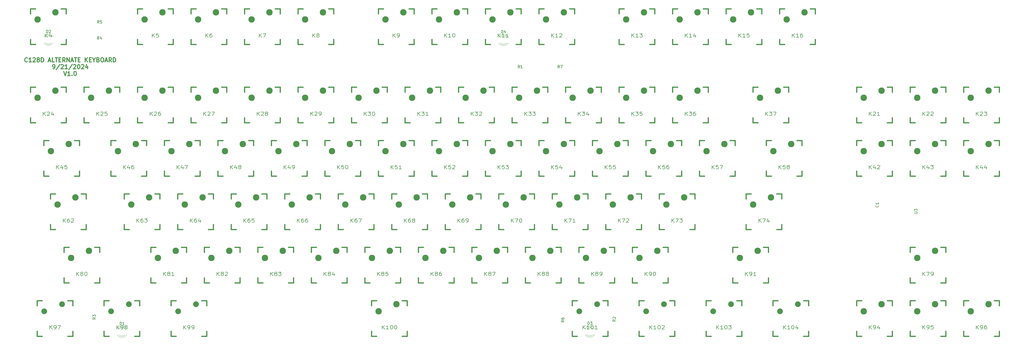
<source format=gbr>
G04 #@! TF.GenerationSoftware,KiCad,Pcbnew,7.0.1*
G04 #@! TF.CreationDate,2024-09-21T20:16:08-05:00*
G04 #@! TF.ProjectId,C128DKEYBOARD,43313238-444b-4455-9942-4f4152442e6b,3.3*
G04 #@! TF.SameCoordinates,Original*
G04 #@! TF.FileFunction,Legend,Top*
G04 #@! TF.FilePolarity,Positive*
%FSLAX46Y46*%
G04 Gerber Fmt 4.6, Leading zero omitted, Abs format (unit mm)*
G04 Created by KiCad (PCBNEW 7.0.1) date 2024-09-21 20:16:08*
%MOMM*%
%LPD*%
G01*
G04 APERTURE LIST*
%ADD10C,0.300000*%
%ADD11C,0.203200*%
%ADD12C,0.150000*%
%ADD13C,0.381000*%
%ADD14C,0.120000*%
%ADD15C,2.286000*%
%ADD16C,2.032000*%
G04 APERTURE END LIST*
D10*
X56886000Y-146203071D02*
X56814572Y-146274500D01*
X56814572Y-146274500D02*
X56600286Y-146345928D01*
X56600286Y-146345928D02*
X56457429Y-146345928D01*
X56457429Y-146345928D02*
X56243143Y-146274500D01*
X56243143Y-146274500D02*
X56100286Y-146131642D01*
X56100286Y-146131642D02*
X56028857Y-145988785D01*
X56028857Y-145988785D02*
X55957429Y-145703071D01*
X55957429Y-145703071D02*
X55957429Y-145488785D01*
X55957429Y-145488785D02*
X56028857Y-145203071D01*
X56028857Y-145203071D02*
X56100286Y-145060214D01*
X56100286Y-145060214D02*
X56243143Y-144917357D01*
X56243143Y-144917357D02*
X56457429Y-144845928D01*
X56457429Y-144845928D02*
X56600286Y-144845928D01*
X56600286Y-144845928D02*
X56814572Y-144917357D01*
X56814572Y-144917357D02*
X56886000Y-144988785D01*
X58314572Y-146345928D02*
X57457429Y-146345928D01*
X57886000Y-146345928D02*
X57886000Y-144845928D01*
X57886000Y-144845928D02*
X57743143Y-145060214D01*
X57743143Y-145060214D02*
X57600286Y-145203071D01*
X57600286Y-145203071D02*
X57457429Y-145274500D01*
X58886000Y-144988785D02*
X58957428Y-144917357D01*
X58957428Y-144917357D02*
X59100286Y-144845928D01*
X59100286Y-144845928D02*
X59457428Y-144845928D01*
X59457428Y-144845928D02*
X59600286Y-144917357D01*
X59600286Y-144917357D02*
X59671714Y-144988785D01*
X59671714Y-144988785D02*
X59743143Y-145131642D01*
X59743143Y-145131642D02*
X59743143Y-145274500D01*
X59743143Y-145274500D02*
X59671714Y-145488785D01*
X59671714Y-145488785D02*
X58814571Y-146345928D01*
X58814571Y-146345928D02*
X59743143Y-146345928D01*
X60600285Y-145488785D02*
X60457428Y-145417357D01*
X60457428Y-145417357D02*
X60385999Y-145345928D01*
X60385999Y-145345928D02*
X60314571Y-145203071D01*
X60314571Y-145203071D02*
X60314571Y-145131642D01*
X60314571Y-145131642D02*
X60385999Y-144988785D01*
X60385999Y-144988785D02*
X60457428Y-144917357D01*
X60457428Y-144917357D02*
X60600285Y-144845928D01*
X60600285Y-144845928D02*
X60885999Y-144845928D01*
X60885999Y-144845928D02*
X61028857Y-144917357D01*
X61028857Y-144917357D02*
X61100285Y-144988785D01*
X61100285Y-144988785D02*
X61171714Y-145131642D01*
X61171714Y-145131642D02*
X61171714Y-145203071D01*
X61171714Y-145203071D02*
X61100285Y-145345928D01*
X61100285Y-145345928D02*
X61028857Y-145417357D01*
X61028857Y-145417357D02*
X60885999Y-145488785D01*
X60885999Y-145488785D02*
X60600285Y-145488785D01*
X60600285Y-145488785D02*
X60457428Y-145560214D01*
X60457428Y-145560214D02*
X60385999Y-145631642D01*
X60385999Y-145631642D02*
X60314571Y-145774500D01*
X60314571Y-145774500D02*
X60314571Y-146060214D01*
X60314571Y-146060214D02*
X60385999Y-146203071D01*
X60385999Y-146203071D02*
X60457428Y-146274500D01*
X60457428Y-146274500D02*
X60600285Y-146345928D01*
X60600285Y-146345928D02*
X60885999Y-146345928D01*
X60885999Y-146345928D02*
X61028857Y-146274500D01*
X61028857Y-146274500D02*
X61100285Y-146203071D01*
X61100285Y-146203071D02*
X61171714Y-146060214D01*
X61171714Y-146060214D02*
X61171714Y-145774500D01*
X61171714Y-145774500D02*
X61100285Y-145631642D01*
X61100285Y-145631642D02*
X61028857Y-145560214D01*
X61028857Y-145560214D02*
X60885999Y-145488785D01*
X61814570Y-146345928D02*
X61814570Y-144845928D01*
X61814570Y-144845928D02*
X62171713Y-144845928D01*
X62171713Y-144845928D02*
X62385999Y-144917357D01*
X62385999Y-144917357D02*
X62528856Y-145060214D01*
X62528856Y-145060214D02*
X62600285Y-145203071D01*
X62600285Y-145203071D02*
X62671713Y-145488785D01*
X62671713Y-145488785D02*
X62671713Y-145703071D01*
X62671713Y-145703071D02*
X62600285Y-145988785D01*
X62600285Y-145988785D02*
X62528856Y-146131642D01*
X62528856Y-146131642D02*
X62385999Y-146274500D01*
X62385999Y-146274500D02*
X62171713Y-146345928D01*
X62171713Y-146345928D02*
X61814570Y-146345928D01*
X64385999Y-145917357D02*
X65100285Y-145917357D01*
X64243142Y-146345928D02*
X64743142Y-144845928D01*
X64743142Y-144845928D02*
X65243142Y-146345928D01*
X66457427Y-146345928D02*
X65743141Y-146345928D01*
X65743141Y-146345928D02*
X65743141Y-144845928D01*
X66743142Y-144845928D02*
X67600285Y-144845928D01*
X67171713Y-146345928D02*
X67171713Y-144845928D01*
X68100284Y-145560214D02*
X68600284Y-145560214D01*
X68814570Y-146345928D02*
X68100284Y-146345928D01*
X68100284Y-146345928D02*
X68100284Y-144845928D01*
X68100284Y-144845928D02*
X68814570Y-144845928D01*
X70314570Y-146345928D02*
X69814570Y-145631642D01*
X69457427Y-146345928D02*
X69457427Y-144845928D01*
X69457427Y-144845928D02*
X70028856Y-144845928D01*
X70028856Y-144845928D02*
X70171713Y-144917357D01*
X70171713Y-144917357D02*
X70243142Y-144988785D01*
X70243142Y-144988785D02*
X70314570Y-145131642D01*
X70314570Y-145131642D02*
X70314570Y-145345928D01*
X70314570Y-145345928D02*
X70243142Y-145488785D01*
X70243142Y-145488785D02*
X70171713Y-145560214D01*
X70171713Y-145560214D02*
X70028856Y-145631642D01*
X70028856Y-145631642D02*
X69457427Y-145631642D01*
X70957427Y-146345928D02*
X70957427Y-144845928D01*
X70957427Y-144845928D02*
X71814570Y-146345928D01*
X71814570Y-146345928D02*
X71814570Y-144845928D01*
X72457428Y-145917357D02*
X73171714Y-145917357D01*
X72314571Y-146345928D02*
X72814571Y-144845928D01*
X72814571Y-144845928D02*
X73314571Y-146345928D01*
X73600285Y-144845928D02*
X74457428Y-144845928D01*
X74028856Y-146345928D02*
X74028856Y-144845928D01*
X74957427Y-145560214D02*
X75457427Y-145560214D01*
X75671713Y-146345928D02*
X74957427Y-146345928D01*
X74957427Y-146345928D02*
X74957427Y-144845928D01*
X74957427Y-144845928D02*
X75671713Y-144845928D01*
X77457427Y-146345928D02*
X77457427Y-144845928D01*
X78314570Y-146345928D02*
X77671713Y-145488785D01*
X78314570Y-144845928D02*
X77457427Y-145703071D01*
X78957427Y-145560214D02*
X79457427Y-145560214D01*
X79671713Y-146345928D02*
X78957427Y-146345928D01*
X78957427Y-146345928D02*
X78957427Y-144845928D01*
X78957427Y-144845928D02*
X79671713Y-144845928D01*
X80600285Y-145631642D02*
X80600285Y-146345928D01*
X80100285Y-144845928D02*
X80600285Y-145631642D01*
X80600285Y-145631642D02*
X81100285Y-144845928D01*
X82100284Y-145560214D02*
X82314570Y-145631642D01*
X82314570Y-145631642D02*
X82385999Y-145703071D01*
X82385999Y-145703071D02*
X82457427Y-145845928D01*
X82457427Y-145845928D02*
X82457427Y-146060214D01*
X82457427Y-146060214D02*
X82385999Y-146203071D01*
X82385999Y-146203071D02*
X82314570Y-146274500D01*
X82314570Y-146274500D02*
X82171713Y-146345928D01*
X82171713Y-146345928D02*
X81600284Y-146345928D01*
X81600284Y-146345928D02*
X81600284Y-144845928D01*
X81600284Y-144845928D02*
X82100284Y-144845928D01*
X82100284Y-144845928D02*
X82243142Y-144917357D01*
X82243142Y-144917357D02*
X82314570Y-144988785D01*
X82314570Y-144988785D02*
X82385999Y-145131642D01*
X82385999Y-145131642D02*
X82385999Y-145274500D01*
X82385999Y-145274500D02*
X82314570Y-145417357D01*
X82314570Y-145417357D02*
X82243142Y-145488785D01*
X82243142Y-145488785D02*
X82100284Y-145560214D01*
X82100284Y-145560214D02*
X81600284Y-145560214D01*
X83385999Y-144845928D02*
X83671713Y-144845928D01*
X83671713Y-144845928D02*
X83814570Y-144917357D01*
X83814570Y-144917357D02*
X83957427Y-145060214D01*
X83957427Y-145060214D02*
X84028856Y-145345928D01*
X84028856Y-145345928D02*
X84028856Y-145845928D01*
X84028856Y-145845928D02*
X83957427Y-146131642D01*
X83957427Y-146131642D02*
X83814570Y-146274500D01*
X83814570Y-146274500D02*
X83671713Y-146345928D01*
X83671713Y-146345928D02*
X83385999Y-146345928D01*
X83385999Y-146345928D02*
X83243142Y-146274500D01*
X83243142Y-146274500D02*
X83100284Y-146131642D01*
X83100284Y-146131642D02*
X83028856Y-145845928D01*
X83028856Y-145845928D02*
X83028856Y-145345928D01*
X83028856Y-145345928D02*
X83100284Y-145060214D01*
X83100284Y-145060214D02*
X83243142Y-144917357D01*
X83243142Y-144917357D02*
X83385999Y-144845928D01*
X84600285Y-145917357D02*
X85314571Y-145917357D01*
X84457428Y-146345928D02*
X84957428Y-144845928D01*
X84957428Y-144845928D02*
X85457428Y-146345928D01*
X86814570Y-146345928D02*
X86314570Y-145631642D01*
X85957427Y-146345928D02*
X85957427Y-144845928D01*
X85957427Y-144845928D02*
X86528856Y-144845928D01*
X86528856Y-144845928D02*
X86671713Y-144917357D01*
X86671713Y-144917357D02*
X86743142Y-144988785D01*
X86743142Y-144988785D02*
X86814570Y-145131642D01*
X86814570Y-145131642D02*
X86814570Y-145345928D01*
X86814570Y-145345928D02*
X86743142Y-145488785D01*
X86743142Y-145488785D02*
X86671713Y-145560214D01*
X86671713Y-145560214D02*
X86528856Y-145631642D01*
X86528856Y-145631642D02*
X85957427Y-145631642D01*
X87457427Y-146345928D02*
X87457427Y-144845928D01*
X87457427Y-144845928D02*
X87814570Y-144845928D01*
X87814570Y-144845928D02*
X88028856Y-144917357D01*
X88028856Y-144917357D02*
X88171713Y-145060214D01*
X88171713Y-145060214D02*
X88243142Y-145203071D01*
X88243142Y-145203071D02*
X88314570Y-145488785D01*
X88314570Y-145488785D02*
X88314570Y-145703071D01*
X88314570Y-145703071D02*
X88243142Y-145988785D01*
X88243142Y-145988785D02*
X88171713Y-146131642D01*
X88171713Y-146131642D02*
X88028856Y-146274500D01*
X88028856Y-146274500D02*
X87814570Y-146345928D01*
X87814570Y-146345928D02*
X87457427Y-146345928D01*
X65993144Y-148775928D02*
X66278858Y-148775928D01*
X66278858Y-148775928D02*
X66421715Y-148704500D01*
X66421715Y-148704500D02*
X66493144Y-148633071D01*
X66493144Y-148633071D02*
X66636001Y-148418785D01*
X66636001Y-148418785D02*
X66707430Y-148133071D01*
X66707430Y-148133071D02*
X66707430Y-147561642D01*
X66707430Y-147561642D02*
X66636001Y-147418785D01*
X66636001Y-147418785D02*
X66564573Y-147347357D01*
X66564573Y-147347357D02*
X66421715Y-147275928D01*
X66421715Y-147275928D02*
X66136001Y-147275928D01*
X66136001Y-147275928D02*
X65993144Y-147347357D01*
X65993144Y-147347357D02*
X65921715Y-147418785D01*
X65921715Y-147418785D02*
X65850287Y-147561642D01*
X65850287Y-147561642D02*
X65850287Y-147918785D01*
X65850287Y-147918785D02*
X65921715Y-148061642D01*
X65921715Y-148061642D02*
X65993144Y-148133071D01*
X65993144Y-148133071D02*
X66136001Y-148204500D01*
X66136001Y-148204500D02*
X66421715Y-148204500D01*
X66421715Y-148204500D02*
X66564573Y-148133071D01*
X66564573Y-148133071D02*
X66636001Y-148061642D01*
X66636001Y-148061642D02*
X66707430Y-147918785D01*
X68421715Y-147204500D02*
X67136001Y-149133071D01*
X68850287Y-147418785D02*
X68921715Y-147347357D01*
X68921715Y-147347357D02*
X69064573Y-147275928D01*
X69064573Y-147275928D02*
X69421715Y-147275928D01*
X69421715Y-147275928D02*
X69564573Y-147347357D01*
X69564573Y-147347357D02*
X69636001Y-147418785D01*
X69636001Y-147418785D02*
X69707430Y-147561642D01*
X69707430Y-147561642D02*
X69707430Y-147704500D01*
X69707430Y-147704500D02*
X69636001Y-147918785D01*
X69636001Y-147918785D02*
X68778858Y-148775928D01*
X68778858Y-148775928D02*
X69707430Y-148775928D01*
X71136001Y-148775928D02*
X70278858Y-148775928D01*
X70707429Y-148775928D02*
X70707429Y-147275928D01*
X70707429Y-147275928D02*
X70564572Y-147490214D01*
X70564572Y-147490214D02*
X70421715Y-147633071D01*
X70421715Y-147633071D02*
X70278858Y-147704500D01*
X72850286Y-147204500D02*
X71564572Y-149133071D01*
X73278858Y-147418785D02*
X73350286Y-147347357D01*
X73350286Y-147347357D02*
X73493144Y-147275928D01*
X73493144Y-147275928D02*
X73850286Y-147275928D01*
X73850286Y-147275928D02*
X73993144Y-147347357D01*
X73993144Y-147347357D02*
X74064572Y-147418785D01*
X74064572Y-147418785D02*
X74136001Y-147561642D01*
X74136001Y-147561642D02*
X74136001Y-147704500D01*
X74136001Y-147704500D02*
X74064572Y-147918785D01*
X74064572Y-147918785D02*
X73207429Y-148775928D01*
X73207429Y-148775928D02*
X74136001Y-148775928D01*
X75064572Y-147275928D02*
X75207429Y-147275928D01*
X75207429Y-147275928D02*
X75350286Y-147347357D01*
X75350286Y-147347357D02*
X75421715Y-147418785D01*
X75421715Y-147418785D02*
X75493143Y-147561642D01*
X75493143Y-147561642D02*
X75564572Y-147847357D01*
X75564572Y-147847357D02*
X75564572Y-148204500D01*
X75564572Y-148204500D02*
X75493143Y-148490214D01*
X75493143Y-148490214D02*
X75421715Y-148633071D01*
X75421715Y-148633071D02*
X75350286Y-148704500D01*
X75350286Y-148704500D02*
X75207429Y-148775928D01*
X75207429Y-148775928D02*
X75064572Y-148775928D01*
X75064572Y-148775928D02*
X74921715Y-148704500D01*
X74921715Y-148704500D02*
X74850286Y-148633071D01*
X74850286Y-148633071D02*
X74778857Y-148490214D01*
X74778857Y-148490214D02*
X74707429Y-148204500D01*
X74707429Y-148204500D02*
X74707429Y-147847357D01*
X74707429Y-147847357D02*
X74778857Y-147561642D01*
X74778857Y-147561642D02*
X74850286Y-147418785D01*
X74850286Y-147418785D02*
X74921715Y-147347357D01*
X74921715Y-147347357D02*
X75064572Y-147275928D01*
X76136000Y-147418785D02*
X76207428Y-147347357D01*
X76207428Y-147347357D02*
X76350286Y-147275928D01*
X76350286Y-147275928D02*
X76707428Y-147275928D01*
X76707428Y-147275928D02*
X76850286Y-147347357D01*
X76850286Y-147347357D02*
X76921714Y-147418785D01*
X76921714Y-147418785D02*
X76993143Y-147561642D01*
X76993143Y-147561642D02*
X76993143Y-147704500D01*
X76993143Y-147704500D02*
X76921714Y-147918785D01*
X76921714Y-147918785D02*
X76064571Y-148775928D01*
X76064571Y-148775928D02*
X76993143Y-148775928D01*
X78278857Y-147775928D02*
X78278857Y-148775928D01*
X77921714Y-147204500D02*
X77564571Y-148275928D01*
X77564571Y-148275928D02*
X78493142Y-148275928D01*
X69850286Y-149705928D02*
X70350286Y-151205928D01*
X70350286Y-151205928D02*
X70850286Y-149705928D01*
X72136000Y-151205928D02*
X71278857Y-151205928D01*
X71707428Y-151205928D02*
X71707428Y-149705928D01*
X71707428Y-149705928D02*
X71564571Y-149920214D01*
X71564571Y-149920214D02*
X71421714Y-150063071D01*
X71421714Y-150063071D02*
X71278857Y-150134500D01*
X72778856Y-151063071D02*
X72850285Y-151134500D01*
X72850285Y-151134500D02*
X72778856Y-151205928D01*
X72778856Y-151205928D02*
X72707428Y-151134500D01*
X72707428Y-151134500D02*
X72778856Y-151063071D01*
X72778856Y-151063071D02*
X72778856Y-151205928D01*
X73778857Y-149705928D02*
X73921714Y-149705928D01*
X73921714Y-149705928D02*
X74064571Y-149777357D01*
X74064571Y-149777357D02*
X74136000Y-149848785D01*
X74136000Y-149848785D02*
X74207428Y-149991642D01*
X74207428Y-149991642D02*
X74278857Y-150277357D01*
X74278857Y-150277357D02*
X74278857Y-150634500D01*
X74278857Y-150634500D02*
X74207428Y-150920214D01*
X74207428Y-150920214D02*
X74136000Y-151063071D01*
X74136000Y-151063071D02*
X74064571Y-151134500D01*
X74064571Y-151134500D02*
X73921714Y-151205928D01*
X73921714Y-151205928D02*
X73778857Y-151205928D01*
X73778857Y-151205928D02*
X73636000Y-151134500D01*
X73636000Y-151134500D02*
X73564571Y-151063071D01*
X73564571Y-151063071D02*
X73493142Y-150920214D01*
X73493142Y-150920214D02*
X73421714Y-150634500D01*
X73421714Y-150634500D02*
X73421714Y-150277357D01*
X73421714Y-150277357D02*
X73493142Y-149991642D01*
X73493142Y-149991642D02*
X73564571Y-149848785D01*
X73564571Y-149848785D02*
X73636000Y-149777357D01*
X73636000Y-149777357D02*
X73778857Y-149705928D01*
D11*
X63200643Y-137493526D02*
X63200643Y-136223526D01*
X64071500Y-137493526D02*
X63418357Y-136767811D01*
X64071500Y-136223526D02*
X63200643Y-136949240D01*
X65377786Y-136646859D02*
X65377786Y-137493526D01*
X65014928Y-136163050D02*
X64652071Y-137070192D01*
X64652071Y-137070192D02*
X65595500Y-137070192D01*
X101300643Y-137493526D02*
X101300643Y-136223526D01*
X102171500Y-137493526D02*
X101518357Y-136767811D01*
X102171500Y-136223526D02*
X101300643Y-136949240D01*
X103550357Y-136223526D02*
X102824643Y-136223526D01*
X102824643Y-136223526D02*
X102752071Y-136828288D01*
X102752071Y-136828288D02*
X102824643Y-136767811D01*
X102824643Y-136767811D02*
X102969786Y-136707335D01*
X102969786Y-136707335D02*
X103332643Y-136707335D01*
X103332643Y-136707335D02*
X103477786Y-136767811D01*
X103477786Y-136767811D02*
X103550357Y-136828288D01*
X103550357Y-136828288D02*
X103622928Y-136949240D01*
X103622928Y-136949240D02*
X103622928Y-137251621D01*
X103622928Y-137251621D02*
X103550357Y-137372573D01*
X103550357Y-137372573D02*
X103477786Y-137433050D01*
X103477786Y-137433050D02*
X103332643Y-137493526D01*
X103332643Y-137493526D02*
X102969786Y-137493526D01*
X102969786Y-137493526D02*
X102824643Y-137433050D01*
X102824643Y-137433050D02*
X102752071Y-137372573D01*
X120350643Y-137493526D02*
X120350643Y-136223526D01*
X121221500Y-137493526D02*
X120568357Y-136767811D01*
X121221500Y-136223526D02*
X120350643Y-136949240D01*
X122527786Y-136223526D02*
X122237500Y-136223526D01*
X122237500Y-136223526D02*
X122092357Y-136284002D01*
X122092357Y-136284002D02*
X122019786Y-136344478D01*
X122019786Y-136344478D02*
X121874643Y-136525907D01*
X121874643Y-136525907D02*
X121802071Y-136767811D01*
X121802071Y-136767811D02*
X121802071Y-137251621D01*
X121802071Y-137251621D02*
X121874643Y-137372573D01*
X121874643Y-137372573D02*
X121947214Y-137433050D01*
X121947214Y-137433050D02*
X122092357Y-137493526D01*
X122092357Y-137493526D02*
X122382643Y-137493526D01*
X122382643Y-137493526D02*
X122527786Y-137433050D01*
X122527786Y-137433050D02*
X122600357Y-137372573D01*
X122600357Y-137372573D02*
X122672928Y-137251621D01*
X122672928Y-137251621D02*
X122672928Y-136949240D01*
X122672928Y-136949240D02*
X122600357Y-136828288D01*
X122600357Y-136828288D02*
X122527786Y-136767811D01*
X122527786Y-136767811D02*
X122382643Y-136707335D01*
X122382643Y-136707335D02*
X122092357Y-136707335D01*
X122092357Y-136707335D02*
X121947214Y-136767811D01*
X121947214Y-136767811D02*
X121874643Y-136828288D01*
X121874643Y-136828288D02*
X121802071Y-136949240D01*
X139400643Y-137493526D02*
X139400643Y-136223526D01*
X140271500Y-137493526D02*
X139618357Y-136767811D01*
X140271500Y-136223526D02*
X139400643Y-136949240D01*
X140779500Y-136223526D02*
X141795500Y-136223526D01*
X141795500Y-136223526D02*
X141142357Y-137493526D01*
X158450643Y-137493526D02*
X158450643Y-136223526D01*
X159321500Y-137493526D02*
X158668357Y-136767811D01*
X159321500Y-136223526D02*
X158450643Y-136949240D01*
X160192357Y-136767811D02*
X160047214Y-136707335D01*
X160047214Y-136707335D02*
X159974643Y-136646859D01*
X159974643Y-136646859D02*
X159902071Y-136525907D01*
X159902071Y-136525907D02*
X159902071Y-136465430D01*
X159902071Y-136465430D02*
X159974643Y-136344478D01*
X159974643Y-136344478D02*
X160047214Y-136284002D01*
X160047214Y-136284002D02*
X160192357Y-136223526D01*
X160192357Y-136223526D02*
X160482643Y-136223526D01*
X160482643Y-136223526D02*
X160627786Y-136284002D01*
X160627786Y-136284002D02*
X160700357Y-136344478D01*
X160700357Y-136344478D02*
X160772928Y-136465430D01*
X160772928Y-136465430D02*
X160772928Y-136525907D01*
X160772928Y-136525907D02*
X160700357Y-136646859D01*
X160700357Y-136646859D02*
X160627786Y-136707335D01*
X160627786Y-136707335D02*
X160482643Y-136767811D01*
X160482643Y-136767811D02*
X160192357Y-136767811D01*
X160192357Y-136767811D02*
X160047214Y-136828288D01*
X160047214Y-136828288D02*
X159974643Y-136888764D01*
X159974643Y-136888764D02*
X159902071Y-137009716D01*
X159902071Y-137009716D02*
X159902071Y-137251621D01*
X159902071Y-137251621D02*
X159974643Y-137372573D01*
X159974643Y-137372573D02*
X160047214Y-137433050D01*
X160047214Y-137433050D02*
X160192357Y-137493526D01*
X160192357Y-137493526D02*
X160482643Y-137493526D01*
X160482643Y-137493526D02*
X160627786Y-137433050D01*
X160627786Y-137433050D02*
X160700357Y-137372573D01*
X160700357Y-137372573D02*
X160772928Y-137251621D01*
X160772928Y-137251621D02*
X160772928Y-137009716D01*
X160772928Y-137009716D02*
X160700357Y-136888764D01*
X160700357Y-136888764D02*
X160627786Y-136828288D01*
X160627786Y-136828288D02*
X160482643Y-136767811D01*
X187025643Y-137493526D02*
X187025643Y-136223526D01*
X187896500Y-137493526D02*
X187243357Y-136767811D01*
X187896500Y-136223526D02*
X187025643Y-136949240D01*
X188622214Y-137493526D02*
X188912500Y-137493526D01*
X188912500Y-137493526D02*
X189057643Y-137433050D01*
X189057643Y-137433050D02*
X189130214Y-137372573D01*
X189130214Y-137372573D02*
X189275357Y-137191145D01*
X189275357Y-137191145D02*
X189347928Y-136949240D01*
X189347928Y-136949240D02*
X189347928Y-136465430D01*
X189347928Y-136465430D02*
X189275357Y-136344478D01*
X189275357Y-136344478D02*
X189202786Y-136284002D01*
X189202786Y-136284002D02*
X189057643Y-136223526D01*
X189057643Y-136223526D02*
X188767357Y-136223526D01*
X188767357Y-136223526D02*
X188622214Y-136284002D01*
X188622214Y-136284002D02*
X188549643Y-136344478D01*
X188549643Y-136344478D02*
X188477071Y-136465430D01*
X188477071Y-136465430D02*
X188477071Y-136767811D01*
X188477071Y-136767811D02*
X188549643Y-136888764D01*
X188549643Y-136888764D02*
X188622214Y-136949240D01*
X188622214Y-136949240D02*
X188767357Y-137009716D01*
X188767357Y-137009716D02*
X189057643Y-137009716D01*
X189057643Y-137009716D02*
X189202786Y-136949240D01*
X189202786Y-136949240D02*
X189275357Y-136888764D01*
X189275357Y-136888764D02*
X189347928Y-136767811D01*
X205349928Y-137493526D02*
X205349928Y-136223526D01*
X206220785Y-137493526D02*
X205567642Y-136767811D01*
X206220785Y-136223526D02*
X205349928Y-136949240D01*
X207672213Y-137493526D02*
X206801356Y-137493526D01*
X207236785Y-137493526D02*
X207236785Y-136223526D01*
X207236785Y-136223526D02*
X207091642Y-136404954D01*
X207091642Y-136404954D02*
X206946499Y-136525907D01*
X206946499Y-136525907D02*
X206801356Y-136586383D01*
X208615642Y-136223526D02*
X208760785Y-136223526D01*
X208760785Y-136223526D02*
X208905928Y-136284002D01*
X208905928Y-136284002D02*
X208978500Y-136344478D01*
X208978500Y-136344478D02*
X209051071Y-136465430D01*
X209051071Y-136465430D02*
X209123642Y-136707335D01*
X209123642Y-136707335D02*
X209123642Y-137009716D01*
X209123642Y-137009716D02*
X209051071Y-137251621D01*
X209051071Y-137251621D02*
X208978500Y-137372573D01*
X208978500Y-137372573D02*
X208905928Y-137433050D01*
X208905928Y-137433050D02*
X208760785Y-137493526D01*
X208760785Y-137493526D02*
X208615642Y-137493526D01*
X208615642Y-137493526D02*
X208470500Y-137433050D01*
X208470500Y-137433050D02*
X208397928Y-137372573D01*
X208397928Y-137372573D02*
X208325357Y-137251621D01*
X208325357Y-137251621D02*
X208252785Y-137009716D01*
X208252785Y-137009716D02*
X208252785Y-136707335D01*
X208252785Y-136707335D02*
X208325357Y-136465430D01*
X208325357Y-136465430D02*
X208397928Y-136344478D01*
X208397928Y-136344478D02*
X208470500Y-136284002D01*
X208470500Y-136284002D02*
X208615642Y-136223526D01*
X224399928Y-137493526D02*
X224399928Y-136223526D01*
X225270785Y-137493526D02*
X224617642Y-136767811D01*
X225270785Y-136223526D02*
X224399928Y-136949240D01*
X226722213Y-137493526D02*
X225851356Y-137493526D01*
X226286785Y-137493526D02*
X226286785Y-136223526D01*
X226286785Y-136223526D02*
X226141642Y-136404954D01*
X226141642Y-136404954D02*
X225996499Y-136525907D01*
X225996499Y-136525907D02*
X225851356Y-136586383D01*
X228173642Y-137493526D02*
X227302785Y-137493526D01*
X227738214Y-137493526D02*
X227738214Y-136223526D01*
X227738214Y-136223526D02*
X227593071Y-136404954D01*
X227593071Y-136404954D02*
X227447928Y-136525907D01*
X227447928Y-136525907D02*
X227302785Y-136586383D01*
X243449928Y-137493526D02*
X243449928Y-136223526D01*
X244320785Y-137493526D02*
X243667642Y-136767811D01*
X244320785Y-136223526D02*
X243449928Y-136949240D01*
X245772213Y-137493526D02*
X244901356Y-137493526D01*
X245336785Y-137493526D02*
X245336785Y-136223526D01*
X245336785Y-136223526D02*
X245191642Y-136404954D01*
X245191642Y-136404954D02*
X245046499Y-136525907D01*
X245046499Y-136525907D02*
X244901356Y-136586383D01*
X246352785Y-136344478D02*
X246425357Y-136284002D01*
X246425357Y-136284002D02*
X246570500Y-136223526D01*
X246570500Y-136223526D02*
X246933357Y-136223526D01*
X246933357Y-136223526D02*
X247078500Y-136284002D01*
X247078500Y-136284002D02*
X247151071Y-136344478D01*
X247151071Y-136344478D02*
X247223642Y-136465430D01*
X247223642Y-136465430D02*
X247223642Y-136586383D01*
X247223642Y-136586383D02*
X247151071Y-136767811D01*
X247151071Y-136767811D02*
X246280214Y-137493526D01*
X246280214Y-137493526D02*
X247223642Y-137493526D01*
X272024928Y-137493526D02*
X272024928Y-136223526D01*
X272895785Y-137493526D02*
X272242642Y-136767811D01*
X272895785Y-136223526D02*
X272024928Y-136949240D01*
X274347213Y-137493526D02*
X273476356Y-137493526D01*
X273911785Y-137493526D02*
X273911785Y-136223526D01*
X273911785Y-136223526D02*
X273766642Y-136404954D01*
X273766642Y-136404954D02*
X273621499Y-136525907D01*
X273621499Y-136525907D02*
X273476356Y-136586383D01*
X274855214Y-136223526D02*
X275798642Y-136223526D01*
X275798642Y-136223526D02*
X275290642Y-136707335D01*
X275290642Y-136707335D02*
X275508357Y-136707335D01*
X275508357Y-136707335D02*
X275653500Y-136767811D01*
X275653500Y-136767811D02*
X275726071Y-136828288D01*
X275726071Y-136828288D02*
X275798642Y-136949240D01*
X275798642Y-136949240D02*
X275798642Y-137251621D01*
X275798642Y-137251621D02*
X275726071Y-137372573D01*
X275726071Y-137372573D02*
X275653500Y-137433050D01*
X275653500Y-137433050D02*
X275508357Y-137493526D01*
X275508357Y-137493526D02*
X275072928Y-137493526D01*
X275072928Y-137493526D02*
X274927785Y-137433050D01*
X274927785Y-137433050D02*
X274855214Y-137372573D01*
X291074928Y-137493526D02*
X291074928Y-136223526D01*
X291945785Y-137493526D02*
X291292642Y-136767811D01*
X291945785Y-136223526D02*
X291074928Y-136949240D01*
X293397213Y-137493526D02*
X292526356Y-137493526D01*
X292961785Y-137493526D02*
X292961785Y-136223526D01*
X292961785Y-136223526D02*
X292816642Y-136404954D01*
X292816642Y-136404954D02*
X292671499Y-136525907D01*
X292671499Y-136525907D02*
X292526356Y-136586383D01*
X294703500Y-136646859D02*
X294703500Y-137493526D01*
X294340642Y-136163050D02*
X293977785Y-137070192D01*
X293977785Y-137070192D02*
X294921214Y-137070192D01*
X310124928Y-137493526D02*
X310124928Y-136223526D01*
X310995785Y-137493526D02*
X310342642Y-136767811D01*
X310995785Y-136223526D02*
X310124928Y-136949240D01*
X312447213Y-137493526D02*
X311576356Y-137493526D01*
X312011785Y-137493526D02*
X312011785Y-136223526D01*
X312011785Y-136223526D02*
X311866642Y-136404954D01*
X311866642Y-136404954D02*
X311721499Y-136525907D01*
X311721499Y-136525907D02*
X311576356Y-136586383D01*
X313826071Y-136223526D02*
X313100357Y-136223526D01*
X313100357Y-136223526D02*
X313027785Y-136828288D01*
X313027785Y-136828288D02*
X313100357Y-136767811D01*
X313100357Y-136767811D02*
X313245500Y-136707335D01*
X313245500Y-136707335D02*
X313608357Y-136707335D01*
X313608357Y-136707335D02*
X313753500Y-136767811D01*
X313753500Y-136767811D02*
X313826071Y-136828288D01*
X313826071Y-136828288D02*
X313898642Y-136949240D01*
X313898642Y-136949240D02*
X313898642Y-137251621D01*
X313898642Y-137251621D02*
X313826071Y-137372573D01*
X313826071Y-137372573D02*
X313753500Y-137433050D01*
X313753500Y-137433050D02*
X313608357Y-137493526D01*
X313608357Y-137493526D02*
X313245500Y-137493526D01*
X313245500Y-137493526D02*
X313100357Y-137433050D01*
X313100357Y-137433050D02*
X313027785Y-137372573D01*
X100574928Y-165433526D02*
X100574928Y-164163526D01*
X101445785Y-165433526D02*
X100792642Y-164707811D01*
X101445785Y-164163526D02*
X100574928Y-164889240D01*
X102026356Y-164284478D02*
X102098928Y-164224002D01*
X102098928Y-164224002D02*
X102244071Y-164163526D01*
X102244071Y-164163526D02*
X102606928Y-164163526D01*
X102606928Y-164163526D02*
X102752071Y-164224002D01*
X102752071Y-164224002D02*
X102824642Y-164284478D01*
X102824642Y-164284478D02*
X102897213Y-164405430D01*
X102897213Y-164405430D02*
X102897213Y-164526383D01*
X102897213Y-164526383D02*
X102824642Y-164707811D01*
X102824642Y-164707811D02*
X101953785Y-165433526D01*
X101953785Y-165433526D02*
X102897213Y-165433526D01*
X104203500Y-164163526D02*
X103913214Y-164163526D01*
X103913214Y-164163526D02*
X103768071Y-164224002D01*
X103768071Y-164224002D02*
X103695500Y-164284478D01*
X103695500Y-164284478D02*
X103550357Y-164465907D01*
X103550357Y-164465907D02*
X103477785Y-164707811D01*
X103477785Y-164707811D02*
X103477785Y-165191621D01*
X103477785Y-165191621D02*
X103550357Y-165312573D01*
X103550357Y-165312573D02*
X103622928Y-165373050D01*
X103622928Y-165373050D02*
X103768071Y-165433526D01*
X103768071Y-165433526D02*
X104058357Y-165433526D01*
X104058357Y-165433526D02*
X104203500Y-165373050D01*
X104203500Y-165373050D02*
X104276071Y-165312573D01*
X104276071Y-165312573D02*
X104348642Y-165191621D01*
X104348642Y-165191621D02*
X104348642Y-164889240D01*
X104348642Y-164889240D02*
X104276071Y-164768288D01*
X104276071Y-164768288D02*
X104203500Y-164707811D01*
X104203500Y-164707811D02*
X104058357Y-164647335D01*
X104058357Y-164647335D02*
X103768071Y-164647335D01*
X103768071Y-164647335D02*
X103622928Y-164707811D01*
X103622928Y-164707811D02*
X103550357Y-164768288D01*
X103550357Y-164768288D02*
X103477785Y-164889240D01*
X119624928Y-165433526D02*
X119624928Y-164163526D01*
X120495785Y-165433526D02*
X119842642Y-164707811D01*
X120495785Y-164163526D02*
X119624928Y-164889240D01*
X121076356Y-164284478D02*
X121148928Y-164224002D01*
X121148928Y-164224002D02*
X121294071Y-164163526D01*
X121294071Y-164163526D02*
X121656928Y-164163526D01*
X121656928Y-164163526D02*
X121802071Y-164224002D01*
X121802071Y-164224002D02*
X121874642Y-164284478D01*
X121874642Y-164284478D02*
X121947213Y-164405430D01*
X121947213Y-164405430D02*
X121947213Y-164526383D01*
X121947213Y-164526383D02*
X121874642Y-164707811D01*
X121874642Y-164707811D02*
X121003785Y-165433526D01*
X121003785Y-165433526D02*
X121947213Y-165433526D01*
X122455214Y-164163526D02*
X123471214Y-164163526D01*
X123471214Y-164163526D02*
X122818071Y-165433526D01*
X138674928Y-165433526D02*
X138674928Y-164163526D01*
X139545785Y-165433526D02*
X138892642Y-164707811D01*
X139545785Y-164163526D02*
X138674928Y-164889240D01*
X140126356Y-164284478D02*
X140198928Y-164224002D01*
X140198928Y-164224002D02*
X140344071Y-164163526D01*
X140344071Y-164163526D02*
X140706928Y-164163526D01*
X140706928Y-164163526D02*
X140852071Y-164224002D01*
X140852071Y-164224002D02*
X140924642Y-164284478D01*
X140924642Y-164284478D02*
X140997213Y-164405430D01*
X140997213Y-164405430D02*
X140997213Y-164526383D01*
X140997213Y-164526383D02*
X140924642Y-164707811D01*
X140924642Y-164707811D02*
X140053785Y-165433526D01*
X140053785Y-165433526D02*
X140997213Y-165433526D01*
X141868071Y-164707811D02*
X141722928Y-164647335D01*
X141722928Y-164647335D02*
X141650357Y-164586859D01*
X141650357Y-164586859D02*
X141577785Y-164465907D01*
X141577785Y-164465907D02*
X141577785Y-164405430D01*
X141577785Y-164405430D02*
X141650357Y-164284478D01*
X141650357Y-164284478D02*
X141722928Y-164224002D01*
X141722928Y-164224002D02*
X141868071Y-164163526D01*
X141868071Y-164163526D02*
X142158357Y-164163526D01*
X142158357Y-164163526D02*
X142303500Y-164224002D01*
X142303500Y-164224002D02*
X142376071Y-164284478D01*
X142376071Y-164284478D02*
X142448642Y-164405430D01*
X142448642Y-164405430D02*
X142448642Y-164465907D01*
X142448642Y-164465907D02*
X142376071Y-164586859D01*
X142376071Y-164586859D02*
X142303500Y-164647335D01*
X142303500Y-164647335D02*
X142158357Y-164707811D01*
X142158357Y-164707811D02*
X141868071Y-164707811D01*
X141868071Y-164707811D02*
X141722928Y-164768288D01*
X141722928Y-164768288D02*
X141650357Y-164828764D01*
X141650357Y-164828764D02*
X141577785Y-164949716D01*
X141577785Y-164949716D02*
X141577785Y-165191621D01*
X141577785Y-165191621D02*
X141650357Y-165312573D01*
X141650357Y-165312573D02*
X141722928Y-165373050D01*
X141722928Y-165373050D02*
X141868071Y-165433526D01*
X141868071Y-165433526D02*
X142158357Y-165433526D01*
X142158357Y-165433526D02*
X142303500Y-165373050D01*
X142303500Y-165373050D02*
X142376071Y-165312573D01*
X142376071Y-165312573D02*
X142448642Y-165191621D01*
X142448642Y-165191621D02*
X142448642Y-164949716D01*
X142448642Y-164949716D02*
X142376071Y-164828764D01*
X142376071Y-164828764D02*
X142303500Y-164768288D01*
X142303500Y-164768288D02*
X142158357Y-164707811D01*
X157724928Y-165433526D02*
X157724928Y-164163526D01*
X158595785Y-165433526D02*
X157942642Y-164707811D01*
X158595785Y-164163526D02*
X157724928Y-164889240D01*
X159176356Y-164284478D02*
X159248928Y-164224002D01*
X159248928Y-164224002D02*
X159394071Y-164163526D01*
X159394071Y-164163526D02*
X159756928Y-164163526D01*
X159756928Y-164163526D02*
X159902071Y-164224002D01*
X159902071Y-164224002D02*
X159974642Y-164284478D01*
X159974642Y-164284478D02*
X160047213Y-164405430D01*
X160047213Y-164405430D02*
X160047213Y-164526383D01*
X160047213Y-164526383D02*
X159974642Y-164707811D01*
X159974642Y-164707811D02*
X159103785Y-165433526D01*
X159103785Y-165433526D02*
X160047213Y-165433526D01*
X160772928Y-165433526D02*
X161063214Y-165433526D01*
X161063214Y-165433526D02*
X161208357Y-165373050D01*
X161208357Y-165373050D02*
X161280928Y-165312573D01*
X161280928Y-165312573D02*
X161426071Y-165131145D01*
X161426071Y-165131145D02*
X161498642Y-164889240D01*
X161498642Y-164889240D02*
X161498642Y-164405430D01*
X161498642Y-164405430D02*
X161426071Y-164284478D01*
X161426071Y-164284478D02*
X161353500Y-164224002D01*
X161353500Y-164224002D02*
X161208357Y-164163526D01*
X161208357Y-164163526D02*
X160918071Y-164163526D01*
X160918071Y-164163526D02*
X160772928Y-164224002D01*
X160772928Y-164224002D02*
X160700357Y-164284478D01*
X160700357Y-164284478D02*
X160627785Y-164405430D01*
X160627785Y-164405430D02*
X160627785Y-164707811D01*
X160627785Y-164707811D02*
X160700357Y-164828764D01*
X160700357Y-164828764D02*
X160772928Y-164889240D01*
X160772928Y-164889240D02*
X160918071Y-164949716D01*
X160918071Y-164949716D02*
X161208357Y-164949716D01*
X161208357Y-164949716D02*
X161353500Y-164889240D01*
X161353500Y-164889240D02*
X161426071Y-164828764D01*
X161426071Y-164828764D02*
X161498642Y-164707811D01*
X176774928Y-165433526D02*
X176774928Y-164163526D01*
X177645785Y-165433526D02*
X176992642Y-164707811D01*
X177645785Y-164163526D02*
X176774928Y-164889240D01*
X178153785Y-164163526D02*
X179097213Y-164163526D01*
X179097213Y-164163526D02*
X178589213Y-164647335D01*
X178589213Y-164647335D02*
X178806928Y-164647335D01*
X178806928Y-164647335D02*
X178952071Y-164707811D01*
X178952071Y-164707811D02*
X179024642Y-164768288D01*
X179024642Y-164768288D02*
X179097213Y-164889240D01*
X179097213Y-164889240D02*
X179097213Y-165191621D01*
X179097213Y-165191621D02*
X179024642Y-165312573D01*
X179024642Y-165312573D02*
X178952071Y-165373050D01*
X178952071Y-165373050D02*
X178806928Y-165433526D01*
X178806928Y-165433526D02*
X178371499Y-165433526D01*
X178371499Y-165433526D02*
X178226356Y-165373050D01*
X178226356Y-165373050D02*
X178153785Y-165312573D01*
X180040642Y-164163526D02*
X180185785Y-164163526D01*
X180185785Y-164163526D02*
X180330928Y-164224002D01*
X180330928Y-164224002D02*
X180403500Y-164284478D01*
X180403500Y-164284478D02*
X180476071Y-164405430D01*
X180476071Y-164405430D02*
X180548642Y-164647335D01*
X180548642Y-164647335D02*
X180548642Y-164949716D01*
X180548642Y-164949716D02*
X180476071Y-165191621D01*
X180476071Y-165191621D02*
X180403500Y-165312573D01*
X180403500Y-165312573D02*
X180330928Y-165373050D01*
X180330928Y-165373050D02*
X180185785Y-165433526D01*
X180185785Y-165433526D02*
X180040642Y-165433526D01*
X180040642Y-165433526D02*
X179895500Y-165373050D01*
X179895500Y-165373050D02*
X179822928Y-165312573D01*
X179822928Y-165312573D02*
X179750357Y-165191621D01*
X179750357Y-165191621D02*
X179677785Y-164949716D01*
X179677785Y-164949716D02*
X179677785Y-164647335D01*
X179677785Y-164647335D02*
X179750357Y-164405430D01*
X179750357Y-164405430D02*
X179822928Y-164284478D01*
X179822928Y-164284478D02*
X179895500Y-164224002D01*
X179895500Y-164224002D02*
X180040642Y-164163526D01*
X195824928Y-165433526D02*
X195824928Y-164163526D01*
X196695785Y-165433526D02*
X196042642Y-164707811D01*
X196695785Y-164163526D02*
X195824928Y-164889240D01*
X197203785Y-164163526D02*
X198147213Y-164163526D01*
X198147213Y-164163526D02*
X197639213Y-164647335D01*
X197639213Y-164647335D02*
X197856928Y-164647335D01*
X197856928Y-164647335D02*
X198002071Y-164707811D01*
X198002071Y-164707811D02*
X198074642Y-164768288D01*
X198074642Y-164768288D02*
X198147213Y-164889240D01*
X198147213Y-164889240D02*
X198147213Y-165191621D01*
X198147213Y-165191621D02*
X198074642Y-165312573D01*
X198074642Y-165312573D02*
X198002071Y-165373050D01*
X198002071Y-165373050D02*
X197856928Y-165433526D01*
X197856928Y-165433526D02*
X197421499Y-165433526D01*
X197421499Y-165433526D02*
X197276356Y-165373050D01*
X197276356Y-165373050D02*
X197203785Y-165312573D01*
X199598642Y-165433526D02*
X198727785Y-165433526D01*
X199163214Y-165433526D02*
X199163214Y-164163526D01*
X199163214Y-164163526D02*
X199018071Y-164344954D01*
X199018071Y-164344954D02*
X198872928Y-164465907D01*
X198872928Y-164465907D02*
X198727785Y-164526383D01*
X214874928Y-165433526D02*
X214874928Y-164163526D01*
X215745785Y-165433526D02*
X215092642Y-164707811D01*
X215745785Y-164163526D02*
X214874928Y-164889240D01*
X216253785Y-164163526D02*
X217197213Y-164163526D01*
X217197213Y-164163526D02*
X216689213Y-164647335D01*
X216689213Y-164647335D02*
X216906928Y-164647335D01*
X216906928Y-164647335D02*
X217052071Y-164707811D01*
X217052071Y-164707811D02*
X217124642Y-164768288D01*
X217124642Y-164768288D02*
X217197213Y-164889240D01*
X217197213Y-164889240D02*
X217197213Y-165191621D01*
X217197213Y-165191621D02*
X217124642Y-165312573D01*
X217124642Y-165312573D02*
X217052071Y-165373050D01*
X217052071Y-165373050D02*
X216906928Y-165433526D01*
X216906928Y-165433526D02*
X216471499Y-165433526D01*
X216471499Y-165433526D02*
X216326356Y-165373050D01*
X216326356Y-165373050D02*
X216253785Y-165312573D01*
X217777785Y-164284478D02*
X217850357Y-164224002D01*
X217850357Y-164224002D02*
X217995500Y-164163526D01*
X217995500Y-164163526D02*
X218358357Y-164163526D01*
X218358357Y-164163526D02*
X218503500Y-164224002D01*
X218503500Y-164224002D02*
X218576071Y-164284478D01*
X218576071Y-164284478D02*
X218648642Y-164405430D01*
X218648642Y-164405430D02*
X218648642Y-164526383D01*
X218648642Y-164526383D02*
X218576071Y-164707811D01*
X218576071Y-164707811D02*
X217705214Y-165433526D01*
X217705214Y-165433526D02*
X218648642Y-165433526D01*
X233924928Y-165433526D02*
X233924928Y-164163526D01*
X234795785Y-165433526D02*
X234142642Y-164707811D01*
X234795785Y-164163526D02*
X233924928Y-164889240D01*
X235303785Y-164163526D02*
X236247213Y-164163526D01*
X236247213Y-164163526D02*
X235739213Y-164647335D01*
X235739213Y-164647335D02*
X235956928Y-164647335D01*
X235956928Y-164647335D02*
X236102071Y-164707811D01*
X236102071Y-164707811D02*
X236174642Y-164768288D01*
X236174642Y-164768288D02*
X236247213Y-164889240D01*
X236247213Y-164889240D02*
X236247213Y-165191621D01*
X236247213Y-165191621D02*
X236174642Y-165312573D01*
X236174642Y-165312573D02*
X236102071Y-165373050D01*
X236102071Y-165373050D02*
X235956928Y-165433526D01*
X235956928Y-165433526D02*
X235521499Y-165433526D01*
X235521499Y-165433526D02*
X235376356Y-165373050D01*
X235376356Y-165373050D02*
X235303785Y-165312573D01*
X236755214Y-164163526D02*
X237698642Y-164163526D01*
X237698642Y-164163526D02*
X237190642Y-164647335D01*
X237190642Y-164647335D02*
X237408357Y-164647335D01*
X237408357Y-164647335D02*
X237553500Y-164707811D01*
X237553500Y-164707811D02*
X237626071Y-164768288D01*
X237626071Y-164768288D02*
X237698642Y-164889240D01*
X237698642Y-164889240D02*
X237698642Y-165191621D01*
X237698642Y-165191621D02*
X237626071Y-165312573D01*
X237626071Y-165312573D02*
X237553500Y-165373050D01*
X237553500Y-165373050D02*
X237408357Y-165433526D01*
X237408357Y-165433526D02*
X236972928Y-165433526D01*
X236972928Y-165433526D02*
X236827785Y-165373050D01*
X236827785Y-165373050D02*
X236755214Y-165312573D01*
X252974928Y-165433526D02*
X252974928Y-164163526D01*
X253845785Y-165433526D02*
X253192642Y-164707811D01*
X253845785Y-164163526D02*
X252974928Y-164889240D01*
X254353785Y-164163526D02*
X255297213Y-164163526D01*
X255297213Y-164163526D02*
X254789213Y-164647335D01*
X254789213Y-164647335D02*
X255006928Y-164647335D01*
X255006928Y-164647335D02*
X255152071Y-164707811D01*
X255152071Y-164707811D02*
X255224642Y-164768288D01*
X255224642Y-164768288D02*
X255297213Y-164889240D01*
X255297213Y-164889240D02*
X255297213Y-165191621D01*
X255297213Y-165191621D02*
X255224642Y-165312573D01*
X255224642Y-165312573D02*
X255152071Y-165373050D01*
X255152071Y-165373050D02*
X255006928Y-165433526D01*
X255006928Y-165433526D02*
X254571499Y-165433526D01*
X254571499Y-165433526D02*
X254426356Y-165373050D01*
X254426356Y-165373050D02*
X254353785Y-165312573D01*
X256603500Y-164586859D02*
X256603500Y-165433526D01*
X256240642Y-164103050D02*
X255877785Y-165010192D01*
X255877785Y-165010192D02*
X256821214Y-165010192D01*
X272024928Y-165433526D02*
X272024928Y-164163526D01*
X272895785Y-165433526D02*
X272242642Y-164707811D01*
X272895785Y-164163526D02*
X272024928Y-164889240D01*
X273403785Y-164163526D02*
X274347213Y-164163526D01*
X274347213Y-164163526D02*
X273839213Y-164647335D01*
X273839213Y-164647335D02*
X274056928Y-164647335D01*
X274056928Y-164647335D02*
X274202071Y-164707811D01*
X274202071Y-164707811D02*
X274274642Y-164768288D01*
X274274642Y-164768288D02*
X274347213Y-164889240D01*
X274347213Y-164889240D02*
X274347213Y-165191621D01*
X274347213Y-165191621D02*
X274274642Y-165312573D01*
X274274642Y-165312573D02*
X274202071Y-165373050D01*
X274202071Y-165373050D02*
X274056928Y-165433526D01*
X274056928Y-165433526D02*
X273621499Y-165433526D01*
X273621499Y-165433526D02*
X273476356Y-165373050D01*
X273476356Y-165373050D02*
X273403785Y-165312573D01*
X275726071Y-164163526D02*
X275000357Y-164163526D01*
X275000357Y-164163526D02*
X274927785Y-164768288D01*
X274927785Y-164768288D02*
X275000357Y-164707811D01*
X275000357Y-164707811D02*
X275145500Y-164647335D01*
X275145500Y-164647335D02*
X275508357Y-164647335D01*
X275508357Y-164647335D02*
X275653500Y-164707811D01*
X275653500Y-164707811D02*
X275726071Y-164768288D01*
X275726071Y-164768288D02*
X275798642Y-164889240D01*
X275798642Y-164889240D02*
X275798642Y-165191621D01*
X275798642Y-165191621D02*
X275726071Y-165312573D01*
X275726071Y-165312573D02*
X275653500Y-165373050D01*
X275653500Y-165373050D02*
X275508357Y-165433526D01*
X275508357Y-165433526D02*
X275145500Y-165433526D01*
X275145500Y-165433526D02*
X275000357Y-165373050D01*
X275000357Y-165373050D02*
X274927785Y-165312573D01*
X291074928Y-165433526D02*
X291074928Y-164163526D01*
X291945785Y-165433526D02*
X291292642Y-164707811D01*
X291945785Y-164163526D02*
X291074928Y-164889240D01*
X292453785Y-164163526D02*
X293397213Y-164163526D01*
X293397213Y-164163526D02*
X292889213Y-164647335D01*
X292889213Y-164647335D02*
X293106928Y-164647335D01*
X293106928Y-164647335D02*
X293252071Y-164707811D01*
X293252071Y-164707811D02*
X293324642Y-164768288D01*
X293324642Y-164768288D02*
X293397213Y-164889240D01*
X293397213Y-164889240D02*
X293397213Y-165191621D01*
X293397213Y-165191621D02*
X293324642Y-165312573D01*
X293324642Y-165312573D02*
X293252071Y-165373050D01*
X293252071Y-165373050D02*
X293106928Y-165433526D01*
X293106928Y-165433526D02*
X292671499Y-165433526D01*
X292671499Y-165433526D02*
X292526356Y-165373050D01*
X292526356Y-165373050D02*
X292453785Y-165312573D01*
X294703500Y-164163526D02*
X294413214Y-164163526D01*
X294413214Y-164163526D02*
X294268071Y-164224002D01*
X294268071Y-164224002D02*
X294195500Y-164284478D01*
X294195500Y-164284478D02*
X294050357Y-164465907D01*
X294050357Y-164465907D02*
X293977785Y-164707811D01*
X293977785Y-164707811D02*
X293977785Y-165191621D01*
X293977785Y-165191621D02*
X294050357Y-165312573D01*
X294050357Y-165312573D02*
X294122928Y-165373050D01*
X294122928Y-165373050D02*
X294268071Y-165433526D01*
X294268071Y-165433526D02*
X294558357Y-165433526D01*
X294558357Y-165433526D02*
X294703500Y-165373050D01*
X294703500Y-165373050D02*
X294776071Y-165312573D01*
X294776071Y-165312573D02*
X294848642Y-165191621D01*
X294848642Y-165191621D02*
X294848642Y-164889240D01*
X294848642Y-164889240D02*
X294776071Y-164768288D01*
X294776071Y-164768288D02*
X294703500Y-164707811D01*
X294703500Y-164707811D02*
X294558357Y-164647335D01*
X294558357Y-164647335D02*
X294268071Y-164647335D01*
X294268071Y-164647335D02*
X294122928Y-164707811D01*
X294122928Y-164707811D02*
X294050357Y-164768288D01*
X294050357Y-164768288D02*
X293977785Y-164889240D01*
X319649928Y-165433526D02*
X319649928Y-164163526D01*
X320520785Y-165433526D02*
X319867642Y-164707811D01*
X320520785Y-164163526D02*
X319649928Y-164889240D01*
X321028785Y-164163526D02*
X321972213Y-164163526D01*
X321972213Y-164163526D02*
X321464213Y-164647335D01*
X321464213Y-164647335D02*
X321681928Y-164647335D01*
X321681928Y-164647335D02*
X321827071Y-164707811D01*
X321827071Y-164707811D02*
X321899642Y-164768288D01*
X321899642Y-164768288D02*
X321972213Y-164889240D01*
X321972213Y-164889240D02*
X321972213Y-165191621D01*
X321972213Y-165191621D02*
X321899642Y-165312573D01*
X321899642Y-165312573D02*
X321827071Y-165373050D01*
X321827071Y-165373050D02*
X321681928Y-165433526D01*
X321681928Y-165433526D02*
X321246499Y-165433526D01*
X321246499Y-165433526D02*
X321101356Y-165373050D01*
X321101356Y-165373050D02*
X321028785Y-165312573D01*
X322480214Y-164163526D02*
X323496214Y-164163526D01*
X323496214Y-164163526D02*
X322843071Y-165433526D01*
X356581528Y-184483526D02*
X356581528Y-183213526D01*
X357452385Y-184483526D02*
X356799242Y-183757811D01*
X357452385Y-183213526D02*
X356581528Y-183939240D01*
X358758671Y-183636859D02*
X358758671Y-184483526D01*
X358395813Y-183153050D02*
X358032956Y-184060192D01*
X358032956Y-184060192D02*
X358976385Y-184060192D01*
X359484385Y-183334478D02*
X359556957Y-183274002D01*
X359556957Y-183274002D02*
X359702100Y-183213526D01*
X359702100Y-183213526D02*
X360064957Y-183213526D01*
X360064957Y-183213526D02*
X360210100Y-183274002D01*
X360210100Y-183274002D02*
X360282671Y-183334478D01*
X360282671Y-183334478D02*
X360355242Y-183455430D01*
X360355242Y-183455430D02*
X360355242Y-183576383D01*
X360355242Y-183576383D02*
X360282671Y-183757811D01*
X360282671Y-183757811D02*
X359411814Y-184483526D01*
X359411814Y-184483526D02*
X360355242Y-184483526D01*
X375631528Y-184483526D02*
X375631528Y-183213526D01*
X376502385Y-184483526D02*
X375849242Y-183757811D01*
X376502385Y-183213526D02*
X375631528Y-183939240D01*
X377808671Y-183636859D02*
X377808671Y-184483526D01*
X377445813Y-183153050D02*
X377082956Y-184060192D01*
X377082956Y-184060192D02*
X378026385Y-184060192D01*
X378461814Y-183213526D02*
X379405242Y-183213526D01*
X379405242Y-183213526D02*
X378897242Y-183697335D01*
X378897242Y-183697335D02*
X379114957Y-183697335D01*
X379114957Y-183697335D02*
X379260100Y-183757811D01*
X379260100Y-183757811D02*
X379332671Y-183818288D01*
X379332671Y-183818288D02*
X379405242Y-183939240D01*
X379405242Y-183939240D02*
X379405242Y-184241621D01*
X379405242Y-184241621D02*
X379332671Y-184362573D01*
X379332671Y-184362573D02*
X379260100Y-184423050D01*
X379260100Y-184423050D02*
X379114957Y-184483526D01*
X379114957Y-184483526D02*
X378679528Y-184483526D01*
X378679528Y-184483526D02*
X378534385Y-184423050D01*
X378534385Y-184423050D02*
X378461814Y-184362573D01*
X394681528Y-184483526D02*
X394681528Y-183213526D01*
X395552385Y-184483526D02*
X394899242Y-183757811D01*
X395552385Y-183213526D02*
X394681528Y-183939240D01*
X396858671Y-183636859D02*
X396858671Y-184483526D01*
X396495813Y-183153050D02*
X396132956Y-184060192D01*
X396132956Y-184060192D02*
X397076385Y-184060192D01*
X398310100Y-183636859D02*
X398310100Y-184483526D01*
X397947242Y-183153050D02*
X397584385Y-184060192D01*
X397584385Y-184060192D02*
X398527814Y-184060192D01*
X91049928Y-184483526D02*
X91049928Y-183213526D01*
X91920785Y-184483526D02*
X91267642Y-183757811D01*
X91920785Y-183213526D02*
X91049928Y-183939240D01*
X93227071Y-183636859D02*
X93227071Y-184483526D01*
X92864213Y-183153050D02*
X92501356Y-184060192D01*
X92501356Y-184060192D02*
X93444785Y-184060192D01*
X94678500Y-183213526D02*
X94388214Y-183213526D01*
X94388214Y-183213526D02*
X94243071Y-183274002D01*
X94243071Y-183274002D02*
X94170500Y-183334478D01*
X94170500Y-183334478D02*
X94025357Y-183515907D01*
X94025357Y-183515907D02*
X93952785Y-183757811D01*
X93952785Y-183757811D02*
X93952785Y-184241621D01*
X93952785Y-184241621D02*
X94025357Y-184362573D01*
X94025357Y-184362573D02*
X94097928Y-184423050D01*
X94097928Y-184423050D02*
X94243071Y-184483526D01*
X94243071Y-184483526D02*
X94533357Y-184483526D01*
X94533357Y-184483526D02*
X94678500Y-184423050D01*
X94678500Y-184423050D02*
X94751071Y-184362573D01*
X94751071Y-184362573D02*
X94823642Y-184241621D01*
X94823642Y-184241621D02*
X94823642Y-183939240D01*
X94823642Y-183939240D02*
X94751071Y-183818288D01*
X94751071Y-183818288D02*
X94678500Y-183757811D01*
X94678500Y-183757811D02*
X94533357Y-183697335D01*
X94533357Y-183697335D02*
X94243071Y-183697335D01*
X94243071Y-183697335D02*
X94097928Y-183757811D01*
X94097928Y-183757811D02*
X94025357Y-183818288D01*
X94025357Y-183818288D02*
X93952785Y-183939240D01*
X110099928Y-184483526D02*
X110099928Y-183213526D01*
X110970785Y-184483526D02*
X110317642Y-183757811D01*
X110970785Y-183213526D02*
X110099928Y-183939240D01*
X112277071Y-183636859D02*
X112277071Y-184483526D01*
X111914213Y-183153050D02*
X111551356Y-184060192D01*
X111551356Y-184060192D02*
X112494785Y-184060192D01*
X112930214Y-183213526D02*
X113946214Y-183213526D01*
X113946214Y-183213526D02*
X113293071Y-184483526D01*
X129149928Y-184483526D02*
X129149928Y-183213526D01*
X130020785Y-184483526D02*
X129367642Y-183757811D01*
X130020785Y-183213526D02*
X129149928Y-183939240D01*
X131327071Y-183636859D02*
X131327071Y-184483526D01*
X130964213Y-183153050D02*
X130601356Y-184060192D01*
X130601356Y-184060192D02*
X131544785Y-184060192D01*
X132343071Y-183757811D02*
X132197928Y-183697335D01*
X132197928Y-183697335D02*
X132125357Y-183636859D01*
X132125357Y-183636859D02*
X132052785Y-183515907D01*
X132052785Y-183515907D02*
X132052785Y-183455430D01*
X132052785Y-183455430D02*
X132125357Y-183334478D01*
X132125357Y-183334478D02*
X132197928Y-183274002D01*
X132197928Y-183274002D02*
X132343071Y-183213526D01*
X132343071Y-183213526D02*
X132633357Y-183213526D01*
X132633357Y-183213526D02*
X132778500Y-183274002D01*
X132778500Y-183274002D02*
X132851071Y-183334478D01*
X132851071Y-183334478D02*
X132923642Y-183455430D01*
X132923642Y-183455430D02*
X132923642Y-183515907D01*
X132923642Y-183515907D02*
X132851071Y-183636859D01*
X132851071Y-183636859D02*
X132778500Y-183697335D01*
X132778500Y-183697335D02*
X132633357Y-183757811D01*
X132633357Y-183757811D02*
X132343071Y-183757811D01*
X132343071Y-183757811D02*
X132197928Y-183818288D01*
X132197928Y-183818288D02*
X132125357Y-183878764D01*
X132125357Y-183878764D02*
X132052785Y-183999716D01*
X132052785Y-183999716D02*
X132052785Y-184241621D01*
X132052785Y-184241621D02*
X132125357Y-184362573D01*
X132125357Y-184362573D02*
X132197928Y-184423050D01*
X132197928Y-184423050D02*
X132343071Y-184483526D01*
X132343071Y-184483526D02*
X132633357Y-184483526D01*
X132633357Y-184483526D02*
X132778500Y-184423050D01*
X132778500Y-184423050D02*
X132851071Y-184362573D01*
X132851071Y-184362573D02*
X132923642Y-184241621D01*
X132923642Y-184241621D02*
X132923642Y-183999716D01*
X132923642Y-183999716D02*
X132851071Y-183878764D01*
X132851071Y-183878764D02*
X132778500Y-183818288D01*
X132778500Y-183818288D02*
X132633357Y-183757811D01*
X148199928Y-184483526D02*
X148199928Y-183213526D01*
X149070785Y-184483526D02*
X148417642Y-183757811D01*
X149070785Y-183213526D02*
X148199928Y-183939240D01*
X150377071Y-183636859D02*
X150377071Y-184483526D01*
X150014213Y-183153050D02*
X149651356Y-184060192D01*
X149651356Y-184060192D02*
X150594785Y-184060192D01*
X151247928Y-184483526D02*
X151538214Y-184483526D01*
X151538214Y-184483526D02*
X151683357Y-184423050D01*
X151683357Y-184423050D02*
X151755928Y-184362573D01*
X151755928Y-184362573D02*
X151901071Y-184181145D01*
X151901071Y-184181145D02*
X151973642Y-183939240D01*
X151973642Y-183939240D02*
X151973642Y-183455430D01*
X151973642Y-183455430D02*
X151901071Y-183334478D01*
X151901071Y-183334478D02*
X151828500Y-183274002D01*
X151828500Y-183274002D02*
X151683357Y-183213526D01*
X151683357Y-183213526D02*
X151393071Y-183213526D01*
X151393071Y-183213526D02*
X151247928Y-183274002D01*
X151247928Y-183274002D02*
X151175357Y-183334478D01*
X151175357Y-183334478D02*
X151102785Y-183455430D01*
X151102785Y-183455430D02*
X151102785Y-183757811D01*
X151102785Y-183757811D02*
X151175357Y-183878764D01*
X151175357Y-183878764D02*
X151247928Y-183939240D01*
X151247928Y-183939240D02*
X151393071Y-183999716D01*
X151393071Y-183999716D02*
X151683357Y-183999716D01*
X151683357Y-183999716D02*
X151828500Y-183939240D01*
X151828500Y-183939240D02*
X151901071Y-183878764D01*
X151901071Y-183878764D02*
X151973642Y-183757811D01*
X167249928Y-184483526D02*
X167249928Y-183213526D01*
X168120785Y-184483526D02*
X167467642Y-183757811D01*
X168120785Y-183213526D02*
X167249928Y-183939240D01*
X169499642Y-183213526D02*
X168773928Y-183213526D01*
X168773928Y-183213526D02*
X168701356Y-183818288D01*
X168701356Y-183818288D02*
X168773928Y-183757811D01*
X168773928Y-183757811D02*
X168919071Y-183697335D01*
X168919071Y-183697335D02*
X169281928Y-183697335D01*
X169281928Y-183697335D02*
X169427071Y-183757811D01*
X169427071Y-183757811D02*
X169499642Y-183818288D01*
X169499642Y-183818288D02*
X169572213Y-183939240D01*
X169572213Y-183939240D02*
X169572213Y-184241621D01*
X169572213Y-184241621D02*
X169499642Y-184362573D01*
X169499642Y-184362573D02*
X169427071Y-184423050D01*
X169427071Y-184423050D02*
X169281928Y-184483526D01*
X169281928Y-184483526D02*
X168919071Y-184483526D01*
X168919071Y-184483526D02*
X168773928Y-184423050D01*
X168773928Y-184423050D02*
X168701356Y-184362573D01*
X170515642Y-183213526D02*
X170660785Y-183213526D01*
X170660785Y-183213526D02*
X170805928Y-183274002D01*
X170805928Y-183274002D02*
X170878500Y-183334478D01*
X170878500Y-183334478D02*
X170951071Y-183455430D01*
X170951071Y-183455430D02*
X171023642Y-183697335D01*
X171023642Y-183697335D02*
X171023642Y-183999716D01*
X171023642Y-183999716D02*
X170951071Y-184241621D01*
X170951071Y-184241621D02*
X170878500Y-184362573D01*
X170878500Y-184362573D02*
X170805928Y-184423050D01*
X170805928Y-184423050D02*
X170660785Y-184483526D01*
X170660785Y-184483526D02*
X170515642Y-184483526D01*
X170515642Y-184483526D02*
X170370500Y-184423050D01*
X170370500Y-184423050D02*
X170297928Y-184362573D01*
X170297928Y-184362573D02*
X170225357Y-184241621D01*
X170225357Y-184241621D02*
X170152785Y-183999716D01*
X170152785Y-183999716D02*
X170152785Y-183697335D01*
X170152785Y-183697335D02*
X170225357Y-183455430D01*
X170225357Y-183455430D02*
X170297928Y-183334478D01*
X170297928Y-183334478D02*
X170370500Y-183274002D01*
X170370500Y-183274002D02*
X170515642Y-183213526D01*
X186299928Y-184483526D02*
X186299928Y-183213526D01*
X187170785Y-184483526D02*
X186517642Y-183757811D01*
X187170785Y-183213526D02*
X186299928Y-183939240D01*
X188549642Y-183213526D02*
X187823928Y-183213526D01*
X187823928Y-183213526D02*
X187751356Y-183818288D01*
X187751356Y-183818288D02*
X187823928Y-183757811D01*
X187823928Y-183757811D02*
X187969071Y-183697335D01*
X187969071Y-183697335D02*
X188331928Y-183697335D01*
X188331928Y-183697335D02*
X188477071Y-183757811D01*
X188477071Y-183757811D02*
X188549642Y-183818288D01*
X188549642Y-183818288D02*
X188622213Y-183939240D01*
X188622213Y-183939240D02*
X188622213Y-184241621D01*
X188622213Y-184241621D02*
X188549642Y-184362573D01*
X188549642Y-184362573D02*
X188477071Y-184423050D01*
X188477071Y-184423050D02*
X188331928Y-184483526D01*
X188331928Y-184483526D02*
X187969071Y-184483526D01*
X187969071Y-184483526D02*
X187823928Y-184423050D01*
X187823928Y-184423050D02*
X187751356Y-184362573D01*
X190073642Y-184483526D02*
X189202785Y-184483526D01*
X189638214Y-184483526D02*
X189638214Y-183213526D01*
X189638214Y-183213526D02*
X189493071Y-183394954D01*
X189493071Y-183394954D02*
X189347928Y-183515907D01*
X189347928Y-183515907D02*
X189202785Y-183576383D01*
X205349928Y-184483526D02*
X205349928Y-183213526D01*
X206220785Y-184483526D02*
X205567642Y-183757811D01*
X206220785Y-183213526D02*
X205349928Y-183939240D01*
X207599642Y-183213526D02*
X206873928Y-183213526D01*
X206873928Y-183213526D02*
X206801356Y-183818288D01*
X206801356Y-183818288D02*
X206873928Y-183757811D01*
X206873928Y-183757811D02*
X207019071Y-183697335D01*
X207019071Y-183697335D02*
X207381928Y-183697335D01*
X207381928Y-183697335D02*
X207527071Y-183757811D01*
X207527071Y-183757811D02*
X207599642Y-183818288D01*
X207599642Y-183818288D02*
X207672213Y-183939240D01*
X207672213Y-183939240D02*
X207672213Y-184241621D01*
X207672213Y-184241621D02*
X207599642Y-184362573D01*
X207599642Y-184362573D02*
X207527071Y-184423050D01*
X207527071Y-184423050D02*
X207381928Y-184483526D01*
X207381928Y-184483526D02*
X207019071Y-184483526D01*
X207019071Y-184483526D02*
X206873928Y-184423050D01*
X206873928Y-184423050D02*
X206801356Y-184362573D01*
X208252785Y-183334478D02*
X208325357Y-183274002D01*
X208325357Y-183274002D02*
X208470500Y-183213526D01*
X208470500Y-183213526D02*
X208833357Y-183213526D01*
X208833357Y-183213526D02*
X208978500Y-183274002D01*
X208978500Y-183274002D02*
X209051071Y-183334478D01*
X209051071Y-183334478D02*
X209123642Y-183455430D01*
X209123642Y-183455430D02*
X209123642Y-183576383D01*
X209123642Y-183576383D02*
X209051071Y-183757811D01*
X209051071Y-183757811D02*
X208180214Y-184483526D01*
X208180214Y-184483526D02*
X209123642Y-184483526D01*
X224399928Y-184483526D02*
X224399928Y-183213526D01*
X225270785Y-184483526D02*
X224617642Y-183757811D01*
X225270785Y-183213526D02*
X224399928Y-183939240D01*
X226649642Y-183213526D02*
X225923928Y-183213526D01*
X225923928Y-183213526D02*
X225851356Y-183818288D01*
X225851356Y-183818288D02*
X225923928Y-183757811D01*
X225923928Y-183757811D02*
X226069071Y-183697335D01*
X226069071Y-183697335D02*
X226431928Y-183697335D01*
X226431928Y-183697335D02*
X226577071Y-183757811D01*
X226577071Y-183757811D02*
X226649642Y-183818288D01*
X226649642Y-183818288D02*
X226722213Y-183939240D01*
X226722213Y-183939240D02*
X226722213Y-184241621D01*
X226722213Y-184241621D02*
X226649642Y-184362573D01*
X226649642Y-184362573D02*
X226577071Y-184423050D01*
X226577071Y-184423050D02*
X226431928Y-184483526D01*
X226431928Y-184483526D02*
X226069071Y-184483526D01*
X226069071Y-184483526D02*
X225923928Y-184423050D01*
X225923928Y-184423050D02*
X225851356Y-184362573D01*
X227230214Y-183213526D02*
X228173642Y-183213526D01*
X228173642Y-183213526D02*
X227665642Y-183697335D01*
X227665642Y-183697335D02*
X227883357Y-183697335D01*
X227883357Y-183697335D02*
X228028500Y-183757811D01*
X228028500Y-183757811D02*
X228101071Y-183818288D01*
X228101071Y-183818288D02*
X228173642Y-183939240D01*
X228173642Y-183939240D02*
X228173642Y-184241621D01*
X228173642Y-184241621D02*
X228101071Y-184362573D01*
X228101071Y-184362573D02*
X228028500Y-184423050D01*
X228028500Y-184423050D02*
X227883357Y-184483526D01*
X227883357Y-184483526D02*
X227447928Y-184483526D01*
X227447928Y-184483526D02*
X227302785Y-184423050D01*
X227302785Y-184423050D02*
X227230214Y-184362573D01*
X243449928Y-184483526D02*
X243449928Y-183213526D01*
X244320785Y-184483526D02*
X243667642Y-183757811D01*
X244320785Y-183213526D02*
X243449928Y-183939240D01*
X245699642Y-183213526D02*
X244973928Y-183213526D01*
X244973928Y-183213526D02*
X244901356Y-183818288D01*
X244901356Y-183818288D02*
X244973928Y-183757811D01*
X244973928Y-183757811D02*
X245119071Y-183697335D01*
X245119071Y-183697335D02*
X245481928Y-183697335D01*
X245481928Y-183697335D02*
X245627071Y-183757811D01*
X245627071Y-183757811D02*
X245699642Y-183818288D01*
X245699642Y-183818288D02*
X245772213Y-183939240D01*
X245772213Y-183939240D02*
X245772213Y-184241621D01*
X245772213Y-184241621D02*
X245699642Y-184362573D01*
X245699642Y-184362573D02*
X245627071Y-184423050D01*
X245627071Y-184423050D02*
X245481928Y-184483526D01*
X245481928Y-184483526D02*
X245119071Y-184483526D01*
X245119071Y-184483526D02*
X244973928Y-184423050D01*
X244973928Y-184423050D02*
X244901356Y-184362573D01*
X247078500Y-183636859D02*
X247078500Y-184483526D01*
X246715642Y-183153050D02*
X246352785Y-184060192D01*
X246352785Y-184060192D02*
X247296214Y-184060192D01*
X262499928Y-184483526D02*
X262499928Y-183213526D01*
X263370785Y-184483526D02*
X262717642Y-183757811D01*
X263370785Y-183213526D02*
X262499928Y-183939240D01*
X264749642Y-183213526D02*
X264023928Y-183213526D01*
X264023928Y-183213526D02*
X263951356Y-183818288D01*
X263951356Y-183818288D02*
X264023928Y-183757811D01*
X264023928Y-183757811D02*
X264169071Y-183697335D01*
X264169071Y-183697335D02*
X264531928Y-183697335D01*
X264531928Y-183697335D02*
X264677071Y-183757811D01*
X264677071Y-183757811D02*
X264749642Y-183818288D01*
X264749642Y-183818288D02*
X264822213Y-183939240D01*
X264822213Y-183939240D02*
X264822213Y-184241621D01*
X264822213Y-184241621D02*
X264749642Y-184362573D01*
X264749642Y-184362573D02*
X264677071Y-184423050D01*
X264677071Y-184423050D02*
X264531928Y-184483526D01*
X264531928Y-184483526D02*
X264169071Y-184483526D01*
X264169071Y-184483526D02*
X264023928Y-184423050D01*
X264023928Y-184423050D02*
X263951356Y-184362573D01*
X266201071Y-183213526D02*
X265475357Y-183213526D01*
X265475357Y-183213526D02*
X265402785Y-183818288D01*
X265402785Y-183818288D02*
X265475357Y-183757811D01*
X265475357Y-183757811D02*
X265620500Y-183697335D01*
X265620500Y-183697335D02*
X265983357Y-183697335D01*
X265983357Y-183697335D02*
X266128500Y-183757811D01*
X266128500Y-183757811D02*
X266201071Y-183818288D01*
X266201071Y-183818288D02*
X266273642Y-183939240D01*
X266273642Y-183939240D02*
X266273642Y-184241621D01*
X266273642Y-184241621D02*
X266201071Y-184362573D01*
X266201071Y-184362573D02*
X266128500Y-184423050D01*
X266128500Y-184423050D02*
X265983357Y-184483526D01*
X265983357Y-184483526D02*
X265620500Y-184483526D01*
X265620500Y-184483526D02*
X265475357Y-184423050D01*
X265475357Y-184423050D02*
X265402785Y-184362573D01*
X281549928Y-184483526D02*
X281549928Y-183213526D01*
X282420785Y-184483526D02*
X281767642Y-183757811D01*
X282420785Y-183213526D02*
X281549928Y-183939240D01*
X283799642Y-183213526D02*
X283073928Y-183213526D01*
X283073928Y-183213526D02*
X283001356Y-183818288D01*
X283001356Y-183818288D02*
X283073928Y-183757811D01*
X283073928Y-183757811D02*
X283219071Y-183697335D01*
X283219071Y-183697335D02*
X283581928Y-183697335D01*
X283581928Y-183697335D02*
X283727071Y-183757811D01*
X283727071Y-183757811D02*
X283799642Y-183818288D01*
X283799642Y-183818288D02*
X283872213Y-183939240D01*
X283872213Y-183939240D02*
X283872213Y-184241621D01*
X283872213Y-184241621D02*
X283799642Y-184362573D01*
X283799642Y-184362573D02*
X283727071Y-184423050D01*
X283727071Y-184423050D02*
X283581928Y-184483526D01*
X283581928Y-184483526D02*
X283219071Y-184483526D01*
X283219071Y-184483526D02*
X283073928Y-184423050D01*
X283073928Y-184423050D02*
X283001356Y-184362573D01*
X285178500Y-183213526D02*
X284888214Y-183213526D01*
X284888214Y-183213526D02*
X284743071Y-183274002D01*
X284743071Y-183274002D02*
X284670500Y-183334478D01*
X284670500Y-183334478D02*
X284525357Y-183515907D01*
X284525357Y-183515907D02*
X284452785Y-183757811D01*
X284452785Y-183757811D02*
X284452785Y-184241621D01*
X284452785Y-184241621D02*
X284525357Y-184362573D01*
X284525357Y-184362573D02*
X284597928Y-184423050D01*
X284597928Y-184423050D02*
X284743071Y-184483526D01*
X284743071Y-184483526D02*
X285033357Y-184483526D01*
X285033357Y-184483526D02*
X285178500Y-184423050D01*
X285178500Y-184423050D02*
X285251071Y-184362573D01*
X285251071Y-184362573D02*
X285323642Y-184241621D01*
X285323642Y-184241621D02*
X285323642Y-183939240D01*
X285323642Y-183939240D02*
X285251071Y-183818288D01*
X285251071Y-183818288D02*
X285178500Y-183757811D01*
X285178500Y-183757811D02*
X285033357Y-183697335D01*
X285033357Y-183697335D02*
X284743071Y-183697335D01*
X284743071Y-183697335D02*
X284597928Y-183757811D01*
X284597928Y-183757811D02*
X284525357Y-183818288D01*
X284525357Y-183818288D02*
X284452785Y-183939240D01*
X300599928Y-184483526D02*
X300599928Y-183213526D01*
X301470785Y-184483526D02*
X300817642Y-183757811D01*
X301470785Y-183213526D02*
X300599928Y-183939240D01*
X302849642Y-183213526D02*
X302123928Y-183213526D01*
X302123928Y-183213526D02*
X302051356Y-183818288D01*
X302051356Y-183818288D02*
X302123928Y-183757811D01*
X302123928Y-183757811D02*
X302269071Y-183697335D01*
X302269071Y-183697335D02*
X302631928Y-183697335D01*
X302631928Y-183697335D02*
X302777071Y-183757811D01*
X302777071Y-183757811D02*
X302849642Y-183818288D01*
X302849642Y-183818288D02*
X302922213Y-183939240D01*
X302922213Y-183939240D02*
X302922213Y-184241621D01*
X302922213Y-184241621D02*
X302849642Y-184362573D01*
X302849642Y-184362573D02*
X302777071Y-184423050D01*
X302777071Y-184423050D02*
X302631928Y-184483526D01*
X302631928Y-184483526D02*
X302269071Y-184483526D01*
X302269071Y-184483526D02*
X302123928Y-184423050D01*
X302123928Y-184423050D02*
X302051356Y-184362573D01*
X303430214Y-183213526D02*
X304446214Y-183213526D01*
X304446214Y-183213526D02*
X303793071Y-184483526D01*
X324409928Y-184483526D02*
X324409928Y-183213526D01*
X325280785Y-184483526D02*
X324627642Y-183757811D01*
X325280785Y-183213526D02*
X324409928Y-183939240D01*
X326659642Y-183213526D02*
X325933928Y-183213526D01*
X325933928Y-183213526D02*
X325861356Y-183818288D01*
X325861356Y-183818288D02*
X325933928Y-183757811D01*
X325933928Y-183757811D02*
X326079071Y-183697335D01*
X326079071Y-183697335D02*
X326441928Y-183697335D01*
X326441928Y-183697335D02*
X326587071Y-183757811D01*
X326587071Y-183757811D02*
X326659642Y-183818288D01*
X326659642Y-183818288D02*
X326732213Y-183939240D01*
X326732213Y-183939240D02*
X326732213Y-184241621D01*
X326732213Y-184241621D02*
X326659642Y-184362573D01*
X326659642Y-184362573D02*
X326587071Y-184423050D01*
X326587071Y-184423050D02*
X326441928Y-184483526D01*
X326441928Y-184483526D02*
X326079071Y-184483526D01*
X326079071Y-184483526D02*
X325933928Y-184423050D01*
X325933928Y-184423050D02*
X325861356Y-184362573D01*
X327603071Y-183757811D02*
X327457928Y-183697335D01*
X327457928Y-183697335D02*
X327385357Y-183636859D01*
X327385357Y-183636859D02*
X327312785Y-183515907D01*
X327312785Y-183515907D02*
X327312785Y-183455430D01*
X327312785Y-183455430D02*
X327385357Y-183334478D01*
X327385357Y-183334478D02*
X327457928Y-183274002D01*
X327457928Y-183274002D02*
X327603071Y-183213526D01*
X327603071Y-183213526D02*
X327893357Y-183213526D01*
X327893357Y-183213526D02*
X328038500Y-183274002D01*
X328038500Y-183274002D02*
X328111071Y-183334478D01*
X328111071Y-183334478D02*
X328183642Y-183455430D01*
X328183642Y-183455430D02*
X328183642Y-183515907D01*
X328183642Y-183515907D02*
X328111071Y-183636859D01*
X328111071Y-183636859D02*
X328038500Y-183697335D01*
X328038500Y-183697335D02*
X327893357Y-183757811D01*
X327893357Y-183757811D02*
X327603071Y-183757811D01*
X327603071Y-183757811D02*
X327457928Y-183818288D01*
X327457928Y-183818288D02*
X327385357Y-183878764D01*
X327385357Y-183878764D02*
X327312785Y-183999716D01*
X327312785Y-183999716D02*
X327312785Y-184241621D01*
X327312785Y-184241621D02*
X327385357Y-184362573D01*
X327385357Y-184362573D02*
X327457928Y-184423050D01*
X327457928Y-184423050D02*
X327603071Y-184483526D01*
X327603071Y-184483526D02*
X327893357Y-184483526D01*
X327893357Y-184483526D02*
X328038500Y-184423050D01*
X328038500Y-184423050D02*
X328111071Y-184362573D01*
X328111071Y-184362573D02*
X328183642Y-184241621D01*
X328183642Y-184241621D02*
X328183642Y-183999716D01*
X328183642Y-183999716D02*
X328111071Y-183878764D01*
X328111071Y-183878764D02*
X328038500Y-183818288D01*
X328038500Y-183818288D02*
X327893357Y-183757811D01*
X95799928Y-203533526D02*
X95799928Y-202263526D01*
X96670785Y-203533526D02*
X96017642Y-202807811D01*
X96670785Y-202263526D02*
X95799928Y-202989240D01*
X97977071Y-202263526D02*
X97686785Y-202263526D01*
X97686785Y-202263526D02*
X97541642Y-202324002D01*
X97541642Y-202324002D02*
X97469071Y-202384478D01*
X97469071Y-202384478D02*
X97323928Y-202565907D01*
X97323928Y-202565907D02*
X97251356Y-202807811D01*
X97251356Y-202807811D02*
X97251356Y-203291621D01*
X97251356Y-203291621D02*
X97323928Y-203412573D01*
X97323928Y-203412573D02*
X97396499Y-203473050D01*
X97396499Y-203473050D02*
X97541642Y-203533526D01*
X97541642Y-203533526D02*
X97831928Y-203533526D01*
X97831928Y-203533526D02*
X97977071Y-203473050D01*
X97977071Y-203473050D02*
X98049642Y-203412573D01*
X98049642Y-203412573D02*
X98122213Y-203291621D01*
X98122213Y-203291621D02*
X98122213Y-202989240D01*
X98122213Y-202989240D02*
X98049642Y-202868288D01*
X98049642Y-202868288D02*
X97977071Y-202807811D01*
X97977071Y-202807811D02*
X97831928Y-202747335D01*
X97831928Y-202747335D02*
X97541642Y-202747335D01*
X97541642Y-202747335D02*
X97396499Y-202807811D01*
X97396499Y-202807811D02*
X97323928Y-202868288D01*
X97323928Y-202868288D02*
X97251356Y-202989240D01*
X98630214Y-202263526D02*
X99573642Y-202263526D01*
X99573642Y-202263526D02*
X99065642Y-202747335D01*
X99065642Y-202747335D02*
X99283357Y-202747335D01*
X99283357Y-202747335D02*
X99428500Y-202807811D01*
X99428500Y-202807811D02*
X99501071Y-202868288D01*
X99501071Y-202868288D02*
X99573642Y-202989240D01*
X99573642Y-202989240D02*
X99573642Y-203291621D01*
X99573642Y-203291621D02*
X99501071Y-203412573D01*
X99501071Y-203412573D02*
X99428500Y-203473050D01*
X99428500Y-203473050D02*
X99283357Y-203533526D01*
X99283357Y-203533526D02*
X98847928Y-203533526D01*
X98847928Y-203533526D02*
X98702785Y-203473050D01*
X98702785Y-203473050D02*
X98630214Y-203412573D01*
X133899928Y-203533526D02*
X133899928Y-202263526D01*
X134770785Y-203533526D02*
X134117642Y-202807811D01*
X134770785Y-202263526D02*
X133899928Y-202989240D01*
X136077071Y-202263526D02*
X135786785Y-202263526D01*
X135786785Y-202263526D02*
X135641642Y-202324002D01*
X135641642Y-202324002D02*
X135569071Y-202384478D01*
X135569071Y-202384478D02*
X135423928Y-202565907D01*
X135423928Y-202565907D02*
X135351356Y-202807811D01*
X135351356Y-202807811D02*
X135351356Y-203291621D01*
X135351356Y-203291621D02*
X135423928Y-203412573D01*
X135423928Y-203412573D02*
X135496499Y-203473050D01*
X135496499Y-203473050D02*
X135641642Y-203533526D01*
X135641642Y-203533526D02*
X135931928Y-203533526D01*
X135931928Y-203533526D02*
X136077071Y-203473050D01*
X136077071Y-203473050D02*
X136149642Y-203412573D01*
X136149642Y-203412573D02*
X136222213Y-203291621D01*
X136222213Y-203291621D02*
X136222213Y-202989240D01*
X136222213Y-202989240D02*
X136149642Y-202868288D01*
X136149642Y-202868288D02*
X136077071Y-202807811D01*
X136077071Y-202807811D02*
X135931928Y-202747335D01*
X135931928Y-202747335D02*
X135641642Y-202747335D01*
X135641642Y-202747335D02*
X135496499Y-202807811D01*
X135496499Y-202807811D02*
X135423928Y-202868288D01*
X135423928Y-202868288D02*
X135351356Y-202989240D01*
X137601071Y-202263526D02*
X136875357Y-202263526D01*
X136875357Y-202263526D02*
X136802785Y-202868288D01*
X136802785Y-202868288D02*
X136875357Y-202807811D01*
X136875357Y-202807811D02*
X137020500Y-202747335D01*
X137020500Y-202747335D02*
X137383357Y-202747335D01*
X137383357Y-202747335D02*
X137528500Y-202807811D01*
X137528500Y-202807811D02*
X137601071Y-202868288D01*
X137601071Y-202868288D02*
X137673642Y-202989240D01*
X137673642Y-202989240D02*
X137673642Y-203291621D01*
X137673642Y-203291621D02*
X137601071Y-203412573D01*
X137601071Y-203412573D02*
X137528500Y-203473050D01*
X137528500Y-203473050D02*
X137383357Y-203533526D01*
X137383357Y-203533526D02*
X137020500Y-203533526D01*
X137020500Y-203533526D02*
X136875357Y-203473050D01*
X136875357Y-203473050D02*
X136802785Y-203412573D01*
X152949928Y-203533526D02*
X152949928Y-202263526D01*
X153820785Y-203533526D02*
X153167642Y-202807811D01*
X153820785Y-202263526D02*
X152949928Y-202989240D01*
X155127071Y-202263526D02*
X154836785Y-202263526D01*
X154836785Y-202263526D02*
X154691642Y-202324002D01*
X154691642Y-202324002D02*
X154619071Y-202384478D01*
X154619071Y-202384478D02*
X154473928Y-202565907D01*
X154473928Y-202565907D02*
X154401356Y-202807811D01*
X154401356Y-202807811D02*
X154401356Y-203291621D01*
X154401356Y-203291621D02*
X154473928Y-203412573D01*
X154473928Y-203412573D02*
X154546499Y-203473050D01*
X154546499Y-203473050D02*
X154691642Y-203533526D01*
X154691642Y-203533526D02*
X154981928Y-203533526D01*
X154981928Y-203533526D02*
X155127071Y-203473050D01*
X155127071Y-203473050D02*
X155199642Y-203412573D01*
X155199642Y-203412573D02*
X155272213Y-203291621D01*
X155272213Y-203291621D02*
X155272213Y-202989240D01*
X155272213Y-202989240D02*
X155199642Y-202868288D01*
X155199642Y-202868288D02*
X155127071Y-202807811D01*
X155127071Y-202807811D02*
X154981928Y-202747335D01*
X154981928Y-202747335D02*
X154691642Y-202747335D01*
X154691642Y-202747335D02*
X154546499Y-202807811D01*
X154546499Y-202807811D02*
X154473928Y-202868288D01*
X154473928Y-202868288D02*
X154401356Y-202989240D01*
X156578500Y-202263526D02*
X156288214Y-202263526D01*
X156288214Y-202263526D02*
X156143071Y-202324002D01*
X156143071Y-202324002D02*
X156070500Y-202384478D01*
X156070500Y-202384478D02*
X155925357Y-202565907D01*
X155925357Y-202565907D02*
X155852785Y-202807811D01*
X155852785Y-202807811D02*
X155852785Y-203291621D01*
X155852785Y-203291621D02*
X155925357Y-203412573D01*
X155925357Y-203412573D02*
X155997928Y-203473050D01*
X155997928Y-203473050D02*
X156143071Y-203533526D01*
X156143071Y-203533526D02*
X156433357Y-203533526D01*
X156433357Y-203533526D02*
X156578500Y-203473050D01*
X156578500Y-203473050D02*
X156651071Y-203412573D01*
X156651071Y-203412573D02*
X156723642Y-203291621D01*
X156723642Y-203291621D02*
X156723642Y-202989240D01*
X156723642Y-202989240D02*
X156651071Y-202868288D01*
X156651071Y-202868288D02*
X156578500Y-202807811D01*
X156578500Y-202807811D02*
X156433357Y-202747335D01*
X156433357Y-202747335D02*
X156143071Y-202747335D01*
X156143071Y-202747335D02*
X155997928Y-202807811D01*
X155997928Y-202807811D02*
X155925357Y-202868288D01*
X155925357Y-202868288D02*
X155852785Y-202989240D01*
X171999928Y-203533526D02*
X171999928Y-202263526D01*
X172870785Y-203533526D02*
X172217642Y-202807811D01*
X172870785Y-202263526D02*
X171999928Y-202989240D01*
X174177071Y-202263526D02*
X173886785Y-202263526D01*
X173886785Y-202263526D02*
X173741642Y-202324002D01*
X173741642Y-202324002D02*
X173669071Y-202384478D01*
X173669071Y-202384478D02*
X173523928Y-202565907D01*
X173523928Y-202565907D02*
X173451356Y-202807811D01*
X173451356Y-202807811D02*
X173451356Y-203291621D01*
X173451356Y-203291621D02*
X173523928Y-203412573D01*
X173523928Y-203412573D02*
X173596499Y-203473050D01*
X173596499Y-203473050D02*
X173741642Y-203533526D01*
X173741642Y-203533526D02*
X174031928Y-203533526D01*
X174031928Y-203533526D02*
X174177071Y-203473050D01*
X174177071Y-203473050D02*
X174249642Y-203412573D01*
X174249642Y-203412573D02*
X174322213Y-203291621D01*
X174322213Y-203291621D02*
X174322213Y-202989240D01*
X174322213Y-202989240D02*
X174249642Y-202868288D01*
X174249642Y-202868288D02*
X174177071Y-202807811D01*
X174177071Y-202807811D02*
X174031928Y-202747335D01*
X174031928Y-202747335D02*
X173741642Y-202747335D01*
X173741642Y-202747335D02*
X173596499Y-202807811D01*
X173596499Y-202807811D02*
X173523928Y-202868288D01*
X173523928Y-202868288D02*
X173451356Y-202989240D01*
X174830214Y-202263526D02*
X175846214Y-202263526D01*
X175846214Y-202263526D02*
X175193071Y-203533526D01*
X191049928Y-203533526D02*
X191049928Y-202263526D01*
X191920785Y-203533526D02*
X191267642Y-202807811D01*
X191920785Y-202263526D02*
X191049928Y-202989240D01*
X193227071Y-202263526D02*
X192936785Y-202263526D01*
X192936785Y-202263526D02*
X192791642Y-202324002D01*
X192791642Y-202324002D02*
X192719071Y-202384478D01*
X192719071Y-202384478D02*
X192573928Y-202565907D01*
X192573928Y-202565907D02*
X192501356Y-202807811D01*
X192501356Y-202807811D02*
X192501356Y-203291621D01*
X192501356Y-203291621D02*
X192573928Y-203412573D01*
X192573928Y-203412573D02*
X192646499Y-203473050D01*
X192646499Y-203473050D02*
X192791642Y-203533526D01*
X192791642Y-203533526D02*
X193081928Y-203533526D01*
X193081928Y-203533526D02*
X193227071Y-203473050D01*
X193227071Y-203473050D02*
X193299642Y-203412573D01*
X193299642Y-203412573D02*
X193372213Y-203291621D01*
X193372213Y-203291621D02*
X193372213Y-202989240D01*
X193372213Y-202989240D02*
X193299642Y-202868288D01*
X193299642Y-202868288D02*
X193227071Y-202807811D01*
X193227071Y-202807811D02*
X193081928Y-202747335D01*
X193081928Y-202747335D02*
X192791642Y-202747335D01*
X192791642Y-202747335D02*
X192646499Y-202807811D01*
X192646499Y-202807811D02*
X192573928Y-202868288D01*
X192573928Y-202868288D02*
X192501356Y-202989240D01*
X194243071Y-202807811D02*
X194097928Y-202747335D01*
X194097928Y-202747335D02*
X194025357Y-202686859D01*
X194025357Y-202686859D02*
X193952785Y-202565907D01*
X193952785Y-202565907D02*
X193952785Y-202505430D01*
X193952785Y-202505430D02*
X194025357Y-202384478D01*
X194025357Y-202384478D02*
X194097928Y-202324002D01*
X194097928Y-202324002D02*
X194243071Y-202263526D01*
X194243071Y-202263526D02*
X194533357Y-202263526D01*
X194533357Y-202263526D02*
X194678500Y-202324002D01*
X194678500Y-202324002D02*
X194751071Y-202384478D01*
X194751071Y-202384478D02*
X194823642Y-202505430D01*
X194823642Y-202505430D02*
X194823642Y-202565907D01*
X194823642Y-202565907D02*
X194751071Y-202686859D01*
X194751071Y-202686859D02*
X194678500Y-202747335D01*
X194678500Y-202747335D02*
X194533357Y-202807811D01*
X194533357Y-202807811D02*
X194243071Y-202807811D01*
X194243071Y-202807811D02*
X194097928Y-202868288D01*
X194097928Y-202868288D02*
X194025357Y-202928764D01*
X194025357Y-202928764D02*
X193952785Y-203049716D01*
X193952785Y-203049716D02*
X193952785Y-203291621D01*
X193952785Y-203291621D02*
X194025357Y-203412573D01*
X194025357Y-203412573D02*
X194097928Y-203473050D01*
X194097928Y-203473050D02*
X194243071Y-203533526D01*
X194243071Y-203533526D02*
X194533357Y-203533526D01*
X194533357Y-203533526D02*
X194678500Y-203473050D01*
X194678500Y-203473050D02*
X194751071Y-203412573D01*
X194751071Y-203412573D02*
X194823642Y-203291621D01*
X194823642Y-203291621D02*
X194823642Y-203049716D01*
X194823642Y-203049716D02*
X194751071Y-202928764D01*
X194751071Y-202928764D02*
X194678500Y-202868288D01*
X194678500Y-202868288D02*
X194533357Y-202807811D01*
X210099928Y-203533526D02*
X210099928Y-202263526D01*
X210970785Y-203533526D02*
X210317642Y-202807811D01*
X210970785Y-202263526D02*
X210099928Y-202989240D01*
X212277071Y-202263526D02*
X211986785Y-202263526D01*
X211986785Y-202263526D02*
X211841642Y-202324002D01*
X211841642Y-202324002D02*
X211769071Y-202384478D01*
X211769071Y-202384478D02*
X211623928Y-202565907D01*
X211623928Y-202565907D02*
X211551356Y-202807811D01*
X211551356Y-202807811D02*
X211551356Y-203291621D01*
X211551356Y-203291621D02*
X211623928Y-203412573D01*
X211623928Y-203412573D02*
X211696499Y-203473050D01*
X211696499Y-203473050D02*
X211841642Y-203533526D01*
X211841642Y-203533526D02*
X212131928Y-203533526D01*
X212131928Y-203533526D02*
X212277071Y-203473050D01*
X212277071Y-203473050D02*
X212349642Y-203412573D01*
X212349642Y-203412573D02*
X212422213Y-203291621D01*
X212422213Y-203291621D02*
X212422213Y-202989240D01*
X212422213Y-202989240D02*
X212349642Y-202868288D01*
X212349642Y-202868288D02*
X212277071Y-202807811D01*
X212277071Y-202807811D02*
X212131928Y-202747335D01*
X212131928Y-202747335D02*
X211841642Y-202747335D01*
X211841642Y-202747335D02*
X211696499Y-202807811D01*
X211696499Y-202807811D02*
X211623928Y-202868288D01*
X211623928Y-202868288D02*
X211551356Y-202989240D01*
X213147928Y-203533526D02*
X213438214Y-203533526D01*
X213438214Y-203533526D02*
X213583357Y-203473050D01*
X213583357Y-203473050D02*
X213655928Y-203412573D01*
X213655928Y-203412573D02*
X213801071Y-203231145D01*
X213801071Y-203231145D02*
X213873642Y-202989240D01*
X213873642Y-202989240D02*
X213873642Y-202505430D01*
X213873642Y-202505430D02*
X213801071Y-202384478D01*
X213801071Y-202384478D02*
X213728500Y-202324002D01*
X213728500Y-202324002D02*
X213583357Y-202263526D01*
X213583357Y-202263526D02*
X213293071Y-202263526D01*
X213293071Y-202263526D02*
X213147928Y-202324002D01*
X213147928Y-202324002D02*
X213075357Y-202384478D01*
X213075357Y-202384478D02*
X213002785Y-202505430D01*
X213002785Y-202505430D02*
X213002785Y-202807811D01*
X213002785Y-202807811D02*
X213075357Y-202928764D01*
X213075357Y-202928764D02*
X213147928Y-202989240D01*
X213147928Y-202989240D02*
X213293071Y-203049716D01*
X213293071Y-203049716D02*
X213583357Y-203049716D01*
X213583357Y-203049716D02*
X213728500Y-202989240D01*
X213728500Y-202989240D02*
X213801071Y-202928764D01*
X213801071Y-202928764D02*
X213873642Y-202807811D01*
X229149928Y-203533526D02*
X229149928Y-202263526D01*
X230020785Y-203533526D02*
X229367642Y-202807811D01*
X230020785Y-202263526D02*
X229149928Y-202989240D01*
X230528785Y-202263526D02*
X231544785Y-202263526D01*
X231544785Y-202263526D02*
X230891642Y-203533526D01*
X232415642Y-202263526D02*
X232560785Y-202263526D01*
X232560785Y-202263526D02*
X232705928Y-202324002D01*
X232705928Y-202324002D02*
X232778500Y-202384478D01*
X232778500Y-202384478D02*
X232851071Y-202505430D01*
X232851071Y-202505430D02*
X232923642Y-202747335D01*
X232923642Y-202747335D02*
X232923642Y-203049716D01*
X232923642Y-203049716D02*
X232851071Y-203291621D01*
X232851071Y-203291621D02*
X232778500Y-203412573D01*
X232778500Y-203412573D02*
X232705928Y-203473050D01*
X232705928Y-203473050D02*
X232560785Y-203533526D01*
X232560785Y-203533526D02*
X232415642Y-203533526D01*
X232415642Y-203533526D02*
X232270500Y-203473050D01*
X232270500Y-203473050D02*
X232197928Y-203412573D01*
X232197928Y-203412573D02*
X232125357Y-203291621D01*
X232125357Y-203291621D02*
X232052785Y-203049716D01*
X232052785Y-203049716D02*
X232052785Y-202747335D01*
X232052785Y-202747335D02*
X232125357Y-202505430D01*
X232125357Y-202505430D02*
X232197928Y-202384478D01*
X232197928Y-202384478D02*
X232270500Y-202324002D01*
X232270500Y-202324002D02*
X232415642Y-202263526D01*
X248199928Y-203533526D02*
X248199928Y-202263526D01*
X249070785Y-203533526D02*
X248417642Y-202807811D01*
X249070785Y-202263526D02*
X248199928Y-202989240D01*
X249578785Y-202263526D02*
X250594785Y-202263526D01*
X250594785Y-202263526D02*
X249941642Y-203533526D01*
X251973642Y-203533526D02*
X251102785Y-203533526D01*
X251538214Y-203533526D02*
X251538214Y-202263526D01*
X251538214Y-202263526D02*
X251393071Y-202444954D01*
X251393071Y-202444954D02*
X251247928Y-202565907D01*
X251247928Y-202565907D02*
X251102785Y-202626383D01*
X267249928Y-203533526D02*
X267249928Y-202263526D01*
X268120785Y-203533526D02*
X267467642Y-202807811D01*
X268120785Y-202263526D02*
X267249928Y-202989240D01*
X268628785Y-202263526D02*
X269644785Y-202263526D01*
X269644785Y-202263526D02*
X268991642Y-203533526D01*
X270152785Y-202384478D02*
X270225357Y-202324002D01*
X270225357Y-202324002D02*
X270370500Y-202263526D01*
X270370500Y-202263526D02*
X270733357Y-202263526D01*
X270733357Y-202263526D02*
X270878500Y-202324002D01*
X270878500Y-202324002D02*
X270951071Y-202384478D01*
X270951071Y-202384478D02*
X271023642Y-202505430D01*
X271023642Y-202505430D02*
X271023642Y-202626383D01*
X271023642Y-202626383D02*
X270951071Y-202807811D01*
X270951071Y-202807811D02*
X270080214Y-203533526D01*
X270080214Y-203533526D02*
X271023642Y-203533526D01*
X286299928Y-203533526D02*
X286299928Y-202263526D01*
X287170785Y-203533526D02*
X286517642Y-202807811D01*
X287170785Y-202263526D02*
X286299928Y-202989240D01*
X287678785Y-202263526D02*
X288694785Y-202263526D01*
X288694785Y-202263526D02*
X288041642Y-203533526D01*
X289130214Y-202263526D02*
X290073642Y-202263526D01*
X290073642Y-202263526D02*
X289565642Y-202747335D01*
X289565642Y-202747335D02*
X289783357Y-202747335D01*
X289783357Y-202747335D02*
X289928500Y-202807811D01*
X289928500Y-202807811D02*
X290001071Y-202868288D01*
X290001071Y-202868288D02*
X290073642Y-202989240D01*
X290073642Y-202989240D02*
X290073642Y-203291621D01*
X290073642Y-203291621D02*
X290001071Y-203412573D01*
X290001071Y-203412573D02*
X289928500Y-203473050D01*
X289928500Y-203473050D02*
X289783357Y-203533526D01*
X289783357Y-203533526D02*
X289347928Y-203533526D01*
X289347928Y-203533526D02*
X289202785Y-203473050D01*
X289202785Y-203473050D02*
X289130214Y-203412573D01*
X317254928Y-203533526D02*
X317254928Y-202263526D01*
X318125785Y-203533526D02*
X317472642Y-202807811D01*
X318125785Y-202263526D02*
X317254928Y-202989240D01*
X318633785Y-202263526D02*
X319649785Y-202263526D01*
X319649785Y-202263526D02*
X318996642Y-203533526D01*
X320883500Y-202686859D02*
X320883500Y-203533526D01*
X320520642Y-202203050D02*
X320157785Y-203110192D01*
X320157785Y-203110192D02*
X321101214Y-203110192D01*
X375631528Y-222583526D02*
X375631528Y-221313526D01*
X376502385Y-222583526D02*
X375849242Y-221857811D01*
X376502385Y-221313526D02*
X375631528Y-222039240D01*
X377010385Y-221313526D02*
X378026385Y-221313526D01*
X378026385Y-221313526D02*
X377373242Y-222583526D01*
X378679528Y-222583526D02*
X378969814Y-222583526D01*
X378969814Y-222583526D02*
X379114957Y-222523050D01*
X379114957Y-222523050D02*
X379187528Y-222462573D01*
X379187528Y-222462573D02*
X379332671Y-222281145D01*
X379332671Y-222281145D02*
X379405242Y-222039240D01*
X379405242Y-222039240D02*
X379405242Y-221555430D01*
X379405242Y-221555430D02*
X379332671Y-221434478D01*
X379332671Y-221434478D02*
X379260100Y-221374002D01*
X379260100Y-221374002D02*
X379114957Y-221313526D01*
X379114957Y-221313526D02*
X378824671Y-221313526D01*
X378824671Y-221313526D02*
X378679528Y-221374002D01*
X378679528Y-221374002D02*
X378606957Y-221434478D01*
X378606957Y-221434478D02*
X378534385Y-221555430D01*
X378534385Y-221555430D02*
X378534385Y-221857811D01*
X378534385Y-221857811D02*
X378606957Y-221978764D01*
X378606957Y-221978764D02*
X378679528Y-222039240D01*
X378679528Y-222039240D02*
X378824671Y-222099716D01*
X378824671Y-222099716D02*
X379114957Y-222099716D01*
X379114957Y-222099716D02*
X379260100Y-222039240D01*
X379260100Y-222039240D02*
X379332671Y-221978764D01*
X379332671Y-221978764D02*
X379405242Y-221857811D01*
X105324928Y-222583526D02*
X105324928Y-221313526D01*
X106195785Y-222583526D02*
X105542642Y-221857811D01*
X106195785Y-221313526D02*
X105324928Y-222039240D01*
X107066642Y-221857811D02*
X106921499Y-221797335D01*
X106921499Y-221797335D02*
X106848928Y-221736859D01*
X106848928Y-221736859D02*
X106776356Y-221615907D01*
X106776356Y-221615907D02*
X106776356Y-221555430D01*
X106776356Y-221555430D02*
X106848928Y-221434478D01*
X106848928Y-221434478D02*
X106921499Y-221374002D01*
X106921499Y-221374002D02*
X107066642Y-221313526D01*
X107066642Y-221313526D02*
X107356928Y-221313526D01*
X107356928Y-221313526D02*
X107502071Y-221374002D01*
X107502071Y-221374002D02*
X107574642Y-221434478D01*
X107574642Y-221434478D02*
X107647213Y-221555430D01*
X107647213Y-221555430D02*
X107647213Y-221615907D01*
X107647213Y-221615907D02*
X107574642Y-221736859D01*
X107574642Y-221736859D02*
X107502071Y-221797335D01*
X107502071Y-221797335D02*
X107356928Y-221857811D01*
X107356928Y-221857811D02*
X107066642Y-221857811D01*
X107066642Y-221857811D02*
X106921499Y-221918288D01*
X106921499Y-221918288D02*
X106848928Y-221978764D01*
X106848928Y-221978764D02*
X106776356Y-222099716D01*
X106776356Y-222099716D02*
X106776356Y-222341621D01*
X106776356Y-222341621D02*
X106848928Y-222462573D01*
X106848928Y-222462573D02*
X106921499Y-222523050D01*
X106921499Y-222523050D02*
X107066642Y-222583526D01*
X107066642Y-222583526D02*
X107356928Y-222583526D01*
X107356928Y-222583526D02*
X107502071Y-222523050D01*
X107502071Y-222523050D02*
X107574642Y-222462573D01*
X107574642Y-222462573D02*
X107647213Y-222341621D01*
X107647213Y-222341621D02*
X107647213Y-222099716D01*
X107647213Y-222099716D02*
X107574642Y-221978764D01*
X107574642Y-221978764D02*
X107502071Y-221918288D01*
X107502071Y-221918288D02*
X107356928Y-221857811D01*
X109098642Y-222583526D02*
X108227785Y-222583526D01*
X108663214Y-222583526D02*
X108663214Y-221313526D01*
X108663214Y-221313526D02*
X108518071Y-221494954D01*
X108518071Y-221494954D02*
X108372928Y-221615907D01*
X108372928Y-221615907D02*
X108227785Y-221676383D01*
X124374928Y-222583526D02*
X124374928Y-221313526D01*
X125245785Y-222583526D02*
X124592642Y-221857811D01*
X125245785Y-221313526D02*
X124374928Y-222039240D01*
X126116642Y-221857811D02*
X125971499Y-221797335D01*
X125971499Y-221797335D02*
X125898928Y-221736859D01*
X125898928Y-221736859D02*
X125826356Y-221615907D01*
X125826356Y-221615907D02*
X125826356Y-221555430D01*
X125826356Y-221555430D02*
X125898928Y-221434478D01*
X125898928Y-221434478D02*
X125971499Y-221374002D01*
X125971499Y-221374002D02*
X126116642Y-221313526D01*
X126116642Y-221313526D02*
X126406928Y-221313526D01*
X126406928Y-221313526D02*
X126552071Y-221374002D01*
X126552071Y-221374002D02*
X126624642Y-221434478D01*
X126624642Y-221434478D02*
X126697213Y-221555430D01*
X126697213Y-221555430D02*
X126697213Y-221615907D01*
X126697213Y-221615907D02*
X126624642Y-221736859D01*
X126624642Y-221736859D02*
X126552071Y-221797335D01*
X126552071Y-221797335D02*
X126406928Y-221857811D01*
X126406928Y-221857811D02*
X126116642Y-221857811D01*
X126116642Y-221857811D02*
X125971499Y-221918288D01*
X125971499Y-221918288D02*
X125898928Y-221978764D01*
X125898928Y-221978764D02*
X125826356Y-222099716D01*
X125826356Y-222099716D02*
X125826356Y-222341621D01*
X125826356Y-222341621D02*
X125898928Y-222462573D01*
X125898928Y-222462573D02*
X125971499Y-222523050D01*
X125971499Y-222523050D02*
X126116642Y-222583526D01*
X126116642Y-222583526D02*
X126406928Y-222583526D01*
X126406928Y-222583526D02*
X126552071Y-222523050D01*
X126552071Y-222523050D02*
X126624642Y-222462573D01*
X126624642Y-222462573D02*
X126697213Y-222341621D01*
X126697213Y-222341621D02*
X126697213Y-222099716D01*
X126697213Y-222099716D02*
X126624642Y-221978764D01*
X126624642Y-221978764D02*
X126552071Y-221918288D01*
X126552071Y-221918288D02*
X126406928Y-221857811D01*
X127277785Y-221434478D02*
X127350357Y-221374002D01*
X127350357Y-221374002D02*
X127495500Y-221313526D01*
X127495500Y-221313526D02*
X127858357Y-221313526D01*
X127858357Y-221313526D02*
X128003500Y-221374002D01*
X128003500Y-221374002D02*
X128076071Y-221434478D01*
X128076071Y-221434478D02*
X128148642Y-221555430D01*
X128148642Y-221555430D02*
X128148642Y-221676383D01*
X128148642Y-221676383D02*
X128076071Y-221857811D01*
X128076071Y-221857811D02*
X127205214Y-222583526D01*
X127205214Y-222583526D02*
X128148642Y-222583526D01*
X143424928Y-222583526D02*
X143424928Y-221313526D01*
X144295785Y-222583526D02*
X143642642Y-221857811D01*
X144295785Y-221313526D02*
X143424928Y-222039240D01*
X145166642Y-221857811D02*
X145021499Y-221797335D01*
X145021499Y-221797335D02*
X144948928Y-221736859D01*
X144948928Y-221736859D02*
X144876356Y-221615907D01*
X144876356Y-221615907D02*
X144876356Y-221555430D01*
X144876356Y-221555430D02*
X144948928Y-221434478D01*
X144948928Y-221434478D02*
X145021499Y-221374002D01*
X145021499Y-221374002D02*
X145166642Y-221313526D01*
X145166642Y-221313526D02*
X145456928Y-221313526D01*
X145456928Y-221313526D02*
X145602071Y-221374002D01*
X145602071Y-221374002D02*
X145674642Y-221434478D01*
X145674642Y-221434478D02*
X145747213Y-221555430D01*
X145747213Y-221555430D02*
X145747213Y-221615907D01*
X145747213Y-221615907D02*
X145674642Y-221736859D01*
X145674642Y-221736859D02*
X145602071Y-221797335D01*
X145602071Y-221797335D02*
X145456928Y-221857811D01*
X145456928Y-221857811D02*
X145166642Y-221857811D01*
X145166642Y-221857811D02*
X145021499Y-221918288D01*
X145021499Y-221918288D02*
X144948928Y-221978764D01*
X144948928Y-221978764D02*
X144876356Y-222099716D01*
X144876356Y-222099716D02*
X144876356Y-222341621D01*
X144876356Y-222341621D02*
X144948928Y-222462573D01*
X144948928Y-222462573D02*
X145021499Y-222523050D01*
X145021499Y-222523050D02*
X145166642Y-222583526D01*
X145166642Y-222583526D02*
X145456928Y-222583526D01*
X145456928Y-222583526D02*
X145602071Y-222523050D01*
X145602071Y-222523050D02*
X145674642Y-222462573D01*
X145674642Y-222462573D02*
X145747213Y-222341621D01*
X145747213Y-222341621D02*
X145747213Y-222099716D01*
X145747213Y-222099716D02*
X145674642Y-221978764D01*
X145674642Y-221978764D02*
X145602071Y-221918288D01*
X145602071Y-221918288D02*
X145456928Y-221857811D01*
X146255214Y-221313526D02*
X147198642Y-221313526D01*
X147198642Y-221313526D02*
X146690642Y-221797335D01*
X146690642Y-221797335D02*
X146908357Y-221797335D01*
X146908357Y-221797335D02*
X147053500Y-221857811D01*
X147053500Y-221857811D02*
X147126071Y-221918288D01*
X147126071Y-221918288D02*
X147198642Y-222039240D01*
X147198642Y-222039240D02*
X147198642Y-222341621D01*
X147198642Y-222341621D02*
X147126071Y-222462573D01*
X147126071Y-222462573D02*
X147053500Y-222523050D01*
X147053500Y-222523050D02*
X146908357Y-222583526D01*
X146908357Y-222583526D02*
X146472928Y-222583526D01*
X146472928Y-222583526D02*
X146327785Y-222523050D01*
X146327785Y-222523050D02*
X146255214Y-222462573D01*
X162474928Y-222583526D02*
X162474928Y-221313526D01*
X163345785Y-222583526D02*
X162692642Y-221857811D01*
X163345785Y-221313526D02*
X162474928Y-222039240D01*
X164216642Y-221857811D02*
X164071499Y-221797335D01*
X164071499Y-221797335D02*
X163998928Y-221736859D01*
X163998928Y-221736859D02*
X163926356Y-221615907D01*
X163926356Y-221615907D02*
X163926356Y-221555430D01*
X163926356Y-221555430D02*
X163998928Y-221434478D01*
X163998928Y-221434478D02*
X164071499Y-221374002D01*
X164071499Y-221374002D02*
X164216642Y-221313526D01*
X164216642Y-221313526D02*
X164506928Y-221313526D01*
X164506928Y-221313526D02*
X164652071Y-221374002D01*
X164652071Y-221374002D02*
X164724642Y-221434478D01*
X164724642Y-221434478D02*
X164797213Y-221555430D01*
X164797213Y-221555430D02*
X164797213Y-221615907D01*
X164797213Y-221615907D02*
X164724642Y-221736859D01*
X164724642Y-221736859D02*
X164652071Y-221797335D01*
X164652071Y-221797335D02*
X164506928Y-221857811D01*
X164506928Y-221857811D02*
X164216642Y-221857811D01*
X164216642Y-221857811D02*
X164071499Y-221918288D01*
X164071499Y-221918288D02*
X163998928Y-221978764D01*
X163998928Y-221978764D02*
X163926356Y-222099716D01*
X163926356Y-222099716D02*
X163926356Y-222341621D01*
X163926356Y-222341621D02*
X163998928Y-222462573D01*
X163998928Y-222462573D02*
X164071499Y-222523050D01*
X164071499Y-222523050D02*
X164216642Y-222583526D01*
X164216642Y-222583526D02*
X164506928Y-222583526D01*
X164506928Y-222583526D02*
X164652071Y-222523050D01*
X164652071Y-222523050D02*
X164724642Y-222462573D01*
X164724642Y-222462573D02*
X164797213Y-222341621D01*
X164797213Y-222341621D02*
X164797213Y-222099716D01*
X164797213Y-222099716D02*
X164724642Y-221978764D01*
X164724642Y-221978764D02*
X164652071Y-221918288D01*
X164652071Y-221918288D02*
X164506928Y-221857811D01*
X166103500Y-221736859D02*
X166103500Y-222583526D01*
X165740642Y-221253050D02*
X165377785Y-222160192D01*
X165377785Y-222160192D02*
X166321214Y-222160192D01*
X181524928Y-222583526D02*
X181524928Y-221313526D01*
X182395785Y-222583526D02*
X181742642Y-221857811D01*
X182395785Y-221313526D02*
X181524928Y-222039240D01*
X183266642Y-221857811D02*
X183121499Y-221797335D01*
X183121499Y-221797335D02*
X183048928Y-221736859D01*
X183048928Y-221736859D02*
X182976356Y-221615907D01*
X182976356Y-221615907D02*
X182976356Y-221555430D01*
X182976356Y-221555430D02*
X183048928Y-221434478D01*
X183048928Y-221434478D02*
X183121499Y-221374002D01*
X183121499Y-221374002D02*
X183266642Y-221313526D01*
X183266642Y-221313526D02*
X183556928Y-221313526D01*
X183556928Y-221313526D02*
X183702071Y-221374002D01*
X183702071Y-221374002D02*
X183774642Y-221434478D01*
X183774642Y-221434478D02*
X183847213Y-221555430D01*
X183847213Y-221555430D02*
X183847213Y-221615907D01*
X183847213Y-221615907D02*
X183774642Y-221736859D01*
X183774642Y-221736859D02*
X183702071Y-221797335D01*
X183702071Y-221797335D02*
X183556928Y-221857811D01*
X183556928Y-221857811D02*
X183266642Y-221857811D01*
X183266642Y-221857811D02*
X183121499Y-221918288D01*
X183121499Y-221918288D02*
X183048928Y-221978764D01*
X183048928Y-221978764D02*
X182976356Y-222099716D01*
X182976356Y-222099716D02*
X182976356Y-222341621D01*
X182976356Y-222341621D02*
X183048928Y-222462573D01*
X183048928Y-222462573D02*
X183121499Y-222523050D01*
X183121499Y-222523050D02*
X183266642Y-222583526D01*
X183266642Y-222583526D02*
X183556928Y-222583526D01*
X183556928Y-222583526D02*
X183702071Y-222523050D01*
X183702071Y-222523050D02*
X183774642Y-222462573D01*
X183774642Y-222462573D02*
X183847213Y-222341621D01*
X183847213Y-222341621D02*
X183847213Y-222099716D01*
X183847213Y-222099716D02*
X183774642Y-221978764D01*
X183774642Y-221978764D02*
X183702071Y-221918288D01*
X183702071Y-221918288D02*
X183556928Y-221857811D01*
X185226071Y-221313526D02*
X184500357Y-221313526D01*
X184500357Y-221313526D02*
X184427785Y-221918288D01*
X184427785Y-221918288D02*
X184500357Y-221857811D01*
X184500357Y-221857811D02*
X184645500Y-221797335D01*
X184645500Y-221797335D02*
X185008357Y-221797335D01*
X185008357Y-221797335D02*
X185153500Y-221857811D01*
X185153500Y-221857811D02*
X185226071Y-221918288D01*
X185226071Y-221918288D02*
X185298642Y-222039240D01*
X185298642Y-222039240D02*
X185298642Y-222341621D01*
X185298642Y-222341621D02*
X185226071Y-222462573D01*
X185226071Y-222462573D02*
X185153500Y-222523050D01*
X185153500Y-222523050D02*
X185008357Y-222583526D01*
X185008357Y-222583526D02*
X184645500Y-222583526D01*
X184645500Y-222583526D02*
X184500357Y-222523050D01*
X184500357Y-222523050D02*
X184427785Y-222462573D01*
X200574928Y-222583526D02*
X200574928Y-221313526D01*
X201445785Y-222583526D02*
X200792642Y-221857811D01*
X201445785Y-221313526D02*
X200574928Y-222039240D01*
X202316642Y-221857811D02*
X202171499Y-221797335D01*
X202171499Y-221797335D02*
X202098928Y-221736859D01*
X202098928Y-221736859D02*
X202026356Y-221615907D01*
X202026356Y-221615907D02*
X202026356Y-221555430D01*
X202026356Y-221555430D02*
X202098928Y-221434478D01*
X202098928Y-221434478D02*
X202171499Y-221374002D01*
X202171499Y-221374002D02*
X202316642Y-221313526D01*
X202316642Y-221313526D02*
X202606928Y-221313526D01*
X202606928Y-221313526D02*
X202752071Y-221374002D01*
X202752071Y-221374002D02*
X202824642Y-221434478D01*
X202824642Y-221434478D02*
X202897213Y-221555430D01*
X202897213Y-221555430D02*
X202897213Y-221615907D01*
X202897213Y-221615907D02*
X202824642Y-221736859D01*
X202824642Y-221736859D02*
X202752071Y-221797335D01*
X202752071Y-221797335D02*
X202606928Y-221857811D01*
X202606928Y-221857811D02*
X202316642Y-221857811D01*
X202316642Y-221857811D02*
X202171499Y-221918288D01*
X202171499Y-221918288D02*
X202098928Y-221978764D01*
X202098928Y-221978764D02*
X202026356Y-222099716D01*
X202026356Y-222099716D02*
X202026356Y-222341621D01*
X202026356Y-222341621D02*
X202098928Y-222462573D01*
X202098928Y-222462573D02*
X202171499Y-222523050D01*
X202171499Y-222523050D02*
X202316642Y-222583526D01*
X202316642Y-222583526D02*
X202606928Y-222583526D01*
X202606928Y-222583526D02*
X202752071Y-222523050D01*
X202752071Y-222523050D02*
X202824642Y-222462573D01*
X202824642Y-222462573D02*
X202897213Y-222341621D01*
X202897213Y-222341621D02*
X202897213Y-222099716D01*
X202897213Y-222099716D02*
X202824642Y-221978764D01*
X202824642Y-221978764D02*
X202752071Y-221918288D01*
X202752071Y-221918288D02*
X202606928Y-221857811D01*
X204203500Y-221313526D02*
X203913214Y-221313526D01*
X203913214Y-221313526D02*
X203768071Y-221374002D01*
X203768071Y-221374002D02*
X203695500Y-221434478D01*
X203695500Y-221434478D02*
X203550357Y-221615907D01*
X203550357Y-221615907D02*
X203477785Y-221857811D01*
X203477785Y-221857811D02*
X203477785Y-222341621D01*
X203477785Y-222341621D02*
X203550357Y-222462573D01*
X203550357Y-222462573D02*
X203622928Y-222523050D01*
X203622928Y-222523050D02*
X203768071Y-222583526D01*
X203768071Y-222583526D02*
X204058357Y-222583526D01*
X204058357Y-222583526D02*
X204203500Y-222523050D01*
X204203500Y-222523050D02*
X204276071Y-222462573D01*
X204276071Y-222462573D02*
X204348642Y-222341621D01*
X204348642Y-222341621D02*
X204348642Y-222039240D01*
X204348642Y-222039240D02*
X204276071Y-221918288D01*
X204276071Y-221918288D02*
X204203500Y-221857811D01*
X204203500Y-221857811D02*
X204058357Y-221797335D01*
X204058357Y-221797335D02*
X203768071Y-221797335D01*
X203768071Y-221797335D02*
X203622928Y-221857811D01*
X203622928Y-221857811D02*
X203550357Y-221918288D01*
X203550357Y-221918288D02*
X203477785Y-222039240D01*
X219624928Y-222583526D02*
X219624928Y-221313526D01*
X220495785Y-222583526D02*
X219842642Y-221857811D01*
X220495785Y-221313526D02*
X219624928Y-222039240D01*
X221366642Y-221857811D02*
X221221499Y-221797335D01*
X221221499Y-221797335D02*
X221148928Y-221736859D01*
X221148928Y-221736859D02*
X221076356Y-221615907D01*
X221076356Y-221615907D02*
X221076356Y-221555430D01*
X221076356Y-221555430D02*
X221148928Y-221434478D01*
X221148928Y-221434478D02*
X221221499Y-221374002D01*
X221221499Y-221374002D02*
X221366642Y-221313526D01*
X221366642Y-221313526D02*
X221656928Y-221313526D01*
X221656928Y-221313526D02*
X221802071Y-221374002D01*
X221802071Y-221374002D02*
X221874642Y-221434478D01*
X221874642Y-221434478D02*
X221947213Y-221555430D01*
X221947213Y-221555430D02*
X221947213Y-221615907D01*
X221947213Y-221615907D02*
X221874642Y-221736859D01*
X221874642Y-221736859D02*
X221802071Y-221797335D01*
X221802071Y-221797335D02*
X221656928Y-221857811D01*
X221656928Y-221857811D02*
X221366642Y-221857811D01*
X221366642Y-221857811D02*
X221221499Y-221918288D01*
X221221499Y-221918288D02*
X221148928Y-221978764D01*
X221148928Y-221978764D02*
X221076356Y-222099716D01*
X221076356Y-222099716D02*
X221076356Y-222341621D01*
X221076356Y-222341621D02*
X221148928Y-222462573D01*
X221148928Y-222462573D02*
X221221499Y-222523050D01*
X221221499Y-222523050D02*
X221366642Y-222583526D01*
X221366642Y-222583526D02*
X221656928Y-222583526D01*
X221656928Y-222583526D02*
X221802071Y-222523050D01*
X221802071Y-222523050D02*
X221874642Y-222462573D01*
X221874642Y-222462573D02*
X221947213Y-222341621D01*
X221947213Y-222341621D02*
X221947213Y-222099716D01*
X221947213Y-222099716D02*
X221874642Y-221978764D01*
X221874642Y-221978764D02*
X221802071Y-221918288D01*
X221802071Y-221918288D02*
X221656928Y-221857811D01*
X222455214Y-221313526D02*
X223471214Y-221313526D01*
X223471214Y-221313526D02*
X222818071Y-222583526D01*
X238674928Y-222583526D02*
X238674928Y-221313526D01*
X239545785Y-222583526D02*
X238892642Y-221857811D01*
X239545785Y-221313526D02*
X238674928Y-222039240D01*
X240416642Y-221857811D02*
X240271499Y-221797335D01*
X240271499Y-221797335D02*
X240198928Y-221736859D01*
X240198928Y-221736859D02*
X240126356Y-221615907D01*
X240126356Y-221615907D02*
X240126356Y-221555430D01*
X240126356Y-221555430D02*
X240198928Y-221434478D01*
X240198928Y-221434478D02*
X240271499Y-221374002D01*
X240271499Y-221374002D02*
X240416642Y-221313526D01*
X240416642Y-221313526D02*
X240706928Y-221313526D01*
X240706928Y-221313526D02*
X240852071Y-221374002D01*
X240852071Y-221374002D02*
X240924642Y-221434478D01*
X240924642Y-221434478D02*
X240997213Y-221555430D01*
X240997213Y-221555430D02*
X240997213Y-221615907D01*
X240997213Y-221615907D02*
X240924642Y-221736859D01*
X240924642Y-221736859D02*
X240852071Y-221797335D01*
X240852071Y-221797335D02*
X240706928Y-221857811D01*
X240706928Y-221857811D02*
X240416642Y-221857811D01*
X240416642Y-221857811D02*
X240271499Y-221918288D01*
X240271499Y-221918288D02*
X240198928Y-221978764D01*
X240198928Y-221978764D02*
X240126356Y-222099716D01*
X240126356Y-222099716D02*
X240126356Y-222341621D01*
X240126356Y-222341621D02*
X240198928Y-222462573D01*
X240198928Y-222462573D02*
X240271499Y-222523050D01*
X240271499Y-222523050D02*
X240416642Y-222583526D01*
X240416642Y-222583526D02*
X240706928Y-222583526D01*
X240706928Y-222583526D02*
X240852071Y-222523050D01*
X240852071Y-222523050D02*
X240924642Y-222462573D01*
X240924642Y-222462573D02*
X240997213Y-222341621D01*
X240997213Y-222341621D02*
X240997213Y-222099716D01*
X240997213Y-222099716D02*
X240924642Y-221978764D01*
X240924642Y-221978764D02*
X240852071Y-221918288D01*
X240852071Y-221918288D02*
X240706928Y-221857811D01*
X241868071Y-221857811D02*
X241722928Y-221797335D01*
X241722928Y-221797335D02*
X241650357Y-221736859D01*
X241650357Y-221736859D02*
X241577785Y-221615907D01*
X241577785Y-221615907D02*
X241577785Y-221555430D01*
X241577785Y-221555430D02*
X241650357Y-221434478D01*
X241650357Y-221434478D02*
X241722928Y-221374002D01*
X241722928Y-221374002D02*
X241868071Y-221313526D01*
X241868071Y-221313526D02*
X242158357Y-221313526D01*
X242158357Y-221313526D02*
X242303500Y-221374002D01*
X242303500Y-221374002D02*
X242376071Y-221434478D01*
X242376071Y-221434478D02*
X242448642Y-221555430D01*
X242448642Y-221555430D02*
X242448642Y-221615907D01*
X242448642Y-221615907D02*
X242376071Y-221736859D01*
X242376071Y-221736859D02*
X242303500Y-221797335D01*
X242303500Y-221797335D02*
X242158357Y-221857811D01*
X242158357Y-221857811D02*
X241868071Y-221857811D01*
X241868071Y-221857811D02*
X241722928Y-221918288D01*
X241722928Y-221918288D02*
X241650357Y-221978764D01*
X241650357Y-221978764D02*
X241577785Y-222099716D01*
X241577785Y-222099716D02*
X241577785Y-222341621D01*
X241577785Y-222341621D02*
X241650357Y-222462573D01*
X241650357Y-222462573D02*
X241722928Y-222523050D01*
X241722928Y-222523050D02*
X241868071Y-222583526D01*
X241868071Y-222583526D02*
X242158357Y-222583526D01*
X242158357Y-222583526D02*
X242303500Y-222523050D01*
X242303500Y-222523050D02*
X242376071Y-222462573D01*
X242376071Y-222462573D02*
X242448642Y-222341621D01*
X242448642Y-222341621D02*
X242448642Y-222099716D01*
X242448642Y-222099716D02*
X242376071Y-221978764D01*
X242376071Y-221978764D02*
X242303500Y-221918288D01*
X242303500Y-221918288D02*
X242158357Y-221857811D01*
X257724928Y-222583526D02*
X257724928Y-221313526D01*
X258595785Y-222583526D02*
X257942642Y-221857811D01*
X258595785Y-221313526D02*
X257724928Y-222039240D01*
X259466642Y-221857811D02*
X259321499Y-221797335D01*
X259321499Y-221797335D02*
X259248928Y-221736859D01*
X259248928Y-221736859D02*
X259176356Y-221615907D01*
X259176356Y-221615907D02*
X259176356Y-221555430D01*
X259176356Y-221555430D02*
X259248928Y-221434478D01*
X259248928Y-221434478D02*
X259321499Y-221374002D01*
X259321499Y-221374002D02*
X259466642Y-221313526D01*
X259466642Y-221313526D02*
X259756928Y-221313526D01*
X259756928Y-221313526D02*
X259902071Y-221374002D01*
X259902071Y-221374002D02*
X259974642Y-221434478D01*
X259974642Y-221434478D02*
X260047213Y-221555430D01*
X260047213Y-221555430D02*
X260047213Y-221615907D01*
X260047213Y-221615907D02*
X259974642Y-221736859D01*
X259974642Y-221736859D02*
X259902071Y-221797335D01*
X259902071Y-221797335D02*
X259756928Y-221857811D01*
X259756928Y-221857811D02*
X259466642Y-221857811D01*
X259466642Y-221857811D02*
X259321499Y-221918288D01*
X259321499Y-221918288D02*
X259248928Y-221978764D01*
X259248928Y-221978764D02*
X259176356Y-222099716D01*
X259176356Y-222099716D02*
X259176356Y-222341621D01*
X259176356Y-222341621D02*
X259248928Y-222462573D01*
X259248928Y-222462573D02*
X259321499Y-222523050D01*
X259321499Y-222523050D02*
X259466642Y-222583526D01*
X259466642Y-222583526D02*
X259756928Y-222583526D01*
X259756928Y-222583526D02*
X259902071Y-222523050D01*
X259902071Y-222523050D02*
X259974642Y-222462573D01*
X259974642Y-222462573D02*
X260047213Y-222341621D01*
X260047213Y-222341621D02*
X260047213Y-222099716D01*
X260047213Y-222099716D02*
X259974642Y-221978764D01*
X259974642Y-221978764D02*
X259902071Y-221918288D01*
X259902071Y-221918288D02*
X259756928Y-221857811D01*
X260772928Y-222583526D02*
X261063214Y-222583526D01*
X261063214Y-222583526D02*
X261208357Y-222523050D01*
X261208357Y-222523050D02*
X261280928Y-222462573D01*
X261280928Y-222462573D02*
X261426071Y-222281145D01*
X261426071Y-222281145D02*
X261498642Y-222039240D01*
X261498642Y-222039240D02*
X261498642Y-221555430D01*
X261498642Y-221555430D02*
X261426071Y-221434478D01*
X261426071Y-221434478D02*
X261353500Y-221374002D01*
X261353500Y-221374002D02*
X261208357Y-221313526D01*
X261208357Y-221313526D02*
X260918071Y-221313526D01*
X260918071Y-221313526D02*
X260772928Y-221374002D01*
X260772928Y-221374002D02*
X260700357Y-221434478D01*
X260700357Y-221434478D02*
X260627785Y-221555430D01*
X260627785Y-221555430D02*
X260627785Y-221857811D01*
X260627785Y-221857811D02*
X260700357Y-221978764D01*
X260700357Y-221978764D02*
X260772928Y-222039240D01*
X260772928Y-222039240D02*
X260918071Y-222099716D01*
X260918071Y-222099716D02*
X261208357Y-222099716D01*
X261208357Y-222099716D02*
X261353500Y-222039240D01*
X261353500Y-222039240D02*
X261426071Y-221978764D01*
X261426071Y-221978764D02*
X261498642Y-221857811D01*
X276774928Y-222583526D02*
X276774928Y-221313526D01*
X277645785Y-222583526D02*
X276992642Y-221857811D01*
X277645785Y-221313526D02*
X276774928Y-222039240D01*
X278371499Y-222583526D02*
X278661785Y-222583526D01*
X278661785Y-222583526D02*
X278806928Y-222523050D01*
X278806928Y-222523050D02*
X278879499Y-222462573D01*
X278879499Y-222462573D02*
X279024642Y-222281145D01*
X279024642Y-222281145D02*
X279097213Y-222039240D01*
X279097213Y-222039240D02*
X279097213Y-221555430D01*
X279097213Y-221555430D02*
X279024642Y-221434478D01*
X279024642Y-221434478D02*
X278952071Y-221374002D01*
X278952071Y-221374002D02*
X278806928Y-221313526D01*
X278806928Y-221313526D02*
X278516642Y-221313526D01*
X278516642Y-221313526D02*
X278371499Y-221374002D01*
X278371499Y-221374002D02*
X278298928Y-221434478D01*
X278298928Y-221434478D02*
X278226356Y-221555430D01*
X278226356Y-221555430D02*
X278226356Y-221857811D01*
X278226356Y-221857811D02*
X278298928Y-221978764D01*
X278298928Y-221978764D02*
X278371499Y-222039240D01*
X278371499Y-222039240D02*
X278516642Y-222099716D01*
X278516642Y-222099716D02*
X278806928Y-222099716D01*
X278806928Y-222099716D02*
X278952071Y-222039240D01*
X278952071Y-222039240D02*
X279024642Y-221978764D01*
X279024642Y-221978764D02*
X279097213Y-221857811D01*
X280040642Y-221313526D02*
X280185785Y-221313526D01*
X280185785Y-221313526D02*
X280330928Y-221374002D01*
X280330928Y-221374002D02*
X280403500Y-221434478D01*
X280403500Y-221434478D02*
X280476071Y-221555430D01*
X280476071Y-221555430D02*
X280548642Y-221797335D01*
X280548642Y-221797335D02*
X280548642Y-222099716D01*
X280548642Y-222099716D02*
X280476071Y-222341621D01*
X280476071Y-222341621D02*
X280403500Y-222462573D01*
X280403500Y-222462573D02*
X280330928Y-222523050D01*
X280330928Y-222523050D02*
X280185785Y-222583526D01*
X280185785Y-222583526D02*
X280040642Y-222583526D01*
X280040642Y-222583526D02*
X279895500Y-222523050D01*
X279895500Y-222523050D02*
X279822928Y-222462573D01*
X279822928Y-222462573D02*
X279750357Y-222341621D01*
X279750357Y-222341621D02*
X279677785Y-222099716D01*
X279677785Y-222099716D02*
X279677785Y-221797335D01*
X279677785Y-221797335D02*
X279750357Y-221555430D01*
X279750357Y-221555430D02*
X279822928Y-221434478D01*
X279822928Y-221434478D02*
X279895500Y-221374002D01*
X279895500Y-221374002D02*
X280040642Y-221313526D01*
X312489928Y-222583526D02*
X312489928Y-221313526D01*
X313360785Y-222583526D02*
X312707642Y-221857811D01*
X313360785Y-221313526D02*
X312489928Y-222039240D01*
X314086499Y-222583526D02*
X314376785Y-222583526D01*
X314376785Y-222583526D02*
X314521928Y-222523050D01*
X314521928Y-222523050D02*
X314594499Y-222462573D01*
X314594499Y-222462573D02*
X314739642Y-222281145D01*
X314739642Y-222281145D02*
X314812213Y-222039240D01*
X314812213Y-222039240D02*
X314812213Y-221555430D01*
X314812213Y-221555430D02*
X314739642Y-221434478D01*
X314739642Y-221434478D02*
X314667071Y-221374002D01*
X314667071Y-221374002D02*
X314521928Y-221313526D01*
X314521928Y-221313526D02*
X314231642Y-221313526D01*
X314231642Y-221313526D02*
X314086499Y-221374002D01*
X314086499Y-221374002D02*
X314013928Y-221434478D01*
X314013928Y-221434478D02*
X313941356Y-221555430D01*
X313941356Y-221555430D02*
X313941356Y-221857811D01*
X313941356Y-221857811D02*
X314013928Y-221978764D01*
X314013928Y-221978764D02*
X314086499Y-222039240D01*
X314086499Y-222039240D02*
X314231642Y-222099716D01*
X314231642Y-222099716D02*
X314521928Y-222099716D01*
X314521928Y-222099716D02*
X314667071Y-222039240D01*
X314667071Y-222039240D02*
X314739642Y-221978764D01*
X314739642Y-221978764D02*
X314812213Y-221857811D01*
X316263642Y-222583526D02*
X315392785Y-222583526D01*
X315828214Y-222583526D02*
X315828214Y-221313526D01*
X315828214Y-221313526D02*
X315683071Y-221494954D01*
X315683071Y-221494954D02*
X315537928Y-221615907D01*
X315537928Y-221615907D02*
X315392785Y-221676383D01*
X356581528Y-241633526D02*
X356581528Y-240363526D01*
X357452385Y-241633526D02*
X356799242Y-240907811D01*
X357452385Y-240363526D02*
X356581528Y-241089240D01*
X358178099Y-241633526D02*
X358468385Y-241633526D01*
X358468385Y-241633526D02*
X358613528Y-241573050D01*
X358613528Y-241573050D02*
X358686099Y-241512573D01*
X358686099Y-241512573D02*
X358831242Y-241331145D01*
X358831242Y-241331145D02*
X358903813Y-241089240D01*
X358903813Y-241089240D02*
X358903813Y-240605430D01*
X358903813Y-240605430D02*
X358831242Y-240484478D01*
X358831242Y-240484478D02*
X358758671Y-240424002D01*
X358758671Y-240424002D02*
X358613528Y-240363526D01*
X358613528Y-240363526D02*
X358323242Y-240363526D01*
X358323242Y-240363526D02*
X358178099Y-240424002D01*
X358178099Y-240424002D02*
X358105528Y-240484478D01*
X358105528Y-240484478D02*
X358032956Y-240605430D01*
X358032956Y-240605430D02*
X358032956Y-240907811D01*
X358032956Y-240907811D02*
X358105528Y-241028764D01*
X358105528Y-241028764D02*
X358178099Y-241089240D01*
X358178099Y-241089240D02*
X358323242Y-241149716D01*
X358323242Y-241149716D02*
X358613528Y-241149716D01*
X358613528Y-241149716D02*
X358758671Y-241089240D01*
X358758671Y-241089240D02*
X358831242Y-241028764D01*
X358831242Y-241028764D02*
X358903813Y-240907811D01*
X360210100Y-240786859D02*
X360210100Y-241633526D01*
X359847242Y-240303050D02*
X359484385Y-241210192D01*
X359484385Y-241210192D02*
X360427814Y-241210192D01*
X375631528Y-241633526D02*
X375631528Y-240363526D01*
X376502385Y-241633526D02*
X375849242Y-240907811D01*
X376502385Y-240363526D02*
X375631528Y-241089240D01*
X377228099Y-241633526D02*
X377518385Y-241633526D01*
X377518385Y-241633526D02*
X377663528Y-241573050D01*
X377663528Y-241573050D02*
X377736099Y-241512573D01*
X377736099Y-241512573D02*
X377881242Y-241331145D01*
X377881242Y-241331145D02*
X377953813Y-241089240D01*
X377953813Y-241089240D02*
X377953813Y-240605430D01*
X377953813Y-240605430D02*
X377881242Y-240484478D01*
X377881242Y-240484478D02*
X377808671Y-240424002D01*
X377808671Y-240424002D02*
X377663528Y-240363526D01*
X377663528Y-240363526D02*
X377373242Y-240363526D01*
X377373242Y-240363526D02*
X377228099Y-240424002D01*
X377228099Y-240424002D02*
X377155528Y-240484478D01*
X377155528Y-240484478D02*
X377082956Y-240605430D01*
X377082956Y-240605430D02*
X377082956Y-240907811D01*
X377082956Y-240907811D02*
X377155528Y-241028764D01*
X377155528Y-241028764D02*
X377228099Y-241089240D01*
X377228099Y-241089240D02*
X377373242Y-241149716D01*
X377373242Y-241149716D02*
X377663528Y-241149716D01*
X377663528Y-241149716D02*
X377808671Y-241089240D01*
X377808671Y-241089240D02*
X377881242Y-241028764D01*
X377881242Y-241028764D02*
X377953813Y-240907811D01*
X379332671Y-240363526D02*
X378606957Y-240363526D01*
X378606957Y-240363526D02*
X378534385Y-240968288D01*
X378534385Y-240968288D02*
X378606957Y-240907811D01*
X378606957Y-240907811D02*
X378752100Y-240847335D01*
X378752100Y-240847335D02*
X379114957Y-240847335D01*
X379114957Y-240847335D02*
X379260100Y-240907811D01*
X379260100Y-240907811D02*
X379332671Y-240968288D01*
X379332671Y-240968288D02*
X379405242Y-241089240D01*
X379405242Y-241089240D02*
X379405242Y-241391621D01*
X379405242Y-241391621D02*
X379332671Y-241512573D01*
X379332671Y-241512573D02*
X379260100Y-241573050D01*
X379260100Y-241573050D02*
X379114957Y-241633526D01*
X379114957Y-241633526D02*
X378752100Y-241633526D01*
X378752100Y-241633526D02*
X378606957Y-241573050D01*
X378606957Y-241573050D02*
X378534385Y-241512573D01*
X394681528Y-241633526D02*
X394681528Y-240363526D01*
X395552385Y-241633526D02*
X394899242Y-240907811D01*
X395552385Y-240363526D02*
X394681528Y-241089240D01*
X396278099Y-241633526D02*
X396568385Y-241633526D01*
X396568385Y-241633526D02*
X396713528Y-241573050D01*
X396713528Y-241573050D02*
X396786099Y-241512573D01*
X396786099Y-241512573D02*
X396931242Y-241331145D01*
X396931242Y-241331145D02*
X397003813Y-241089240D01*
X397003813Y-241089240D02*
X397003813Y-240605430D01*
X397003813Y-240605430D02*
X396931242Y-240484478D01*
X396931242Y-240484478D02*
X396858671Y-240424002D01*
X396858671Y-240424002D02*
X396713528Y-240363526D01*
X396713528Y-240363526D02*
X396423242Y-240363526D01*
X396423242Y-240363526D02*
X396278099Y-240424002D01*
X396278099Y-240424002D02*
X396205528Y-240484478D01*
X396205528Y-240484478D02*
X396132956Y-240605430D01*
X396132956Y-240605430D02*
X396132956Y-240907811D01*
X396132956Y-240907811D02*
X396205528Y-241028764D01*
X396205528Y-241028764D02*
X396278099Y-241089240D01*
X396278099Y-241089240D02*
X396423242Y-241149716D01*
X396423242Y-241149716D02*
X396713528Y-241149716D01*
X396713528Y-241149716D02*
X396858671Y-241089240D01*
X396858671Y-241089240D02*
X396931242Y-241028764D01*
X396931242Y-241028764D02*
X397003813Y-240907811D01*
X398310100Y-240363526D02*
X398019814Y-240363526D01*
X398019814Y-240363526D02*
X397874671Y-240424002D01*
X397874671Y-240424002D02*
X397802100Y-240484478D01*
X397802100Y-240484478D02*
X397656957Y-240665907D01*
X397656957Y-240665907D02*
X397584385Y-240907811D01*
X397584385Y-240907811D02*
X397584385Y-241391621D01*
X397584385Y-241391621D02*
X397656957Y-241512573D01*
X397656957Y-241512573D02*
X397729528Y-241573050D01*
X397729528Y-241573050D02*
X397874671Y-241633526D01*
X397874671Y-241633526D02*
X398164957Y-241633526D01*
X398164957Y-241633526D02*
X398310100Y-241573050D01*
X398310100Y-241573050D02*
X398382671Y-241512573D01*
X398382671Y-241512573D02*
X398455242Y-241391621D01*
X398455242Y-241391621D02*
X398455242Y-241089240D01*
X398455242Y-241089240D02*
X398382671Y-240968288D01*
X398382671Y-240968288D02*
X398310100Y-240907811D01*
X398310100Y-240907811D02*
X398164957Y-240847335D01*
X398164957Y-240847335D02*
X397874671Y-240847335D01*
X397874671Y-240847335D02*
X397729528Y-240907811D01*
X397729528Y-240907811D02*
X397656957Y-240968288D01*
X397656957Y-240968288D02*
X397584385Y-241089240D01*
X88659928Y-241633526D02*
X88659928Y-240363526D01*
X89530785Y-241633526D02*
X88877642Y-240907811D01*
X89530785Y-240363526D02*
X88659928Y-241089240D01*
X90256499Y-241633526D02*
X90546785Y-241633526D01*
X90546785Y-241633526D02*
X90691928Y-241573050D01*
X90691928Y-241573050D02*
X90764499Y-241512573D01*
X90764499Y-241512573D02*
X90909642Y-241331145D01*
X90909642Y-241331145D02*
X90982213Y-241089240D01*
X90982213Y-241089240D02*
X90982213Y-240605430D01*
X90982213Y-240605430D02*
X90909642Y-240484478D01*
X90909642Y-240484478D02*
X90837071Y-240424002D01*
X90837071Y-240424002D02*
X90691928Y-240363526D01*
X90691928Y-240363526D02*
X90401642Y-240363526D01*
X90401642Y-240363526D02*
X90256499Y-240424002D01*
X90256499Y-240424002D02*
X90183928Y-240484478D01*
X90183928Y-240484478D02*
X90111356Y-240605430D01*
X90111356Y-240605430D02*
X90111356Y-240907811D01*
X90111356Y-240907811D02*
X90183928Y-241028764D01*
X90183928Y-241028764D02*
X90256499Y-241089240D01*
X90256499Y-241089240D02*
X90401642Y-241149716D01*
X90401642Y-241149716D02*
X90691928Y-241149716D01*
X90691928Y-241149716D02*
X90837071Y-241089240D01*
X90837071Y-241089240D02*
X90909642Y-241028764D01*
X90909642Y-241028764D02*
X90982213Y-240907811D01*
X91853071Y-240907811D02*
X91707928Y-240847335D01*
X91707928Y-240847335D02*
X91635357Y-240786859D01*
X91635357Y-240786859D02*
X91562785Y-240665907D01*
X91562785Y-240665907D02*
X91562785Y-240605430D01*
X91562785Y-240605430D02*
X91635357Y-240484478D01*
X91635357Y-240484478D02*
X91707928Y-240424002D01*
X91707928Y-240424002D02*
X91853071Y-240363526D01*
X91853071Y-240363526D02*
X92143357Y-240363526D01*
X92143357Y-240363526D02*
X92288500Y-240424002D01*
X92288500Y-240424002D02*
X92361071Y-240484478D01*
X92361071Y-240484478D02*
X92433642Y-240605430D01*
X92433642Y-240605430D02*
X92433642Y-240665907D01*
X92433642Y-240665907D02*
X92361071Y-240786859D01*
X92361071Y-240786859D02*
X92288500Y-240847335D01*
X92288500Y-240847335D02*
X92143357Y-240907811D01*
X92143357Y-240907811D02*
X91853071Y-240907811D01*
X91853071Y-240907811D02*
X91707928Y-240968288D01*
X91707928Y-240968288D02*
X91635357Y-241028764D01*
X91635357Y-241028764D02*
X91562785Y-241149716D01*
X91562785Y-241149716D02*
X91562785Y-241391621D01*
X91562785Y-241391621D02*
X91635357Y-241512573D01*
X91635357Y-241512573D02*
X91707928Y-241573050D01*
X91707928Y-241573050D02*
X91853071Y-241633526D01*
X91853071Y-241633526D02*
X92143357Y-241633526D01*
X92143357Y-241633526D02*
X92288500Y-241573050D01*
X92288500Y-241573050D02*
X92361071Y-241512573D01*
X92361071Y-241512573D02*
X92433642Y-241391621D01*
X92433642Y-241391621D02*
X92433642Y-241149716D01*
X92433642Y-241149716D02*
X92361071Y-241028764D01*
X92361071Y-241028764D02*
X92288500Y-240968288D01*
X92288500Y-240968288D02*
X92143357Y-240907811D01*
X112469928Y-241633526D02*
X112469928Y-240363526D01*
X113340785Y-241633526D02*
X112687642Y-240907811D01*
X113340785Y-240363526D02*
X112469928Y-241089240D01*
X114066499Y-241633526D02*
X114356785Y-241633526D01*
X114356785Y-241633526D02*
X114501928Y-241573050D01*
X114501928Y-241573050D02*
X114574499Y-241512573D01*
X114574499Y-241512573D02*
X114719642Y-241331145D01*
X114719642Y-241331145D02*
X114792213Y-241089240D01*
X114792213Y-241089240D02*
X114792213Y-240605430D01*
X114792213Y-240605430D02*
X114719642Y-240484478D01*
X114719642Y-240484478D02*
X114647071Y-240424002D01*
X114647071Y-240424002D02*
X114501928Y-240363526D01*
X114501928Y-240363526D02*
X114211642Y-240363526D01*
X114211642Y-240363526D02*
X114066499Y-240424002D01*
X114066499Y-240424002D02*
X113993928Y-240484478D01*
X113993928Y-240484478D02*
X113921356Y-240605430D01*
X113921356Y-240605430D02*
X113921356Y-240907811D01*
X113921356Y-240907811D02*
X113993928Y-241028764D01*
X113993928Y-241028764D02*
X114066499Y-241089240D01*
X114066499Y-241089240D02*
X114211642Y-241149716D01*
X114211642Y-241149716D02*
X114501928Y-241149716D01*
X114501928Y-241149716D02*
X114647071Y-241089240D01*
X114647071Y-241089240D02*
X114719642Y-241028764D01*
X114719642Y-241028764D02*
X114792213Y-240907811D01*
X115517928Y-241633526D02*
X115808214Y-241633526D01*
X115808214Y-241633526D02*
X115953357Y-241573050D01*
X115953357Y-241573050D02*
X116025928Y-241512573D01*
X116025928Y-241512573D02*
X116171071Y-241331145D01*
X116171071Y-241331145D02*
X116243642Y-241089240D01*
X116243642Y-241089240D02*
X116243642Y-240605430D01*
X116243642Y-240605430D02*
X116171071Y-240484478D01*
X116171071Y-240484478D02*
X116098500Y-240424002D01*
X116098500Y-240424002D02*
X115953357Y-240363526D01*
X115953357Y-240363526D02*
X115663071Y-240363526D01*
X115663071Y-240363526D02*
X115517928Y-240424002D01*
X115517928Y-240424002D02*
X115445357Y-240484478D01*
X115445357Y-240484478D02*
X115372785Y-240605430D01*
X115372785Y-240605430D02*
X115372785Y-240907811D01*
X115372785Y-240907811D02*
X115445357Y-241028764D01*
X115445357Y-241028764D02*
X115517928Y-241089240D01*
X115517928Y-241089240D02*
X115663071Y-241149716D01*
X115663071Y-241149716D02*
X115953357Y-241149716D01*
X115953357Y-241149716D02*
X116098500Y-241089240D01*
X116098500Y-241089240D02*
X116171071Y-241028764D01*
X116171071Y-241028764D02*
X116243642Y-240907811D01*
X183179214Y-241633526D02*
X183179214Y-240363526D01*
X184050071Y-241633526D02*
X183396928Y-240907811D01*
X184050071Y-240363526D02*
X183179214Y-241089240D01*
X185501499Y-241633526D02*
X184630642Y-241633526D01*
X185066071Y-241633526D02*
X185066071Y-240363526D01*
X185066071Y-240363526D02*
X184920928Y-240544954D01*
X184920928Y-240544954D02*
X184775785Y-240665907D01*
X184775785Y-240665907D02*
X184630642Y-240726383D01*
X186444928Y-240363526D02*
X186590071Y-240363526D01*
X186590071Y-240363526D02*
X186735214Y-240424002D01*
X186735214Y-240424002D02*
X186807786Y-240484478D01*
X186807786Y-240484478D02*
X186880357Y-240605430D01*
X186880357Y-240605430D02*
X186952928Y-240847335D01*
X186952928Y-240847335D02*
X186952928Y-241149716D01*
X186952928Y-241149716D02*
X186880357Y-241391621D01*
X186880357Y-241391621D02*
X186807786Y-241512573D01*
X186807786Y-241512573D02*
X186735214Y-241573050D01*
X186735214Y-241573050D02*
X186590071Y-241633526D01*
X186590071Y-241633526D02*
X186444928Y-241633526D01*
X186444928Y-241633526D02*
X186299786Y-241573050D01*
X186299786Y-241573050D02*
X186227214Y-241512573D01*
X186227214Y-241512573D02*
X186154643Y-241391621D01*
X186154643Y-241391621D02*
X186082071Y-241149716D01*
X186082071Y-241149716D02*
X186082071Y-240847335D01*
X186082071Y-240847335D02*
X186154643Y-240605430D01*
X186154643Y-240605430D02*
X186227214Y-240484478D01*
X186227214Y-240484478D02*
X186299786Y-240424002D01*
X186299786Y-240424002D02*
X186444928Y-240363526D01*
X187896357Y-240363526D02*
X188041500Y-240363526D01*
X188041500Y-240363526D02*
X188186643Y-240424002D01*
X188186643Y-240424002D02*
X188259215Y-240484478D01*
X188259215Y-240484478D02*
X188331786Y-240605430D01*
X188331786Y-240605430D02*
X188404357Y-240847335D01*
X188404357Y-240847335D02*
X188404357Y-241149716D01*
X188404357Y-241149716D02*
X188331786Y-241391621D01*
X188331786Y-241391621D02*
X188259215Y-241512573D01*
X188259215Y-241512573D02*
X188186643Y-241573050D01*
X188186643Y-241573050D02*
X188041500Y-241633526D01*
X188041500Y-241633526D02*
X187896357Y-241633526D01*
X187896357Y-241633526D02*
X187751215Y-241573050D01*
X187751215Y-241573050D02*
X187678643Y-241512573D01*
X187678643Y-241512573D02*
X187606072Y-241391621D01*
X187606072Y-241391621D02*
X187533500Y-241149716D01*
X187533500Y-241149716D02*
X187533500Y-240847335D01*
X187533500Y-240847335D02*
X187606072Y-240605430D01*
X187606072Y-240605430D02*
X187678643Y-240484478D01*
X187678643Y-240484478D02*
X187751215Y-240424002D01*
X187751215Y-240424002D02*
X187896357Y-240363526D01*
X254619214Y-241633526D02*
X254619214Y-240363526D01*
X255490071Y-241633526D02*
X254836928Y-240907811D01*
X255490071Y-240363526D02*
X254619214Y-241089240D01*
X256941499Y-241633526D02*
X256070642Y-241633526D01*
X256506071Y-241633526D02*
X256506071Y-240363526D01*
X256506071Y-240363526D02*
X256360928Y-240544954D01*
X256360928Y-240544954D02*
X256215785Y-240665907D01*
X256215785Y-240665907D02*
X256070642Y-240726383D01*
X257884928Y-240363526D02*
X258030071Y-240363526D01*
X258030071Y-240363526D02*
X258175214Y-240424002D01*
X258175214Y-240424002D02*
X258247786Y-240484478D01*
X258247786Y-240484478D02*
X258320357Y-240605430D01*
X258320357Y-240605430D02*
X258392928Y-240847335D01*
X258392928Y-240847335D02*
X258392928Y-241149716D01*
X258392928Y-241149716D02*
X258320357Y-241391621D01*
X258320357Y-241391621D02*
X258247786Y-241512573D01*
X258247786Y-241512573D02*
X258175214Y-241573050D01*
X258175214Y-241573050D02*
X258030071Y-241633526D01*
X258030071Y-241633526D02*
X257884928Y-241633526D01*
X257884928Y-241633526D02*
X257739786Y-241573050D01*
X257739786Y-241573050D02*
X257667214Y-241512573D01*
X257667214Y-241512573D02*
X257594643Y-241391621D01*
X257594643Y-241391621D02*
X257522071Y-241149716D01*
X257522071Y-241149716D02*
X257522071Y-240847335D01*
X257522071Y-240847335D02*
X257594643Y-240605430D01*
X257594643Y-240605430D02*
X257667214Y-240484478D01*
X257667214Y-240484478D02*
X257739786Y-240424002D01*
X257739786Y-240424002D02*
X257884928Y-240363526D01*
X259844357Y-241633526D02*
X258973500Y-241633526D01*
X259408929Y-241633526D02*
X259408929Y-240363526D01*
X259408929Y-240363526D02*
X259263786Y-240544954D01*
X259263786Y-240544954D02*
X259118643Y-240665907D01*
X259118643Y-240665907D02*
X258973500Y-240726383D01*
X278429214Y-241633526D02*
X278429214Y-240363526D01*
X279300071Y-241633526D02*
X278646928Y-240907811D01*
X279300071Y-240363526D02*
X278429214Y-241089240D01*
X280751499Y-241633526D02*
X279880642Y-241633526D01*
X280316071Y-241633526D02*
X280316071Y-240363526D01*
X280316071Y-240363526D02*
X280170928Y-240544954D01*
X280170928Y-240544954D02*
X280025785Y-240665907D01*
X280025785Y-240665907D02*
X279880642Y-240726383D01*
X281694928Y-240363526D02*
X281840071Y-240363526D01*
X281840071Y-240363526D02*
X281985214Y-240424002D01*
X281985214Y-240424002D02*
X282057786Y-240484478D01*
X282057786Y-240484478D02*
X282130357Y-240605430D01*
X282130357Y-240605430D02*
X282202928Y-240847335D01*
X282202928Y-240847335D02*
X282202928Y-241149716D01*
X282202928Y-241149716D02*
X282130357Y-241391621D01*
X282130357Y-241391621D02*
X282057786Y-241512573D01*
X282057786Y-241512573D02*
X281985214Y-241573050D01*
X281985214Y-241573050D02*
X281840071Y-241633526D01*
X281840071Y-241633526D02*
X281694928Y-241633526D01*
X281694928Y-241633526D02*
X281549786Y-241573050D01*
X281549786Y-241573050D02*
X281477214Y-241512573D01*
X281477214Y-241512573D02*
X281404643Y-241391621D01*
X281404643Y-241391621D02*
X281332071Y-241149716D01*
X281332071Y-241149716D02*
X281332071Y-240847335D01*
X281332071Y-240847335D02*
X281404643Y-240605430D01*
X281404643Y-240605430D02*
X281477214Y-240484478D01*
X281477214Y-240484478D02*
X281549786Y-240424002D01*
X281549786Y-240424002D02*
X281694928Y-240363526D01*
X282783500Y-240484478D02*
X282856072Y-240424002D01*
X282856072Y-240424002D02*
X283001215Y-240363526D01*
X283001215Y-240363526D02*
X283364072Y-240363526D01*
X283364072Y-240363526D02*
X283509215Y-240424002D01*
X283509215Y-240424002D02*
X283581786Y-240484478D01*
X283581786Y-240484478D02*
X283654357Y-240605430D01*
X283654357Y-240605430D02*
X283654357Y-240726383D01*
X283654357Y-240726383D02*
X283581786Y-240907811D01*
X283581786Y-240907811D02*
X282710929Y-241633526D01*
X282710929Y-241633526D02*
X283654357Y-241633526D01*
X302239214Y-241633526D02*
X302239214Y-240363526D01*
X303110071Y-241633526D02*
X302456928Y-240907811D01*
X303110071Y-240363526D02*
X302239214Y-241089240D01*
X304561499Y-241633526D02*
X303690642Y-241633526D01*
X304126071Y-241633526D02*
X304126071Y-240363526D01*
X304126071Y-240363526D02*
X303980928Y-240544954D01*
X303980928Y-240544954D02*
X303835785Y-240665907D01*
X303835785Y-240665907D02*
X303690642Y-240726383D01*
X305504928Y-240363526D02*
X305650071Y-240363526D01*
X305650071Y-240363526D02*
X305795214Y-240424002D01*
X305795214Y-240424002D02*
X305867786Y-240484478D01*
X305867786Y-240484478D02*
X305940357Y-240605430D01*
X305940357Y-240605430D02*
X306012928Y-240847335D01*
X306012928Y-240847335D02*
X306012928Y-241149716D01*
X306012928Y-241149716D02*
X305940357Y-241391621D01*
X305940357Y-241391621D02*
X305867786Y-241512573D01*
X305867786Y-241512573D02*
X305795214Y-241573050D01*
X305795214Y-241573050D02*
X305650071Y-241633526D01*
X305650071Y-241633526D02*
X305504928Y-241633526D01*
X305504928Y-241633526D02*
X305359786Y-241573050D01*
X305359786Y-241573050D02*
X305287214Y-241512573D01*
X305287214Y-241512573D02*
X305214643Y-241391621D01*
X305214643Y-241391621D02*
X305142071Y-241149716D01*
X305142071Y-241149716D02*
X305142071Y-240847335D01*
X305142071Y-240847335D02*
X305214643Y-240605430D01*
X305214643Y-240605430D02*
X305287214Y-240484478D01*
X305287214Y-240484478D02*
X305359786Y-240424002D01*
X305359786Y-240424002D02*
X305504928Y-240363526D01*
X306520929Y-240363526D02*
X307464357Y-240363526D01*
X307464357Y-240363526D02*
X306956357Y-240847335D01*
X306956357Y-240847335D02*
X307174072Y-240847335D01*
X307174072Y-240847335D02*
X307319215Y-240907811D01*
X307319215Y-240907811D02*
X307391786Y-240968288D01*
X307391786Y-240968288D02*
X307464357Y-241089240D01*
X307464357Y-241089240D02*
X307464357Y-241391621D01*
X307464357Y-241391621D02*
X307391786Y-241512573D01*
X307391786Y-241512573D02*
X307319215Y-241573050D01*
X307319215Y-241573050D02*
X307174072Y-241633526D01*
X307174072Y-241633526D02*
X306738643Y-241633526D01*
X306738643Y-241633526D02*
X306593500Y-241573050D01*
X306593500Y-241573050D02*
X306520929Y-241512573D01*
X326049214Y-241633526D02*
X326049214Y-240363526D01*
X326920071Y-241633526D02*
X326266928Y-240907811D01*
X326920071Y-240363526D02*
X326049214Y-241089240D01*
X328371499Y-241633526D02*
X327500642Y-241633526D01*
X327936071Y-241633526D02*
X327936071Y-240363526D01*
X327936071Y-240363526D02*
X327790928Y-240544954D01*
X327790928Y-240544954D02*
X327645785Y-240665907D01*
X327645785Y-240665907D02*
X327500642Y-240726383D01*
X329314928Y-240363526D02*
X329460071Y-240363526D01*
X329460071Y-240363526D02*
X329605214Y-240424002D01*
X329605214Y-240424002D02*
X329677786Y-240484478D01*
X329677786Y-240484478D02*
X329750357Y-240605430D01*
X329750357Y-240605430D02*
X329822928Y-240847335D01*
X329822928Y-240847335D02*
X329822928Y-241149716D01*
X329822928Y-241149716D02*
X329750357Y-241391621D01*
X329750357Y-241391621D02*
X329677786Y-241512573D01*
X329677786Y-241512573D02*
X329605214Y-241573050D01*
X329605214Y-241573050D02*
X329460071Y-241633526D01*
X329460071Y-241633526D02*
X329314928Y-241633526D01*
X329314928Y-241633526D02*
X329169786Y-241573050D01*
X329169786Y-241573050D02*
X329097214Y-241512573D01*
X329097214Y-241512573D02*
X329024643Y-241391621D01*
X329024643Y-241391621D02*
X328952071Y-241149716D01*
X328952071Y-241149716D02*
X328952071Y-240847335D01*
X328952071Y-240847335D02*
X329024643Y-240605430D01*
X329024643Y-240605430D02*
X329097214Y-240484478D01*
X329097214Y-240484478D02*
X329169786Y-240424002D01*
X329169786Y-240424002D02*
X329314928Y-240363526D01*
X331129215Y-240786859D02*
X331129215Y-241633526D01*
X330766357Y-240303050D02*
X330403500Y-241210192D01*
X330403500Y-241210192D02*
X331346929Y-241210192D01*
X356581528Y-165433526D02*
X356581528Y-164163526D01*
X357452385Y-165433526D02*
X356799242Y-164707811D01*
X357452385Y-164163526D02*
X356581528Y-164889240D01*
X358032956Y-164284478D02*
X358105528Y-164224002D01*
X358105528Y-164224002D02*
X358250671Y-164163526D01*
X358250671Y-164163526D02*
X358613528Y-164163526D01*
X358613528Y-164163526D02*
X358758671Y-164224002D01*
X358758671Y-164224002D02*
X358831242Y-164284478D01*
X358831242Y-164284478D02*
X358903813Y-164405430D01*
X358903813Y-164405430D02*
X358903813Y-164526383D01*
X358903813Y-164526383D02*
X358831242Y-164707811D01*
X358831242Y-164707811D02*
X357960385Y-165433526D01*
X357960385Y-165433526D02*
X358903813Y-165433526D01*
X360355242Y-165433526D02*
X359484385Y-165433526D01*
X359919814Y-165433526D02*
X359919814Y-164163526D01*
X359919814Y-164163526D02*
X359774671Y-164344954D01*
X359774671Y-164344954D02*
X359629528Y-164465907D01*
X359629528Y-164465907D02*
X359484385Y-164526383D01*
X394681528Y-165433526D02*
X394681528Y-164163526D01*
X395552385Y-165433526D02*
X394899242Y-164707811D01*
X395552385Y-164163526D02*
X394681528Y-164889240D01*
X396132956Y-164284478D02*
X396205528Y-164224002D01*
X396205528Y-164224002D02*
X396350671Y-164163526D01*
X396350671Y-164163526D02*
X396713528Y-164163526D01*
X396713528Y-164163526D02*
X396858671Y-164224002D01*
X396858671Y-164224002D02*
X396931242Y-164284478D01*
X396931242Y-164284478D02*
X397003813Y-164405430D01*
X397003813Y-164405430D02*
X397003813Y-164526383D01*
X397003813Y-164526383D02*
X396931242Y-164707811D01*
X396931242Y-164707811D02*
X396060385Y-165433526D01*
X396060385Y-165433526D02*
X397003813Y-165433526D01*
X397511814Y-164163526D02*
X398455242Y-164163526D01*
X398455242Y-164163526D02*
X397947242Y-164647335D01*
X397947242Y-164647335D02*
X398164957Y-164647335D01*
X398164957Y-164647335D02*
X398310100Y-164707811D01*
X398310100Y-164707811D02*
X398382671Y-164768288D01*
X398382671Y-164768288D02*
X398455242Y-164889240D01*
X398455242Y-164889240D02*
X398455242Y-165191621D01*
X398455242Y-165191621D02*
X398382671Y-165312573D01*
X398382671Y-165312573D02*
X398310100Y-165373050D01*
X398310100Y-165373050D02*
X398164957Y-165433526D01*
X398164957Y-165433526D02*
X397729528Y-165433526D01*
X397729528Y-165433526D02*
X397584385Y-165373050D01*
X397584385Y-165373050D02*
X397511814Y-165312573D01*
X375631528Y-165433526D02*
X375631528Y-164163526D01*
X376502385Y-165433526D02*
X375849242Y-164707811D01*
X376502385Y-164163526D02*
X375631528Y-164889240D01*
X377082956Y-164284478D02*
X377155528Y-164224002D01*
X377155528Y-164224002D02*
X377300671Y-164163526D01*
X377300671Y-164163526D02*
X377663528Y-164163526D01*
X377663528Y-164163526D02*
X377808671Y-164224002D01*
X377808671Y-164224002D02*
X377881242Y-164284478D01*
X377881242Y-164284478D02*
X377953813Y-164405430D01*
X377953813Y-164405430D02*
X377953813Y-164526383D01*
X377953813Y-164526383D02*
X377881242Y-164707811D01*
X377881242Y-164707811D02*
X377010385Y-165433526D01*
X377010385Y-165433526D02*
X377953813Y-165433526D01*
X378534385Y-164284478D02*
X378606957Y-164224002D01*
X378606957Y-164224002D02*
X378752100Y-164163526D01*
X378752100Y-164163526D02*
X379114957Y-164163526D01*
X379114957Y-164163526D02*
X379260100Y-164224002D01*
X379260100Y-164224002D02*
X379332671Y-164284478D01*
X379332671Y-164284478D02*
X379405242Y-164405430D01*
X379405242Y-164405430D02*
X379405242Y-164526383D01*
X379405242Y-164526383D02*
X379332671Y-164707811D01*
X379332671Y-164707811D02*
X378461814Y-165433526D01*
X378461814Y-165433526D02*
X379405242Y-165433526D01*
X67229928Y-184483526D02*
X67229928Y-183213526D01*
X68100785Y-184483526D02*
X67447642Y-183757811D01*
X68100785Y-183213526D02*
X67229928Y-183939240D01*
X69407071Y-183636859D02*
X69407071Y-184483526D01*
X69044213Y-183153050D02*
X68681356Y-184060192D01*
X68681356Y-184060192D02*
X69624785Y-184060192D01*
X70931071Y-183213526D02*
X70205357Y-183213526D01*
X70205357Y-183213526D02*
X70132785Y-183818288D01*
X70132785Y-183818288D02*
X70205357Y-183757811D01*
X70205357Y-183757811D02*
X70350500Y-183697335D01*
X70350500Y-183697335D02*
X70713357Y-183697335D01*
X70713357Y-183697335D02*
X70858500Y-183757811D01*
X70858500Y-183757811D02*
X70931071Y-183818288D01*
X70931071Y-183818288D02*
X71003642Y-183939240D01*
X71003642Y-183939240D02*
X71003642Y-184241621D01*
X71003642Y-184241621D02*
X70931071Y-184362573D01*
X70931071Y-184362573D02*
X70858500Y-184423050D01*
X70858500Y-184423050D02*
X70713357Y-184483526D01*
X70713357Y-184483526D02*
X70350500Y-184483526D01*
X70350500Y-184483526D02*
X70205357Y-184423050D01*
X70205357Y-184423050D02*
X70132785Y-184362573D01*
X69612928Y-203533526D02*
X69612928Y-202263526D01*
X70483785Y-203533526D02*
X69830642Y-202807811D01*
X70483785Y-202263526D02*
X69612928Y-202989240D01*
X71790071Y-202263526D02*
X71499785Y-202263526D01*
X71499785Y-202263526D02*
X71354642Y-202324002D01*
X71354642Y-202324002D02*
X71282071Y-202384478D01*
X71282071Y-202384478D02*
X71136928Y-202565907D01*
X71136928Y-202565907D02*
X71064356Y-202807811D01*
X71064356Y-202807811D02*
X71064356Y-203291621D01*
X71064356Y-203291621D02*
X71136928Y-203412573D01*
X71136928Y-203412573D02*
X71209499Y-203473050D01*
X71209499Y-203473050D02*
X71354642Y-203533526D01*
X71354642Y-203533526D02*
X71644928Y-203533526D01*
X71644928Y-203533526D02*
X71790071Y-203473050D01*
X71790071Y-203473050D02*
X71862642Y-203412573D01*
X71862642Y-203412573D02*
X71935213Y-203291621D01*
X71935213Y-203291621D02*
X71935213Y-202989240D01*
X71935213Y-202989240D02*
X71862642Y-202868288D01*
X71862642Y-202868288D02*
X71790071Y-202807811D01*
X71790071Y-202807811D02*
X71644928Y-202747335D01*
X71644928Y-202747335D02*
X71354642Y-202747335D01*
X71354642Y-202747335D02*
X71209499Y-202807811D01*
X71209499Y-202807811D02*
X71136928Y-202868288D01*
X71136928Y-202868288D02*
X71064356Y-202989240D01*
X72515785Y-202384478D02*
X72588357Y-202324002D01*
X72588357Y-202324002D02*
X72733500Y-202263526D01*
X72733500Y-202263526D02*
X73096357Y-202263526D01*
X73096357Y-202263526D02*
X73241500Y-202324002D01*
X73241500Y-202324002D02*
X73314071Y-202384478D01*
X73314071Y-202384478D02*
X73386642Y-202505430D01*
X73386642Y-202505430D02*
X73386642Y-202626383D01*
X73386642Y-202626383D02*
X73314071Y-202807811D01*
X73314071Y-202807811D02*
X72443214Y-203533526D01*
X72443214Y-203533526D02*
X73386642Y-203533526D01*
X74374928Y-222583526D02*
X74374928Y-221313526D01*
X75245785Y-222583526D02*
X74592642Y-221857811D01*
X75245785Y-221313526D02*
X74374928Y-222039240D01*
X76116642Y-221857811D02*
X75971499Y-221797335D01*
X75971499Y-221797335D02*
X75898928Y-221736859D01*
X75898928Y-221736859D02*
X75826356Y-221615907D01*
X75826356Y-221615907D02*
X75826356Y-221555430D01*
X75826356Y-221555430D02*
X75898928Y-221434478D01*
X75898928Y-221434478D02*
X75971499Y-221374002D01*
X75971499Y-221374002D02*
X76116642Y-221313526D01*
X76116642Y-221313526D02*
X76406928Y-221313526D01*
X76406928Y-221313526D02*
X76552071Y-221374002D01*
X76552071Y-221374002D02*
X76624642Y-221434478D01*
X76624642Y-221434478D02*
X76697213Y-221555430D01*
X76697213Y-221555430D02*
X76697213Y-221615907D01*
X76697213Y-221615907D02*
X76624642Y-221736859D01*
X76624642Y-221736859D02*
X76552071Y-221797335D01*
X76552071Y-221797335D02*
X76406928Y-221857811D01*
X76406928Y-221857811D02*
X76116642Y-221857811D01*
X76116642Y-221857811D02*
X75971499Y-221918288D01*
X75971499Y-221918288D02*
X75898928Y-221978764D01*
X75898928Y-221978764D02*
X75826356Y-222099716D01*
X75826356Y-222099716D02*
X75826356Y-222341621D01*
X75826356Y-222341621D02*
X75898928Y-222462573D01*
X75898928Y-222462573D02*
X75971499Y-222523050D01*
X75971499Y-222523050D02*
X76116642Y-222583526D01*
X76116642Y-222583526D02*
X76406928Y-222583526D01*
X76406928Y-222583526D02*
X76552071Y-222523050D01*
X76552071Y-222523050D02*
X76624642Y-222462573D01*
X76624642Y-222462573D02*
X76697213Y-222341621D01*
X76697213Y-222341621D02*
X76697213Y-222099716D01*
X76697213Y-222099716D02*
X76624642Y-221978764D01*
X76624642Y-221978764D02*
X76552071Y-221918288D01*
X76552071Y-221918288D02*
X76406928Y-221857811D01*
X77640642Y-221313526D02*
X77785785Y-221313526D01*
X77785785Y-221313526D02*
X77930928Y-221374002D01*
X77930928Y-221374002D02*
X78003500Y-221434478D01*
X78003500Y-221434478D02*
X78076071Y-221555430D01*
X78076071Y-221555430D02*
X78148642Y-221797335D01*
X78148642Y-221797335D02*
X78148642Y-222099716D01*
X78148642Y-222099716D02*
X78076071Y-222341621D01*
X78076071Y-222341621D02*
X78003500Y-222462573D01*
X78003500Y-222462573D02*
X77930928Y-222523050D01*
X77930928Y-222523050D02*
X77785785Y-222583526D01*
X77785785Y-222583526D02*
X77640642Y-222583526D01*
X77640642Y-222583526D02*
X77495500Y-222523050D01*
X77495500Y-222523050D02*
X77422928Y-222462573D01*
X77422928Y-222462573D02*
X77350357Y-222341621D01*
X77350357Y-222341621D02*
X77277785Y-222099716D01*
X77277785Y-222099716D02*
X77277785Y-221797335D01*
X77277785Y-221797335D02*
X77350357Y-221555430D01*
X77350357Y-221555430D02*
X77422928Y-221434478D01*
X77422928Y-221434478D02*
X77495500Y-221374002D01*
X77495500Y-221374002D02*
X77640642Y-221313526D01*
X64849928Y-241633526D02*
X64849928Y-240363526D01*
X65720785Y-241633526D02*
X65067642Y-240907811D01*
X65720785Y-240363526D02*
X64849928Y-241089240D01*
X66446499Y-241633526D02*
X66736785Y-241633526D01*
X66736785Y-241633526D02*
X66881928Y-241573050D01*
X66881928Y-241573050D02*
X66954499Y-241512573D01*
X66954499Y-241512573D02*
X67099642Y-241331145D01*
X67099642Y-241331145D02*
X67172213Y-241089240D01*
X67172213Y-241089240D02*
X67172213Y-240605430D01*
X67172213Y-240605430D02*
X67099642Y-240484478D01*
X67099642Y-240484478D02*
X67027071Y-240424002D01*
X67027071Y-240424002D02*
X66881928Y-240363526D01*
X66881928Y-240363526D02*
X66591642Y-240363526D01*
X66591642Y-240363526D02*
X66446499Y-240424002D01*
X66446499Y-240424002D02*
X66373928Y-240484478D01*
X66373928Y-240484478D02*
X66301356Y-240605430D01*
X66301356Y-240605430D02*
X66301356Y-240907811D01*
X66301356Y-240907811D02*
X66373928Y-241028764D01*
X66373928Y-241028764D02*
X66446499Y-241089240D01*
X66446499Y-241089240D02*
X66591642Y-241149716D01*
X66591642Y-241149716D02*
X66881928Y-241149716D01*
X66881928Y-241149716D02*
X67027071Y-241089240D01*
X67027071Y-241089240D02*
X67099642Y-241028764D01*
X67099642Y-241028764D02*
X67172213Y-240907811D01*
X67680214Y-240363526D02*
X68696214Y-240363526D01*
X68696214Y-240363526D02*
X68043071Y-241633526D01*
X114849928Y-203533526D02*
X114849928Y-202263526D01*
X115720785Y-203533526D02*
X115067642Y-202807811D01*
X115720785Y-202263526D02*
X114849928Y-202989240D01*
X117027071Y-202263526D02*
X116736785Y-202263526D01*
X116736785Y-202263526D02*
X116591642Y-202324002D01*
X116591642Y-202324002D02*
X116519071Y-202384478D01*
X116519071Y-202384478D02*
X116373928Y-202565907D01*
X116373928Y-202565907D02*
X116301356Y-202807811D01*
X116301356Y-202807811D02*
X116301356Y-203291621D01*
X116301356Y-203291621D02*
X116373928Y-203412573D01*
X116373928Y-203412573D02*
X116446499Y-203473050D01*
X116446499Y-203473050D02*
X116591642Y-203533526D01*
X116591642Y-203533526D02*
X116881928Y-203533526D01*
X116881928Y-203533526D02*
X117027071Y-203473050D01*
X117027071Y-203473050D02*
X117099642Y-203412573D01*
X117099642Y-203412573D02*
X117172213Y-203291621D01*
X117172213Y-203291621D02*
X117172213Y-202989240D01*
X117172213Y-202989240D02*
X117099642Y-202868288D01*
X117099642Y-202868288D02*
X117027071Y-202807811D01*
X117027071Y-202807811D02*
X116881928Y-202747335D01*
X116881928Y-202747335D02*
X116591642Y-202747335D01*
X116591642Y-202747335D02*
X116446499Y-202807811D01*
X116446499Y-202807811D02*
X116373928Y-202868288D01*
X116373928Y-202868288D02*
X116301356Y-202989240D01*
X118478500Y-202686859D02*
X118478500Y-203533526D01*
X118115642Y-202203050D02*
X117752785Y-203110192D01*
X117752785Y-203110192D02*
X118696214Y-203110192D01*
X329174928Y-137493526D02*
X329174928Y-136223526D01*
X330045785Y-137493526D02*
X329392642Y-136767811D01*
X330045785Y-136223526D02*
X329174928Y-136949240D01*
X331497213Y-137493526D02*
X330626356Y-137493526D01*
X331061785Y-137493526D02*
X331061785Y-136223526D01*
X331061785Y-136223526D02*
X330916642Y-136404954D01*
X330916642Y-136404954D02*
X330771499Y-136525907D01*
X330771499Y-136525907D02*
X330626356Y-136586383D01*
X332803500Y-136223526D02*
X332513214Y-136223526D01*
X332513214Y-136223526D02*
X332368071Y-136284002D01*
X332368071Y-136284002D02*
X332295500Y-136344478D01*
X332295500Y-136344478D02*
X332150357Y-136525907D01*
X332150357Y-136525907D02*
X332077785Y-136767811D01*
X332077785Y-136767811D02*
X332077785Y-137251621D01*
X332077785Y-137251621D02*
X332150357Y-137372573D01*
X332150357Y-137372573D02*
X332222928Y-137433050D01*
X332222928Y-137433050D02*
X332368071Y-137493526D01*
X332368071Y-137493526D02*
X332658357Y-137493526D01*
X332658357Y-137493526D02*
X332803500Y-137433050D01*
X332803500Y-137433050D02*
X332876071Y-137372573D01*
X332876071Y-137372573D02*
X332948642Y-137251621D01*
X332948642Y-137251621D02*
X332948642Y-136949240D01*
X332948642Y-136949240D02*
X332876071Y-136828288D01*
X332876071Y-136828288D02*
X332803500Y-136767811D01*
X332803500Y-136767811D02*
X332658357Y-136707335D01*
X332658357Y-136707335D02*
X332368071Y-136707335D01*
X332368071Y-136707335D02*
X332222928Y-136767811D01*
X332222928Y-136767811D02*
X332150357Y-136828288D01*
X332150357Y-136828288D02*
X332077785Y-136949240D01*
X81524928Y-165433526D02*
X81524928Y-164163526D01*
X82395785Y-165433526D02*
X81742642Y-164707811D01*
X82395785Y-164163526D02*
X81524928Y-164889240D01*
X82976356Y-164284478D02*
X83048928Y-164224002D01*
X83048928Y-164224002D02*
X83194071Y-164163526D01*
X83194071Y-164163526D02*
X83556928Y-164163526D01*
X83556928Y-164163526D02*
X83702071Y-164224002D01*
X83702071Y-164224002D02*
X83774642Y-164284478D01*
X83774642Y-164284478D02*
X83847213Y-164405430D01*
X83847213Y-164405430D02*
X83847213Y-164526383D01*
X83847213Y-164526383D02*
X83774642Y-164707811D01*
X83774642Y-164707811D02*
X82903785Y-165433526D01*
X82903785Y-165433526D02*
X83847213Y-165433526D01*
X85226071Y-164163526D02*
X84500357Y-164163526D01*
X84500357Y-164163526D02*
X84427785Y-164768288D01*
X84427785Y-164768288D02*
X84500357Y-164707811D01*
X84500357Y-164707811D02*
X84645500Y-164647335D01*
X84645500Y-164647335D02*
X85008357Y-164647335D01*
X85008357Y-164647335D02*
X85153500Y-164707811D01*
X85153500Y-164707811D02*
X85226071Y-164768288D01*
X85226071Y-164768288D02*
X85298642Y-164889240D01*
X85298642Y-164889240D02*
X85298642Y-165191621D01*
X85298642Y-165191621D02*
X85226071Y-165312573D01*
X85226071Y-165312573D02*
X85153500Y-165373050D01*
X85153500Y-165373050D02*
X85008357Y-165433526D01*
X85008357Y-165433526D02*
X84645500Y-165433526D01*
X84645500Y-165433526D02*
X84500357Y-165373050D01*
X84500357Y-165373050D02*
X84427785Y-165312573D01*
X62474928Y-165433526D02*
X62474928Y-164163526D01*
X63345785Y-165433526D02*
X62692642Y-164707811D01*
X63345785Y-164163526D02*
X62474928Y-164889240D01*
X63926356Y-164284478D02*
X63998928Y-164224002D01*
X63998928Y-164224002D02*
X64144071Y-164163526D01*
X64144071Y-164163526D02*
X64506928Y-164163526D01*
X64506928Y-164163526D02*
X64652071Y-164224002D01*
X64652071Y-164224002D02*
X64724642Y-164284478D01*
X64724642Y-164284478D02*
X64797213Y-164405430D01*
X64797213Y-164405430D02*
X64797213Y-164526383D01*
X64797213Y-164526383D02*
X64724642Y-164707811D01*
X64724642Y-164707811D02*
X63853785Y-165433526D01*
X63853785Y-165433526D02*
X64797213Y-165433526D01*
X66103500Y-164586859D02*
X66103500Y-165433526D01*
X65740642Y-164103050D02*
X65377785Y-165010192D01*
X65377785Y-165010192D02*
X66321214Y-165010192D01*
D12*
X89853705Y-240148819D02*
X89853705Y-239148819D01*
X89853705Y-239148819D02*
X90091800Y-239148819D01*
X90091800Y-239148819D02*
X90234657Y-239196438D01*
X90234657Y-239196438D02*
X90329895Y-239291676D01*
X90329895Y-239291676D02*
X90377514Y-239386914D01*
X90377514Y-239386914D02*
X90425133Y-239577390D01*
X90425133Y-239577390D02*
X90425133Y-239720247D01*
X90425133Y-239720247D02*
X90377514Y-239910723D01*
X90377514Y-239910723D02*
X90329895Y-240005961D01*
X90329895Y-240005961D02*
X90234657Y-240101200D01*
X90234657Y-240101200D02*
X90091800Y-240148819D01*
X90091800Y-240148819D02*
X89853705Y-240148819D01*
X91377514Y-240148819D02*
X90806086Y-240148819D01*
X91091800Y-240148819D02*
X91091800Y-239148819D01*
X91091800Y-239148819D02*
X90996562Y-239291676D01*
X90996562Y-239291676D02*
X90901324Y-239386914D01*
X90901324Y-239386914D02*
X90806086Y-239434533D01*
X63645905Y-135958019D02*
X63645905Y-134958019D01*
X63645905Y-134958019D02*
X63884000Y-134958019D01*
X63884000Y-134958019D02*
X64026857Y-135005638D01*
X64026857Y-135005638D02*
X64122095Y-135100876D01*
X64122095Y-135100876D02*
X64169714Y-135196114D01*
X64169714Y-135196114D02*
X64217333Y-135386590D01*
X64217333Y-135386590D02*
X64217333Y-135529447D01*
X64217333Y-135529447D02*
X64169714Y-135719923D01*
X64169714Y-135719923D02*
X64122095Y-135815161D01*
X64122095Y-135815161D02*
X64026857Y-135910400D01*
X64026857Y-135910400D02*
X63884000Y-135958019D01*
X63884000Y-135958019D02*
X63645905Y-135958019D01*
X64598286Y-135053257D02*
X64645905Y-135005638D01*
X64645905Y-135005638D02*
X64741143Y-134958019D01*
X64741143Y-134958019D02*
X64979238Y-134958019D01*
X64979238Y-134958019D02*
X65074476Y-135005638D01*
X65074476Y-135005638D02*
X65122095Y-135053257D01*
X65122095Y-135053257D02*
X65169714Y-135148495D01*
X65169714Y-135148495D02*
X65169714Y-135243733D01*
X65169714Y-135243733D02*
X65122095Y-135386590D01*
X65122095Y-135386590D02*
X64550667Y-135958019D01*
X64550667Y-135958019D02*
X65169714Y-135958019D01*
X256406505Y-240072619D02*
X256406505Y-239072619D01*
X256406505Y-239072619D02*
X256644600Y-239072619D01*
X256644600Y-239072619D02*
X256787457Y-239120238D01*
X256787457Y-239120238D02*
X256882695Y-239215476D01*
X256882695Y-239215476D02*
X256930314Y-239310714D01*
X256930314Y-239310714D02*
X256977933Y-239501190D01*
X256977933Y-239501190D02*
X256977933Y-239644047D01*
X256977933Y-239644047D02*
X256930314Y-239834523D01*
X256930314Y-239834523D02*
X256882695Y-239929761D01*
X256882695Y-239929761D02*
X256787457Y-240025000D01*
X256787457Y-240025000D02*
X256644600Y-240072619D01*
X256644600Y-240072619D02*
X256406505Y-240072619D01*
X257311267Y-239072619D02*
X257930314Y-239072619D01*
X257930314Y-239072619D02*
X257596981Y-239453571D01*
X257596981Y-239453571D02*
X257739838Y-239453571D01*
X257739838Y-239453571D02*
X257835076Y-239501190D01*
X257835076Y-239501190D02*
X257882695Y-239548809D01*
X257882695Y-239548809D02*
X257930314Y-239644047D01*
X257930314Y-239644047D02*
X257930314Y-239882142D01*
X257930314Y-239882142D02*
X257882695Y-239977380D01*
X257882695Y-239977380D02*
X257835076Y-240025000D01*
X257835076Y-240025000D02*
X257739838Y-240072619D01*
X257739838Y-240072619D02*
X257454124Y-240072619D01*
X257454124Y-240072619D02*
X257358886Y-240025000D01*
X257358886Y-240025000D02*
X257311267Y-239977380D01*
X225647105Y-136034219D02*
X225647105Y-135034219D01*
X225647105Y-135034219D02*
X225885200Y-135034219D01*
X225885200Y-135034219D02*
X226028057Y-135081838D01*
X226028057Y-135081838D02*
X226123295Y-135177076D01*
X226123295Y-135177076D02*
X226170914Y-135272314D01*
X226170914Y-135272314D02*
X226218533Y-135462790D01*
X226218533Y-135462790D02*
X226218533Y-135605647D01*
X226218533Y-135605647D02*
X226170914Y-135796123D01*
X226170914Y-135796123D02*
X226123295Y-135891361D01*
X226123295Y-135891361D02*
X226028057Y-135986600D01*
X226028057Y-135986600D02*
X225885200Y-136034219D01*
X225885200Y-136034219D02*
X225647105Y-136034219D01*
X227075676Y-135367552D02*
X227075676Y-136034219D01*
X226837581Y-134986600D02*
X226599486Y-135700885D01*
X226599486Y-135700885D02*
X227218533Y-135700885D01*
X232166333Y-148544619D02*
X231833000Y-148068428D01*
X231594905Y-148544619D02*
X231594905Y-147544619D01*
X231594905Y-147544619D02*
X231975857Y-147544619D01*
X231975857Y-147544619D02*
X232071095Y-147592238D01*
X232071095Y-147592238D02*
X232118714Y-147639857D01*
X232118714Y-147639857D02*
X232166333Y-147735095D01*
X232166333Y-147735095D02*
X232166333Y-147877952D01*
X232166333Y-147877952D02*
X232118714Y-147973190D01*
X232118714Y-147973190D02*
X232071095Y-148020809D01*
X232071095Y-148020809D02*
X231975857Y-148068428D01*
X231975857Y-148068428D02*
X231594905Y-148068428D01*
X233118714Y-148544619D02*
X232547286Y-148544619D01*
X232833000Y-148544619D02*
X232833000Y-147544619D01*
X232833000Y-147544619D02*
X232737762Y-147687476D01*
X232737762Y-147687476D02*
X232642524Y-147782714D01*
X232642524Y-147782714D02*
X232547286Y-147830333D01*
X372710619Y-200415904D02*
X373520142Y-200415904D01*
X373520142Y-200415904D02*
X373615380Y-200368285D01*
X373615380Y-200368285D02*
X373663000Y-200320666D01*
X373663000Y-200320666D02*
X373710619Y-200225428D01*
X373710619Y-200225428D02*
X373710619Y-200034952D01*
X373710619Y-200034952D02*
X373663000Y-199939714D01*
X373663000Y-199939714D02*
X373615380Y-199892095D01*
X373615380Y-199892095D02*
X373520142Y-199844476D01*
X373520142Y-199844476D02*
X372710619Y-199844476D01*
X372710619Y-199463523D02*
X372710619Y-198844476D01*
X372710619Y-198844476D02*
X373091571Y-199177809D01*
X373091571Y-199177809D02*
X373091571Y-199034952D01*
X373091571Y-199034952D02*
X373139190Y-198939714D01*
X373139190Y-198939714D02*
X373186809Y-198892095D01*
X373186809Y-198892095D02*
X373282047Y-198844476D01*
X373282047Y-198844476D02*
X373520142Y-198844476D01*
X373520142Y-198844476D02*
X373615380Y-198892095D01*
X373615380Y-198892095D02*
X373663000Y-198939714D01*
X373663000Y-198939714D02*
X373710619Y-199034952D01*
X373710619Y-199034952D02*
X373710619Y-199320666D01*
X373710619Y-199320666D02*
X373663000Y-199415904D01*
X373663000Y-199415904D02*
X373615380Y-199463523D01*
X266273619Y-238291666D02*
X265797428Y-238624999D01*
X266273619Y-238863094D02*
X265273619Y-238863094D01*
X265273619Y-238863094D02*
X265273619Y-238482142D01*
X265273619Y-238482142D02*
X265321238Y-238386904D01*
X265321238Y-238386904D02*
X265368857Y-238339285D01*
X265368857Y-238339285D02*
X265464095Y-238291666D01*
X265464095Y-238291666D02*
X265606952Y-238291666D01*
X265606952Y-238291666D02*
X265702190Y-238339285D01*
X265702190Y-238339285D02*
X265749809Y-238386904D01*
X265749809Y-238386904D02*
X265797428Y-238482142D01*
X265797428Y-238482142D02*
X265797428Y-238863094D01*
X265368857Y-237910713D02*
X265321238Y-237863094D01*
X265321238Y-237863094D02*
X265273619Y-237767856D01*
X265273619Y-237767856D02*
X265273619Y-237529761D01*
X265273619Y-237529761D02*
X265321238Y-237434523D01*
X265321238Y-237434523D02*
X265368857Y-237386904D01*
X265368857Y-237386904D02*
X265464095Y-237339285D01*
X265464095Y-237339285D02*
X265559333Y-237339285D01*
X265559333Y-237339285D02*
X265702190Y-237386904D01*
X265702190Y-237386904D02*
X266273619Y-237958332D01*
X266273619Y-237958332D02*
X266273619Y-237339285D01*
X81183819Y-237555066D02*
X80707628Y-237888399D01*
X81183819Y-238126494D02*
X80183819Y-238126494D01*
X80183819Y-238126494D02*
X80183819Y-237745542D01*
X80183819Y-237745542D02*
X80231438Y-237650304D01*
X80231438Y-237650304D02*
X80279057Y-237602685D01*
X80279057Y-237602685D02*
X80374295Y-237555066D01*
X80374295Y-237555066D02*
X80517152Y-237555066D01*
X80517152Y-237555066D02*
X80612390Y-237602685D01*
X80612390Y-237602685D02*
X80660009Y-237650304D01*
X80660009Y-237650304D02*
X80707628Y-237745542D01*
X80707628Y-237745542D02*
X80707628Y-238126494D01*
X80183819Y-237221732D02*
X80183819Y-236602685D01*
X80183819Y-236602685D02*
X80564771Y-236936018D01*
X80564771Y-236936018D02*
X80564771Y-236793161D01*
X80564771Y-236793161D02*
X80612390Y-236697923D01*
X80612390Y-236697923D02*
X80660009Y-236650304D01*
X80660009Y-236650304D02*
X80755247Y-236602685D01*
X80755247Y-236602685D02*
X80993342Y-236602685D01*
X80993342Y-236602685D02*
X81088580Y-236650304D01*
X81088580Y-236650304D02*
X81136200Y-236697923D01*
X81136200Y-236697923D02*
X81183819Y-236793161D01*
X81183819Y-236793161D02*
X81183819Y-237078875D01*
X81183819Y-237078875D02*
X81136200Y-237174113D01*
X81136200Y-237174113D02*
X81088580Y-237221732D01*
X82383333Y-132542619D02*
X82050000Y-132066428D01*
X81811905Y-132542619D02*
X81811905Y-131542619D01*
X81811905Y-131542619D02*
X82192857Y-131542619D01*
X82192857Y-131542619D02*
X82288095Y-131590238D01*
X82288095Y-131590238D02*
X82335714Y-131637857D01*
X82335714Y-131637857D02*
X82383333Y-131733095D01*
X82383333Y-131733095D02*
X82383333Y-131875952D01*
X82383333Y-131875952D02*
X82335714Y-131971190D01*
X82335714Y-131971190D02*
X82288095Y-132018809D01*
X82288095Y-132018809D02*
X82192857Y-132066428D01*
X82192857Y-132066428D02*
X81811905Y-132066428D01*
X83288095Y-131542619D02*
X82811905Y-131542619D01*
X82811905Y-131542619D02*
X82764286Y-132018809D01*
X82764286Y-132018809D02*
X82811905Y-131971190D01*
X82811905Y-131971190D02*
X82907143Y-131923571D01*
X82907143Y-131923571D02*
X83145238Y-131923571D01*
X83145238Y-131923571D02*
X83240476Y-131971190D01*
X83240476Y-131971190D02*
X83288095Y-132018809D01*
X83288095Y-132018809D02*
X83335714Y-132114047D01*
X83335714Y-132114047D02*
X83335714Y-132352142D01*
X83335714Y-132352142D02*
X83288095Y-132447380D01*
X83288095Y-132447380D02*
X83240476Y-132495000D01*
X83240476Y-132495000D02*
X83145238Y-132542619D01*
X83145238Y-132542619D02*
X82907143Y-132542619D01*
X82907143Y-132542619D02*
X82811905Y-132495000D01*
X82811905Y-132495000D02*
X82764286Y-132447380D01*
X359777380Y-197524666D02*
X359825000Y-197572285D01*
X359825000Y-197572285D02*
X359872619Y-197715142D01*
X359872619Y-197715142D02*
X359872619Y-197810380D01*
X359872619Y-197810380D02*
X359825000Y-197953237D01*
X359825000Y-197953237D02*
X359729761Y-198048475D01*
X359729761Y-198048475D02*
X359634523Y-198096094D01*
X359634523Y-198096094D02*
X359444047Y-198143713D01*
X359444047Y-198143713D02*
X359301190Y-198143713D01*
X359301190Y-198143713D02*
X359110714Y-198096094D01*
X359110714Y-198096094D02*
X359015476Y-198048475D01*
X359015476Y-198048475D02*
X358920238Y-197953237D01*
X358920238Y-197953237D02*
X358872619Y-197810380D01*
X358872619Y-197810380D02*
X358872619Y-197715142D01*
X358872619Y-197715142D02*
X358920238Y-197572285D01*
X358920238Y-197572285D02*
X358967857Y-197524666D01*
X359872619Y-196572285D02*
X359872619Y-197143713D01*
X359872619Y-196857999D02*
X358872619Y-196857999D01*
X358872619Y-196857999D02*
X359015476Y-196953237D01*
X359015476Y-196953237D02*
X359110714Y-197048475D01*
X359110714Y-197048475D02*
X359158333Y-197143713D01*
X82383333Y-138257619D02*
X82050000Y-137781428D01*
X81811905Y-138257619D02*
X81811905Y-137257619D01*
X81811905Y-137257619D02*
X82192857Y-137257619D01*
X82192857Y-137257619D02*
X82288095Y-137305238D01*
X82288095Y-137305238D02*
X82335714Y-137352857D01*
X82335714Y-137352857D02*
X82383333Y-137448095D01*
X82383333Y-137448095D02*
X82383333Y-137590952D01*
X82383333Y-137590952D02*
X82335714Y-137686190D01*
X82335714Y-137686190D02*
X82288095Y-137733809D01*
X82288095Y-137733809D02*
X82192857Y-137781428D01*
X82192857Y-137781428D02*
X81811905Y-137781428D01*
X83240476Y-137590952D02*
X83240476Y-138257619D01*
X83002381Y-137210000D02*
X82764286Y-137924285D01*
X82764286Y-137924285D02*
X83383333Y-137924285D01*
X247985619Y-238545666D02*
X247509428Y-238878999D01*
X247985619Y-239117094D02*
X246985619Y-239117094D01*
X246985619Y-239117094D02*
X246985619Y-238736142D01*
X246985619Y-238736142D02*
X247033238Y-238640904D01*
X247033238Y-238640904D02*
X247080857Y-238593285D01*
X247080857Y-238593285D02*
X247176095Y-238545666D01*
X247176095Y-238545666D02*
X247318952Y-238545666D01*
X247318952Y-238545666D02*
X247414190Y-238593285D01*
X247414190Y-238593285D02*
X247461809Y-238640904D01*
X247461809Y-238640904D02*
X247509428Y-238736142D01*
X247509428Y-238736142D02*
X247509428Y-239117094D01*
X246985619Y-237688523D02*
X246985619Y-237878999D01*
X246985619Y-237878999D02*
X247033238Y-237974237D01*
X247033238Y-237974237D02*
X247080857Y-238021856D01*
X247080857Y-238021856D02*
X247223714Y-238117094D01*
X247223714Y-238117094D02*
X247414190Y-238164713D01*
X247414190Y-238164713D02*
X247795142Y-238164713D01*
X247795142Y-238164713D02*
X247890380Y-238117094D01*
X247890380Y-238117094D02*
X247938000Y-238069475D01*
X247938000Y-238069475D02*
X247985619Y-237974237D01*
X247985619Y-237974237D02*
X247985619Y-237783761D01*
X247985619Y-237783761D02*
X247938000Y-237688523D01*
X247938000Y-237688523D02*
X247890380Y-237640904D01*
X247890380Y-237640904D02*
X247795142Y-237593285D01*
X247795142Y-237593285D02*
X247557047Y-237593285D01*
X247557047Y-237593285D02*
X247461809Y-237640904D01*
X247461809Y-237640904D02*
X247414190Y-237688523D01*
X247414190Y-237688523D02*
X247366571Y-237783761D01*
X247366571Y-237783761D02*
X247366571Y-237974237D01*
X247366571Y-237974237D02*
X247414190Y-238069475D01*
X247414190Y-238069475D02*
X247461809Y-238117094D01*
X247461809Y-238117094D02*
X247557047Y-238164713D01*
X246340333Y-148544619D02*
X246007000Y-148068428D01*
X245768905Y-148544619D02*
X245768905Y-147544619D01*
X245768905Y-147544619D02*
X246149857Y-147544619D01*
X246149857Y-147544619D02*
X246245095Y-147592238D01*
X246245095Y-147592238D02*
X246292714Y-147639857D01*
X246292714Y-147639857D02*
X246340333Y-147735095D01*
X246340333Y-147735095D02*
X246340333Y-147877952D01*
X246340333Y-147877952D02*
X246292714Y-147973190D01*
X246292714Y-147973190D02*
X246245095Y-148020809D01*
X246245095Y-148020809D02*
X246149857Y-148068428D01*
X246149857Y-148068428D02*
X245768905Y-148068428D01*
X246673667Y-147544619D02*
X247340333Y-147544619D01*
X247340333Y-147544619D02*
X246911762Y-148544619D01*
D13*
X57975500Y-127381000D02*
X59753500Y-127381000D01*
X57975500Y-129159000D02*
X57975500Y-127381000D01*
X57975500Y-140081000D02*
X57975500Y-138303000D01*
X59753500Y-140081000D02*
X57975500Y-140081000D01*
X68897500Y-127381000D02*
X70675500Y-127381000D01*
X70675500Y-127381000D02*
X70675500Y-129159000D01*
X70675500Y-138303000D02*
X70675500Y-140081000D01*
X70675500Y-140081000D02*
X68897500Y-140081000D01*
X96075500Y-127381000D02*
X97853500Y-127381000D01*
X96075500Y-129159000D02*
X96075500Y-127381000D01*
X96075500Y-140081000D02*
X96075500Y-138303000D01*
X97853500Y-140081000D02*
X96075500Y-140081000D01*
X106997500Y-127381000D02*
X108775500Y-127381000D01*
X108775500Y-127381000D02*
X108775500Y-129159000D01*
X108775500Y-138303000D02*
X108775500Y-140081000D01*
X108775500Y-140081000D02*
X106997500Y-140081000D01*
X115125500Y-127381000D02*
X116903500Y-127381000D01*
X115125500Y-129159000D02*
X115125500Y-127381000D01*
X115125500Y-140081000D02*
X115125500Y-138303000D01*
X116903500Y-140081000D02*
X115125500Y-140081000D01*
X126047500Y-127381000D02*
X127825500Y-127381000D01*
X127825500Y-127381000D02*
X127825500Y-129159000D01*
X127825500Y-138303000D02*
X127825500Y-140081000D01*
X127825500Y-140081000D02*
X126047500Y-140081000D01*
X134175500Y-127381000D02*
X135953500Y-127381000D01*
X134175500Y-129159000D02*
X134175500Y-127381000D01*
X134175500Y-140081000D02*
X134175500Y-138303000D01*
X135953500Y-140081000D02*
X134175500Y-140081000D01*
X145097500Y-127381000D02*
X146875500Y-127381000D01*
X146875500Y-127381000D02*
X146875500Y-129159000D01*
X146875500Y-138303000D02*
X146875500Y-140081000D01*
X146875500Y-140081000D02*
X145097500Y-140081000D01*
X153225500Y-127381000D02*
X155003500Y-127381000D01*
X153225500Y-129159000D02*
X153225500Y-127381000D01*
X153225500Y-140081000D02*
X153225500Y-138303000D01*
X155003500Y-140081000D02*
X153225500Y-140081000D01*
X164147500Y-127381000D02*
X165925500Y-127381000D01*
X165925500Y-127381000D02*
X165925500Y-129159000D01*
X165925500Y-138303000D02*
X165925500Y-140081000D01*
X165925500Y-140081000D02*
X164147500Y-140081000D01*
X181800500Y-127381000D02*
X183578500Y-127381000D01*
X181800500Y-129159000D02*
X181800500Y-127381000D01*
X181800500Y-140081000D02*
X181800500Y-138303000D01*
X183578500Y-140081000D02*
X181800500Y-140081000D01*
X192722500Y-127381000D02*
X194500500Y-127381000D01*
X194500500Y-127381000D02*
X194500500Y-129159000D01*
X194500500Y-138303000D02*
X194500500Y-140081000D01*
X194500500Y-140081000D02*
X192722500Y-140081000D01*
X200850500Y-127381000D02*
X202628500Y-127381000D01*
X200850500Y-129159000D02*
X200850500Y-127381000D01*
X200850500Y-140081000D02*
X200850500Y-138303000D01*
X202628500Y-140081000D02*
X200850500Y-140081000D01*
X211772500Y-127381000D02*
X213550500Y-127381000D01*
X213550500Y-127381000D02*
X213550500Y-129159000D01*
X213550500Y-138303000D02*
X213550500Y-140081000D01*
X213550500Y-140081000D02*
X211772500Y-140081000D01*
X219900500Y-127381000D02*
X221678500Y-127381000D01*
X219900500Y-129159000D02*
X219900500Y-127381000D01*
X219900500Y-140081000D02*
X219900500Y-138303000D01*
X221678500Y-140081000D02*
X219900500Y-140081000D01*
X230822500Y-127381000D02*
X232600500Y-127381000D01*
X232600500Y-127381000D02*
X232600500Y-129159000D01*
X232600500Y-138303000D02*
X232600500Y-140081000D01*
X232600500Y-140081000D02*
X230822500Y-140081000D01*
X238950500Y-127381000D02*
X240728500Y-127381000D01*
X238950500Y-129159000D02*
X238950500Y-127381000D01*
X238950500Y-140081000D02*
X238950500Y-138303000D01*
X240728500Y-140081000D02*
X238950500Y-140081000D01*
X249872500Y-127381000D02*
X251650500Y-127381000D01*
X251650500Y-127381000D02*
X251650500Y-129159000D01*
X251650500Y-138303000D02*
X251650500Y-140081000D01*
X251650500Y-140081000D02*
X249872500Y-140081000D01*
X267525500Y-127381000D02*
X269303500Y-127381000D01*
X267525500Y-129159000D02*
X267525500Y-127381000D01*
X267525500Y-140081000D02*
X267525500Y-138303000D01*
X269303500Y-140081000D02*
X267525500Y-140081000D01*
X278447500Y-127381000D02*
X280225500Y-127381000D01*
X280225500Y-127381000D02*
X280225500Y-129159000D01*
X280225500Y-138303000D02*
X280225500Y-140081000D01*
X280225500Y-140081000D02*
X278447500Y-140081000D01*
X286575500Y-127381000D02*
X288353500Y-127381000D01*
X286575500Y-129159000D02*
X286575500Y-127381000D01*
X286575500Y-140081000D02*
X286575500Y-138303000D01*
X288353500Y-140081000D02*
X286575500Y-140081000D01*
X297497500Y-127381000D02*
X299275500Y-127381000D01*
X299275500Y-127381000D02*
X299275500Y-129159000D01*
X299275500Y-138303000D02*
X299275500Y-140081000D01*
X299275500Y-140081000D02*
X297497500Y-140081000D01*
X305625500Y-127381000D02*
X307403500Y-127381000D01*
X305625500Y-129159000D02*
X305625500Y-127381000D01*
X305625500Y-140081000D02*
X305625500Y-138303000D01*
X307403500Y-140081000D02*
X305625500Y-140081000D01*
X316547500Y-127381000D02*
X318325500Y-127381000D01*
X318325500Y-127381000D02*
X318325500Y-129159000D01*
X318325500Y-138303000D02*
X318325500Y-140081000D01*
X318325500Y-140081000D02*
X316547500Y-140081000D01*
X96075500Y-155321000D02*
X97853500Y-155321000D01*
X96075500Y-157099000D02*
X96075500Y-155321000D01*
X96075500Y-168021000D02*
X96075500Y-166243000D01*
X97853500Y-168021000D02*
X96075500Y-168021000D01*
X106997500Y-155321000D02*
X108775500Y-155321000D01*
X108775500Y-155321000D02*
X108775500Y-157099000D01*
X108775500Y-166243000D02*
X108775500Y-168021000D01*
X108775500Y-168021000D02*
X106997500Y-168021000D01*
X115125500Y-155321000D02*
X116903500Y-155321000D01*
X115125500Y-157099000D02*
X115125500Y-155321000D01*
X115125500Y-168021000D02*
X115125500Y-166243000D01*
X116903500Y-168021000D02*
X115125500Y-168021000D01*
X126047500Y-155321000D02*
X127825500Y-155321000D01*
X127825500Y-155321000D02*
X127825500Y-157099000D01*
X127825500Y-166243000D02*
X127825500Y-168021000D01*
X127825500Y-168021000D02*
X126047500Y-168021000D01*
X134175500Y-155321000D02*
X135953500Y-155321000D01*
X134175500Y-157099000D02*
X134175500Y-155321000D01*
X134175500Y-168021000D02*
X134175500Y-166243000D01*
X135953500Y-168021000D02*
X134175500Y-168021000D01*
X145097500Y-155321000D02*
X146875500Y-155321000D01*
X146875500Y-155321000D02*
X146875500Y-157099000D01*
X146875500Y-166243000D02*
X146875500Y-168021000D01*
X146875500Y-168021000D02*
X145097500Y-168021000D01*
X153225500Y-155321000D02*
X155003500Y-155321000D01*
X153225500Y-157099000D02*
X153225500Y-155321000D01*
X153225500Y-168021000D02*
X153225500Y-166243000D01*
X155003500Y-168021000D02*
X153225500Y-168021000D01*
X164147500Y-155321000D02*
X165925500Y-155321000D01*
X165925500Y-155321000D02*
X165925500Y-157099000D01*
X165925500Y-166243000D02*
X165925500Y-168021000D01*
X165925500Y-168021000D02*
X164147500Y-168021000D01*
X172275500Y-155321000D02*
X174053500Y-155321000D01*
X172275500Y-157099000D02*
X172275500Y-155321000D01*
X172275500Y-168021000D02*
X172275500Y-166243000D01*
X174053500Y-168021000D02*
X172275500Y-168021000D01*
X183197500Y-155321000D02*
X184975500Y-155321000D01*
X184975500Y-155321000D02*
X184975500Y-157099000D01*
X184975500Y-166243000D02*
X184975500Y-168021000D01*
X184975500Y-168021000D02*
X183197500Y-168021000D01*
X191325500Y-155321000D02*
X193103500Y-155321000D01*
X191325500Y-157099000D02*
X191325500Y-155321000D01*
X191325500Y-168021000D02*
X191325500Y-166243000D01*
X193103500Y-168021000D02*
X191325500Y-168021000D01*
X202247500Y-155321000D02*
X204025500Y-155321000D01*
X204025500Y-155321000D02*
X204025500Y-157099000D01*
X204025500Y-166243000D02*
X204025500Y-168021000D01*
X204025500Y-168021000D02*
X202247500Y-168021000D01*
X210375500Y-155321000D02*
X212153500Y-155321000D01*
X210375500Y-157099000D02*
X210375500Y-155321000D01*
X210375500Y-168021000D02*
X210375500Y-166243000D01*
X212153500Y-168021000D02*
X210375500Y-168021000D01*
X221297500Y-155321000D02*
X223075500Y-155321000D01*
X223075500Y-155321000D02*
X223075500Y-157099000D01*
X223075500Y-166243000D02*
X223075500Y-168021000D01*
X223075500Y-168021000D02*
X221297500Y-168021000D01*
X229425500Y-155321000D02*
X231203500Y-155321000D01*
X229425500Y-157099000D02*
X229425500Y-155321000D01*
X229425500Y-168021000D02*
X229425500Y-166243000D01*
X231203500Y-168021000D02*
X229425500Y-168021000D01*
X240347500Y-155321000D02*
X242125500Y-155321000D01*
X242125500Y-155321000D02*
X242125500Y-157099000D01*
X242125500Y-166243000D02*
X242125500Y-168021000D01*
X242125500Y-168021000D02*
X240347500Y-168021000D01*
X248475500Y-155321000D02*
X250253500Y-155321000D01*
X248475500Y-157099000D02*
X248475500Y-155321000D01*
X248475500Y-168021000D02*
X248475500Y-166243000D01*
X250253500Y-168021000D02*
X248475500Y-168021000D01*
X259397500Y-155321000D02*
X261175500Y-155321000D01*
X261175500Y-155321000D02*
X261175500Y-157099000D01*
X261175500Y-166243000D02*
X261175500Y-168021000D01*
X261175500Y-168021000D02*
X259397500Y-168021000D01*
X267525500Y-155321000D02*
X269303500Y-155321000D01*
X267525500Y-157099000D02*
X267525500Y-155321000D01*
X267525500Y-168021000D02*
X267525500Y-166243000D01*
X269303500Y-168021000D02*
X267525500Y-168021000D01*
X278447500Y-155321000D02*
X280225500Y-155321000D01*
X280225500Y-155321000D02*
X280225500Y-157099000D01*
X280225500Y-166243000D02*
X280225500Y-168021000D01*
X280225500Y-168021000D02*
X278447500Y-168021000D01*
X286575500Y-155321000D02*
X288353500Y-155321000D01*
X286575500Y-157099000D02*
X286575500Y-155321000D01*
X286575500Y-168021000D02*
X286575500Y-166243000D01*
X288353500Y-168021000D02*
X286575500Y-168021000D01*
X297497500Y-155321000D02*
X299275500Y-155321000D01*
X299275500Y-155321000D02*
X299275500Y-157099000D01*
X299275500Y-166243000D02*
X299275500Y-168021000D01*
X299275500Y-168021000D02*
X297497500Y-168021000D01*
X315150500Y-155321000D02*
X316928500Y-155321000D01*
X315150500Y-157099000D02*
X315150500Y-155321000D01*
X315150500Y-168021000D02*
X315150500Y-166243000D01*
X316928500Y-168021000D02*
X315150500Y-168021000D01*
X326072500Y-155321000D02*
X327850500Y-155321000D01*
X327850500Y-155321000D02*
X327850500Y-157099000D01*
X327850500Y-166243000D02*
X327850500Y-168021000D01*
X327850500Y-168021000D02*
X326072500Y-168021000D01*
X352082100Y-174371000D02*
X353860100Y-174371000D01*
X352082100Y-176149000D02*
X352082100Y-174371000D01*
X352082100Y-187071000D02*
X352082100Y-185293000D01*
X353860100Y-187071000D02*
X352082100Y-187071000D01*
X363004100Y-174371000D02*
X364782100Y-174371000D01*
X364782100Y-174371000D02*
X364782100Y-176149000D01*
X364782100Y-185293000D02*
X364782100Y-187071000D01*
X364782100Y-187071000D02*
X363004100Y-187071000D01*
X371132100Y-174371000D02*
X372910100Y-174371000D01*
X371132100Y-176149000D02*
X371132100Y-174371000D01*
X371132100Y-187071000D02*
X371132100Y-185293000D01*
X372910100Y-187071000D02*
X371132100Y-187071000D01*
X382054100Y-174371000D02*
X383832100Y-174371000D01*
X383832100Y-174371000D02*
X383832100Y-176149000D01*
X383832100Y-185293000D02*
X383832100Y-187071000D01*
X383832100Y-187071000D02*
X382054100Y-187071000D01*
X390182100Y-174371000D02*
X391960100Y-174371000D01*
X390182100Y-176149000D02*
X390182100Y-174371000D01*
X390182100Y-187071000D02*
X390182100Y-185293000D01*
X391960100Y-187071000D02*
X390182100Y-187071000D01*
X401104100Y-174371000D02*
X402882100Y-174371000D01*
X402882100Y-174371000D02*
X402882100Y-176149000D01*
X402882100Y-185293000D02*
X402882100Y-187071000D01*
X402882100Y-187071000D02*
X401104100Y-187071000D01*
X86550500Y-174371000D02*
X88328500Y-174371000D01*
X86550500Y-176149000D02*
X86550500Y-174371000D01*
X86550500Y-187071000D02*
X86550500Y-185293000D01*
X88328500Y-187071000D02*
X86550500Y-187071000D01*
X97472500Y-174371000D02*
X99250500Y-174371000D01*
X99250500Y-174371000D02*
X99250500Y-176149000D01*
X99250500Y-185293000D02*
X99250500Y-187071000D01*
X99250500Y-187071000D02*
X97472500Y-187071000D01*
X105600500Y-174371000D02*
X107378500Y-174371000D01*
X105600500Y-176149000D02*
X105600500Y-174371000D01*
X105600500Y-187071000D02*
X105600500Y-185293000D01*
X107378500Y-187071000D02*
X105600500Y-187071000D01*
X116522500Y-174371000D02*
X118300500Y-174371000D01*
X118300500Y-174371000D02*
X118300500Y-176149000D01*
X118300500Y-185293000D02*
X118300500Y-187071000D01*
X118300500Y-187071000D02*
X116522500Y-187071000D01*
X124650500Y-174371000D02*
X126428500Y-174371000D01*
X124650500Y-176149000D02*
X124650500Y-174371000D01*
X124650500Y-187071000D02*
X124650500Y-185293000D01*
X126428500Y-187071000D02*
X124650500Y-187071000D01*
X135572500Y-174371000D02*
X137350500Y-174371000D01*
X137350500Y-174371000D02*
X137350500Y-176149000D01*
X137350500Y-185293000D02*
X137350500Y-187071000D01*
X137350500Y-187071000D02*
X135572500Y-187071000D01*
X143700500Y-174371000D02*
X145478500Y-174371000D01*
X143700500Y-176149000D02*
X143700500Y-174371000D01*
X143700500Y-187071000D02*
X143700500Y-185293000D01*
X145478500Y-187071000D02*
X143700500Y-187071000D01*
X154622500Y-174371000D02*
X156400500Y-174371000D01*
X156400500Y-174371000D02*
X156400500Y-176149000D01*
X156400500Y-185293000D02*
X156400500Y-187071000D01*
X156400500Y-187071000D02*
X154622500Y-187071000D01*
X162750500Y-174371000D02*
X164528500Y-174371000D01*
X162750500Y-176149000D02*
X162750500Y-174371000D01*
X162750500Y-187071000D02*
X162750500Y-185293000D01*
X164528500Y-187071000D02*
X162750500Y-187071000D01*
X173672500Y-174371000D02*
X175450500Y-174371000D01*
X175450500Y-174371000D02*
X175450500Y-176149000D01*
X175450500Y-185293000D02*
X175450500Y-187071000D01*
X175450500Y-187071000D02*
X173672500Y-187071000D01*
X181800500Y-174371000D02*
X183578500Y-174371000D01*
X181800500Y-176149000D02*
X181800500Y-174371000D01*
X181800500Y-187071000D02*
X181800500Y-185293000D01*
X183578500Y-187071000D02*
X181800500Y-187071000D01*
X192722500Y-174371000D02*
X194500500Y-174371000D01*
X194500500Y-174371000D02*
X194500500Y-176149000D01*
X194500500Y-185293000D02*
X194500500Y-187071000D01*
X194500500Y-187071000D02*
X192722500Y-187071000D01*
X200850500Y-174371000D02*
X202628500Y-174371000D01*
X200850500Y-176149000D02*
X200850500Y-174371000D01*
X200850500Y-187071000D02*
X200850500Y-185293000D01*
X202628500Y-187071000D02*
X200850500Y-187071000D01*
X211772500Y-174371000D02*
X213550500Y-174371000D01*
X213550500Y-174371000D02*
X213550500Y-176149000D01*
X213550500Y-185293000D02*
X213550500Y-187071000D01*
X213550500Y-187071000D02*
X211772500Y-187071000D01*
X219900500Y-174371000D02*
X221678500Y-174371000D01*
X219900500Y-176149000D02*
X219900500Y-174371000D01*
X219900500Y-187071000D02*
X219900500Y-185293000D01*
X221678500Y-187071000D02*
X219900500Y-187071000D01*
X230822500Y-174371000D02*
X232600500Y-174371000D01*
X232600500Y-174371000D02*
X232600500Y-176149000D01*
X232600500Y-185293000D02*
X232600500Y-187071000D01*
X232600500Y-187071000D02*
X230822500Y-187071000D01*
X238950500Y-174371000D02*
X240728500Y-174371000D01*
X238950500Y-176149000D02*
X238950500Y-174371000D01*
X238950500Y-187071000D02*
X238950500Y-185293000D01*
X240728500Y-187071000D02*
X238950500Y-187071000D01*
X249872500Y-174371000D02*
X251650500Y-174371000D01*
X251650500Y-174371000D02*
X251650500Y-176149000D01*
X251650500Y-185293000D02*
X251650500Y-187071000D01*
X251650500Y-187071000D02*
X249872500Y-187071000D01*
X258000500Y-174371000D02*
X259778500Y-174371000D01*
X258000500Y-176149000D02*
X258000500Y-174371000D01*
X258000500Y-187071000D02*
X258000500Y-185293000D01*
X259778500Y-187071000D02*
X258000500Y-187071000D01*
X268922500Y-174371000D02*
X270700500Y-174371000D01*
X270700500Y-174371000D02*
X270700500Y-176149000D01*
X270700500Y-185293000D02*
X270700500Y-187071000D01*
X270700500Y-187071000D02*
X268922500Y-187071000D01*
X277050500Y-174371000D02*
X278828500Y-174371000D01*
X277050500Y-176149000D02*
X277050500Y-174371000D01*
X277050500Y-187071000D02*
X277050500Y-185293000D01*
X278828500Y-187071000D02*
X277050500Y-187071000D01*
X287972500Y-174371000D02*
X289750500Y-174371000D01*
X289750500Y-174371000D02*
X289750500Y-176149000D01*
X289750500Y-185293000D02*
X289750500Y-187071000D01*
X289750500Y-187071000D02*
X287972500Y-187071000D01*
X296100500Y-174371000D02*
X297878500Y-174371000D01*
X296100500Y-176149000D02*
X296100500Y-174371000D01*
X296100500Y-187071000D02*
X296100500Y-185293000D01*
X297878500Y-187071000D02*
X296100500Y-187071000D01*
X307022500Y-174371000D02*
X308800500Y-174371000D01*
X308800500Y-174371000D02*
X308800500Y-176149000D01*
X308800500Y-185293000D02*
X308800500Y-187071000D01*
X308800500Y-187071000D02*
X307022500Y-187071000D01*
X319910500Y-174371000D02*
X321688500Y-174371000D01*
X319910500Y-176149000D02*
X319910500Y-174371000D01*
X319910500Y-187071000D02*
X319910500Y-185293000D01*
X321688500Y-187071000D02*
X319910500Y-187071000D01*
X330832500Y-174371000D02*
X332610500Y-174371000D01*
X332610500Y-174371000D02*
X332610500Y-176149000D01*
X332610500Y-185293000D02*
X332610500Y-187071000D01*
X332610500Y-187071000D02*
X330832500Y-187071000D01*
X91300500Y-193421000D02*
X93078500Y-193421000D01*
X91300500Y-195199000D02*
X91300500Y-193421000D01*
X91300500Y-206121000D02*
X91300500Y-204343000D01*
X93078500Y-206121000D02*
X91300500Y-206121000D01*
X102222500Y-193421000D02*
X104000500Y-193421000D01*
X104000500Y-193421000D02*
X104000500Y-195199000D01*
X104000500Y-204343000D02*
X104000500Y-206121000D01*
X104000500Y-206121000D02*
X102222500Y-206121000D01*
X129400500Y-193421000D02*
X131178500Y-193421000D01*
X129400500Y-195199000D02*
X129400500Y-193421000D01*
X129400500Y-206121000D02*
X129400500Y-204343000D01*
X131178500Y-206121000D02*
X129400500Y-206121000D01*
X140322500Y-193421000D02*
X142100500Y-193421000D01*
X142100500Y-193421000D02*
X142100500Y-195199000D01*
X142100500Y-204343000D02*
X142100500Y-206121000D01*
X142100500Y-206121000D02*
X140322500Y-206121000D01*
X148450500Y-193421000D02*
X150228500Y-193421000D01*
X148450500Y-195199000D02*
X148450500Y-193421000D01*
X148450500Y-206121000D02*
X148450500Y-204343000D01*
X150228500Y-206121000D02*
X148450500Y-206121000D01*
X159372500Y-193421000D02*
X161150500Y-193421000D01*
X161150500Y-193421000D02*
X161150500Y-195199000D01*
X161150500Y-204343000D02*
X161150500Y-206121000D01*
X161150500Y-206121000D02*
X159372500Y-206121000D01*
X167500500Y-193421000D02*
X169278500Y-193421000D01*
X167500500Y-195199000D02*
X167500500Y-193421000D01*
X167500500Y-206121000D02*
X167500500Y-204343000D01*
X169278500Y-206121000D02*
X167500500Y-206121000D01*
X178422500Y-193421000D02*
X180200500Y-193421000D01*
X180200500Y-193421000D02*
X180200500Y-195199000D01*
X180200500Y-204343000D02*
X180200500Y-206121000D01*
X180200500Y-206121000D02*
X178422500Y-206121000D01*
X186550500Y-193421000D02*
X188328500Y-193421000D01*
X186550500Y-195199000D02*
X186550500Y-193421000D01*
X186550500Y-206121000D02*
X186550500Y-204343000D01*
X188328500Y-206121000D02*
X186550500Y-206121000D01*
X197472500Y-193421000D02*
X199250500Y-193421000D01*
X199250500Y-193421000D02*
X199250500Y-195199000D01*
X199250500Y-204343000D02*
X199250500Y-206121000D01*
X199250500Y-206121000D02*
X197472500Y-206121000D01*
X205600500Y-193421000D02*
X207378500Y-193421000D01*
X205600500Y-195199000D02*
X205600500Y-193421000D01*
X205600500Y-206121000D02*
X205600500Y-204343000D01*
X207378500Y-206121000D02*
X205600500Y-206121000D01*
X216522500Y-193421000D02*
X218300500Y-193421000D01*
X218300500Y-193421000D02*
X218300500Y-195199000D01*
X218300500Y-204343000D02*
X218300500Y-206121000D01*
X218300500Y-206121000D02*
X216522500Y-206121000D01*
X224650500Y-193421000D02*
X226428500Y-193421000D01*
X224650500Y-195199000D02*
X224650500Y-193421000D01*
X224650500Y-206121000D02*
X224650500Y-204343000D01*
X226428500Y-206121000D02*
X224650500Y-206121000D01*
X235572500Y-193421000D02*
X237350500Y-193421000D01*
X237350500Y-193421000D02*
X237350500Y-195199000D01*
X237350500Y-204343000D02*
X237350500Y-206121000D01*
X237350500Y-206121000D02*
X235572500Y-206121000D01*
X243700500Y-193421000D02*
X245478500Y-193421000D01*
X243700500Y-195199000D02*
X243700500Y-193421000D01*
X243700500Y-206121000D02*
X243700500Y-204343000D01*
X245478500Y-206121000D02*
X243700500Y-206121000D01*
X254622500Y-193421000D02*
X256400500Y-193421000D01*
X256400500Y-193421000D02*
X256400500Y-195199000D01*
X256400500Y-204343000D02*
X256400500Y-206121000D01*
X256400500Y-206121000D02*
X254622500Y-206121000D01*
X262750500Y-193421000D02*
X264528500Y-193421000D01*
X262750500Y-195199000D02*
X262750500Y-193421000D01*
X262750500Y-206121000D02*
X262750500Y-204343000D01*
X264528500Y-206121000D02*
X262750500Y-206121000D01*
X273672500Y-193421000D02*
X275450500Y-193421000D01*
X275450500Y-193421000D02*
X275450500Y-195199000D01*
X275450500Y-204343000D02*
X275450500Y-206121000D01*
X275450500Y-206121000D02*
X273672500Y-206121000D01*
X281800500Y-193421000D02*
X283578500Y-193421000D01*
X281800500Y-195199000D02*
X281800500Y-193421000D01*
X281800500Y-206121000D02*
X281800500Y-204343000D01*
X283578500Y-206121000D02*
X281800500Y-206121000D01*
X292722500Y-193421000D02*
X294500500Y-193421000D01*
X294500500Y-193421000D02*
X294500500Y-195199000D01*
X294500500Y-204343000D02*
X294500500Y-206121000D01*
X294500500Y-206121000D02*
X292722500Y-206121000D01*
X312755500Y-193421000D02*
X314533500Y-193421000D01*
X312755500Y-195199000D02*
X312755500Y-193421000D01*
X312755500Y-206121000D02*
X312755500Y-204343000D01*
X314533500Y-206121000D02*
X312755500Y-206121000D01*
X323677500Y-193421000D02*
X325455500Y-193421000D01*
X325455500Y-193421000D02*
X325455500Y-195199000D01*
X325455500Y-204343000D02*
X325455500Y-206121000D01*
X325455500Y-206121000D02*
X323677500Y-206121000D01*
X371132100Y-212471000D02*
X372910100Y-212471000D01*
X371132100Y-214249000D02*
X371132100Y-212471000D01*
X371132100Y-225171000D02*
X371132100Y-223393000D01*
X372910100Y-225171000D02*
X371132100Y-225171000D01*
X382054100Y-212471000D02*
X383832100Y-212471000D01*
X383832100Y-212471000D02*
X383832100Y-214249000D01*
X383832100Y-223393000D02*
X383832100Y-225171000D01*
X383832100Y-225171000D02*
X382054100Y-225171000D01*
X100825500Y-212471000D02*
X102603500Y-212471000D01*
X100825500Y-214249000D02*
X100825500Y-212471000D01*
X100825500Y-225171000D02*
X100825500Y-223393000D01*
X102603500Y-225171000D02*
X100825500Y-225171000D01*
X111747500Y-212471000D02*
X113525500Y-212471000D01*
X113525500Y-212471000D02*
X113525500Y-214249000D01*
X113525500Y-223393000D02*
X113525500Y-225171000D01*
X113525500Y-225171000D02*
X111747500Y-225171000D01*
X119875500Y-212471000D02*
X121653500Y-212471000D01*
X119875500Y-214249000D02*
X119875500Y-212471000D01*
X119875500Y-225171000D02*
X119875500Y-223393000D01*
X121653500Y-225171000D02*
X119875500Y-225171000D01*
X130797500Y-212471000D02*
X132575500Y-212471000D01*
X132575500Y-212471000D02*
X132575500Y-214249000D01*
X132575500Y-223393000D02*
X132575500Y-225171000D01*
X132575500Y-225171000D02*
X130797500Y-225171000D01*
X138925500Y-212471000D02*
X140703500Y-212471000D01*
X138925500Y-214249000D02*
X138925500Y-212471000D01*
X138925500Y-225171000D02*
X138925500Y-223393000D01*
X140703500Y-225171000D02*
X138925500Y-225171000D01*
X149847500Y-212471000D02*
X151625500Y-212471000D01*
X151625500Y-212471000D02*
X151625500Y-214249000D01*
X151625500Y-223393000D02*
X151625500Y-225171000D01*
X151625500Y-225171000D02*
X149847500Y-225171000D01*
X157975500Y-212471000D02*
X159753500Y-212471000D01*
X157975500Y-214249000D02*
X157975500Y-212471000D01*
X157975500Y-225171000D02*
X157975500Y-223393000D01*
X159753500Y-225171000D02*
X157975500Y-225171000D01*
X168897500Y-212471000D02*
X170675500Y-212471000D01*
X170675500Y-212471000D02*
X170675500Y-214249000D01*
X170675500Y-223393000D02*
X170675500Y-225171000D01*
X170675500Y-225171000D02*
X168897500Y-225171000D01*
X177025500Y-212471000D02*
X178803500Y-212471000D01*
X177025500Y-214249000D02*
X177025500Y-212471000D01*
X177025500Y-225171000D02*
X177025500Y-223393000D01*
X178803500Y-225171000D02*
X177025500Y-225171000D01*
X187947500Y-212471000D02*
X189725500Y-212471000D01*
X189725500Y-212471000D02*
X189725500Y-214249000D01*
X189725500Y-223393000D02*
X189725500Y-225171000D01*
X189725500Y-225171000D02*
X187947500Y-225171000D01*
X196075500Y-212471000D02*
X197853500Y-212471000D01*
X196075500Y-214249000D02*
X196075500Y-212471000D01*
X196075500Y-225171000D02*
X196075500Y-223393000D01*
X197853500Y-225171000D02*
X196075500Y-225171000D01*
X206997500Y-212471000D02*
X208775500Y-212471000D01*
X208775500Y-212471000D02*
X208775500Y-214249000D01*
X208775500Y-223393000D02*
X208775500Y-225171000D01*
X208775500Y-225171000D02*
X206997500Y-225171000D01*
X215125500Y-212471000D02*
X216903500Y-212471000D01*
X215125500Y-214249000D02*
X215125500Y-212471000D01*
X215125500Y-225171000D02*
X215125500Y-223393000D01*
X216903500Y-225171000D02*
X215125500Y-225171000D01*
X226047500Y-212471000D02*
X227825500Y-212471000D01*
X227825500Y-212471000D02*
X227825500Y-214249000D01*
X227825500Y-223393000D02*
X227825500Y-225171000D01*
X227825500Y-225171000D02*
X226047500Y-225171000D01*
X234175500Y-212471000D02*
X235953500Y-212471000D01*
X234175500Y-214249000D02*
X234175500Y-212471000D01*
X234175500Y-225171000D02*
X234175500Y-223393000D01*
X235953500Y-225171000D02*
X234175500Y-225171000D01*
X245097500Y-212471000D02*
X246875500Y-212471000D01*
X246875500Y-212471000D02*
X246875500Y-214249000D01*
X246875500Y-223393000D02*
X246875500Y-225171000D01*
X246875500Y-225171000D02*
X245097500Y-225171000D01*
X253225500Y-212471000D02*
X255003500Y-212471000D01*
X253225500Y-214249000D02*
X253225500Y-212471000D01*
X253225500Y-225171000D02*
X253225500Y-223393000D01*
X255003500Y-225171000D02*
X253225500Y-225171000D01*
X264147500Y-212471000D02*
X265925500Y-212471000D01*
X265925500Y-212471000D02*
X265925500Y-214249000D01*
X265925500Y-223393000D02*
X265925500Y-225171000D01*
X265925500Y-225171000D02*
X264147500Y-225171000D01*
X272275500Y-212471000D02*
X274053500Y-212471000D01*
X272275500Y-214249000D02*
X272275500Y-212471000D01*
X272275500Y-225171000D02*
X272275500Y-223393000D01*
X274053500Y-225171000D02*
X272275500Y-225171000D01*
X283197500Y-212471000D02*
X284975500Y-212471000D01*
X284975500Y-212471000D02*
X284975500Y-214249000D01*
X284975500Y-223393000D02*
X284975500Y-225171000D01*
X284975500Y-225171000D02*
X283197500Y-225171000D01*
X307990500Y-212471000D02*
X309768500Y-212471000D01*
X307990500Y-214249000D02*
X307990500Y-212471000D01*
X307990500Y-225171000D02*
X307990500Y-223393000D01*
X309768500Y-225171000D02*
X307990500Y-225171000D01*
X318912500Y-212471000D02*
X320690500Y-212471000D01*
X320690500Y-212471000D02*
X320690500Y-214249000D01*
X320690500Y-223393000D02*
X320690500Y-225171000D01*
X320690500Y-225171000D02*
X318912500Y-225171000D01*
X352082100Y-231521000D02*
X353860100Y-231521000D01*
X352082100Y-233299000D02*
X352082100Y-231521000D01*
X352082100Y-244221000D02*
X352082100Y-242443000D01*
X353860100Y-244221000D02*
X352082100Y-244221000D01*
X363004100Y-231521000D02*
X364782100Y-231521000D01*
X364782100Y-231521000D02*
X364782100Y-233299000D01*
X364782100Y-242443000D02*
X364782100Y-244221000D01*
X364782100Y-244221000D02*
X363004100Y-244221000D01*
X371132100Y-231521000D02*
X372910100Y-231521000D01*
X371132100Y-233299000D02*
X371132100Y-231521000D01*
X371132100Y-244221000D02*
X371132100Y-242443000D01*
X372910100Y-244221000D02*
X371132100Y-244221000D01*
X382054100Y-231521000D02*
X383832100Y-231521000D01*
X383832100Y-231521000D02*
X383832100Y-233299000D01*
X383832100Y-242443000D02*
X383832100Y-244221000D01*
X383832100Y-244221000D02*
X382054100Y-244221000D01*
X390182100Y-231521000D02*
X391960100Y-231521000D01*
X390182100Y-233299000D02*
X390182100Y-231521000D01*
X390182100Y-244221000D02*
X390182100Y-242443000D01*
X391960100Y-244221000D02*
X390182100Y-244221000D01*
X401104100Y-231521000D02*
X402882100Y-231521000D01*
X402882100Y-231521000D02*
X402882100Y-233299000D01*
X402882100Y-242443000D02*
X402882100Y-244221000D01*
X402882100Y-244221000D02*
X401104100Y-244221000D01*
X84160500Y-231521000D02*
X85938500Y-231521000D01*
X84160500Y-233299000D02*
X84160500Y-231521000D01*
X84160500Y-244221000D02*
X84160500Y-242443000D01*
X85938500Y-244221000D02*
X84160500Y-244221000D01*
X95082500Y-231521000D02*
X96860500Y-231521000D01*
X96860500Y-231521000D02*
X96860500Y-233299000D01*
X96860500Y-242443000D02*
X96860500Y-244221000D01*
X96860500Y-244221000D02*
X95082500Y-244221000D01*
X107970500Y-231521000D02*
X109748500Y-231521000D01*
X107970500Y-233299000D02*
X107970500Y-231521000D01*
X107970500Y-244221000D02*
X107970500Y-242443000D01*
X109748500Y-244221000D02*
X107970500Y-244221000D01*
X118892500Y-231521000D02*
X120670500Y-231521000D01*
X120670500Y-231521000D02*
X120670500Y-233299000D01*
X120670500Y-242443000D02*
X120670500Y-244221000D01*
X120670500Y-244221000D02*
X118892500Y-244221000D01*
X179405500Y-231521000D02*
X181183500Y-231521000D01*
X179405500Y-233299000D02*
X179405500Y-231521000D01*
X179405500Y-244221000D02*
X179405500Y-242443000D01*
X181183500Y-244221000D02*
X179405500Y-244221000D01*
X190327500Y-231521000D02*
X192105500Y-231521000D01*
X192105500Y-231521000D02*
X192105500Y-233299000D01*
X192105500Y-242443000D02*
X192105500Y-244221000D01*
X192105500Y-244221000D02*
X190327500Y-244221000D01*
X250845500Y-231521000D02*
X252623500Y-231521000D01*
X250845500Y-233299000D02*
X250845500Y-231521000D01*
X250845500Y-244221000D02*
X250845500Y-242443000D01*
X252623500Y-244221000D02*
X250845500Y-244221000D01*
X261767500Y-231521000D02*
X263545500Y-231521000D01*
X263545500Y-231521000D02*
X263545500Y-233299000D01*
X263545500Y-242443000D02*
X263545500Y-244221000D01*
X263545500Y-244221000D02*
X261767500Y-244221000D01*
X274655500Y-231521000D02*
X276433500Y-231521000D01*
X274655500Y-233299000D02*
X274655500Y-231521000D01*
X274655500Y-244221000D02*
X274655500Y-242443000D01*
X276433500Y-244221000D02*
X274655500Y-244221000D01*
X285577500Y-231521000D02*
X287355500Y-231521000D01*
X287355500Y-231521000D02*
X287355500Y-233299000D01*
X287355500Y-242443000D02*
X287355500Y-244221000D01*
X287355500Y-244221000D02*
X285577500Y-244221000D01*
X298465500Y-231521000D02*
X300243500Y-231521000D01*
X298465500Y-233299000D02*
X298465500Y-231521000D01*
X298465500Y-244221000D02*
X298465500Y-242443000D01*
X300243500Y-244221000D02*
X298465500Y-244221000D01*
X309387500Y-231521000D02*
X311165500Y-231521000D01*
X311165500Y-231521000D02*
X311165500Y-233299000D01*
X311165500Y-242443000D02*
X311165500Y-244221000D01*
X311165500Y-244221000D02*
X309387500Y-244221000D01*
X322275500Y-231521000D02*
X324053500Y-231521000D01*
X322275500Y-233299000D02*
X322275500Y-231521000D01*
X322275500Y-244221000D02*
X322275500Y-242443000D01*
X324053500Y-244221000D02*
X322275500Y-244221000D01*
X333197500Y-231521000D02*
X334975500Y-231521000D01*
X334975500Y-231521000D02*
X334975500Y-233299000D01*
X334975500Y-242443000D02*
X334975500Y-244221000D01*
X334975500Y-244221000D02*
X333197500Y-244221000D01*
X352082100Y-155321000D02*
X353860100Y-155321000D01*
X352082100Y-157099000D02*
X352082100Y-155321000D01*
X352082100Y-168021000D02*
X352082100Y-166243000D01*
X353860100Y-168021000D02*
X352082100Y-168021000D01*
X363004100Y-155321000D02*
X364782100Y-155321000D01*
X364782100Y-155321000D02*
X364782100Y-157099000D01*
X364782100Y-166243000D02*
X364782100Y-168021000D01*
X364782100Y-168021000D02*
X363004100Y-168021000D01*
X390182100Y-155321000D02*
X391960100Y-155321000D01*
X390182100Y-157099000D02*
X390182100Y-155321000D01*
X390182100Y-168021000D02*
X390182100Y-166243000D01*
X391960100Y-168021000D02*
X390182100Y-168021000D01*
X401104100Y-155321000D02*
X402882100Y-155321000D01*
X402882100Y-155321000D02*
X402882100Y-157099000D01*
X402882100Y-166243000D02*
X402882100Y-168021000D01*
X402882100Y-168021000D02*
X401104100Y-168021000D01*
X371132100Y-155321000D02*
X372910100Y-155321000D01*
X371132100Y-157099000D02*
X371132100Y-155321000D01*
X371132100Y-168021000D02*
X371132100Y-166243000D01*
X372910100Y-168021000D02*
X371132100Y-168021000D01*
X382054100Y-155321000D02*
X383832100Y-155321000D01*
X383832100Y-155321000D02*
X383832100Y-157099000D01*
X383832100Y-166243000D02*
X383832100Y-168021000D01*
X383832100Y-168021000D02*
X382054100Y-168021000D01*
X62730500Y-174371000D02*
X64508500Y-174371000D01*
X62730500Y-176149000D02*
X62730500Y-174371000D01*
X62730500Y-187071000D02*
X62730500Y-185293000D01*
X64508500Y-187071000D02*
X62730500Y-187071000D01*
X73652500Y-174371000D02*
X75430500Y-174371000D01*
X75430500Y-174371000D02*
X75430500Y-176149000D01*
X75430500Y-185293000D02*
X75430500Y-1870
... [9408 chars truncated]
</source>
